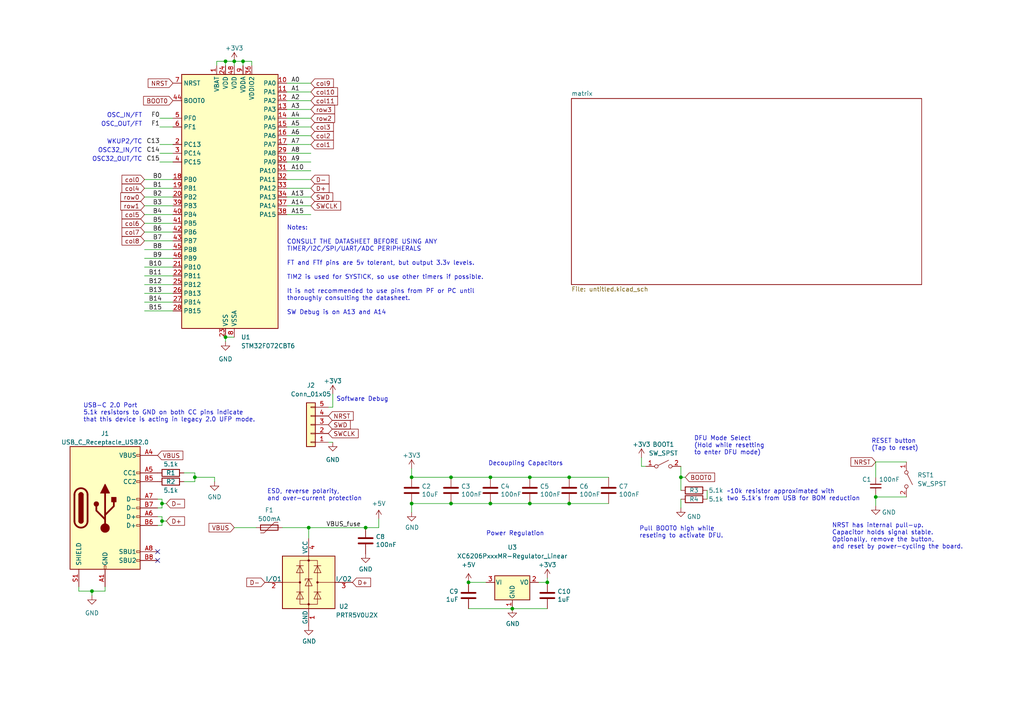
<source format=kicad_sch>
(kicad_sch
	(version 20250114)
	(generator "eeschema")
	(generator_version "9.0")
	(uuid "cb32b2da-a60d-4ed4-a57b-2c397f553171")
	(paper "A4")
	(lib_symbols
		(symbol "+5V_1"
			(power)
			(pin_names
				(offset 0)
			)
			(exclude_from_sim no)
			(in_bom yes)
			(on_board yes)
			(property "Reference" "#PWR"
				(at 0 -3.81 0)
				(effects
					(font
						(size 1.27 1.27)
					)
					(hide yes)
				)
			)
			(property "Value" "+5V_1"
				(at 0 3.556 0)
				(effects
					(font
						(size 1.27 1.27)
					)
				)
			)
			(property "Footprint" ""
				(at 0 0 0)
				(effects
					(font
						(size 1.27 1.27)
					)
					(hide yes)
				)
			)
			(property "Datasheet" ""
				(at 0 0 0)
				(effects
					(font
						(size 1.27 1.27)
					)
					(hide yes)
				)
			)
			(property "Description" "Power symbol creates a global label with name \"+5V\""
				(at 0 0 0)
				(effects
					(font
						(size 1.27 1.27)
					)
					(hide yes)
				)
			)
			(property "ki_keywords" "global power"
				(at 0 0 0)
				(effects
					(font
						(size 1.27 1.27)
					)
					(hide yes)
				)
			)
			(symbol "+5V_1_0_1"
				(polyline
					(pts
						(xy -0.762 1.27) (xy 0 2.54)
					)
					(stroke
						(width 0)
						(type default)
					)
					(fill
						(type none)
					)
				)
				(polyline
					(pts
						(xy 0 2.54) (xy 0.762 1.27)
					)
					(stroke
						(width 0)
						(type default)
					)
					(fill
						(type none)
					)
				)
				(polyline
					(pts
						(xy 0 0) (xy 0 2.54)
					)
					(stroke
						(width 0)
						(type default)
					)
					(fill
						(type none)
					)
				)
			)
			(symbol "+5V_1_1_1"
				(pin power_in line
					(at 0 0 90)
					(length 0)
					(hide yes)
					(name "+5V"
						(effects
							(font
								(size 1.27 1.27)
							)
						)
					)
					(number "1"
						(effects
							(font
								(size 1.27 1.27)
							)
						)
					)
				)
			)
			(embedded_fonts no)
		)
		(symbol "Connector:USB_C_Receptacle_USB2.0"
			(pin_names
				(offset 1.016)
			)
			(exclude_from_sim no)
			(in_bom yes)
			(on_board yes)
			(property "Reference" "J"
				(at -10.16 19.05 0)
				(effects
					(font
						(size 1.27 1.27)
					)
					(justify left)
				)
			)
			(property "Value" "USB_C_Receptacle_USB2.0"
				(at 19.05 19.05 0)
				(effects
					(font
						(size 1.27 1.27)
					)
					(justify right)
				)
			)
			(property "Footprint" ""
				(at 3.81 0 0)
				(effects
					(font
						(size 1.27 1.27)
					)
					(hide yes)
				)
			)
			(property "Datasheet" "https://www.usb.org/sites/default/files/documents/usb_type-c.zip"
				(at 3.81 0 0)
				(effects
					(font
						(size 1.27 1.27)
					)
					(hide yes)
				)
			)
			(property "Description" "USB 2.0-only Type-C Receptacle connector"
				(at 0 0 0)
				(effects
					(font
						(size 1.27 1.27)
					)
					(hide yes)
				)
			)
			(property "ki_keywords" "usb universal serial bus type-C USB2.0"
				(at 0 0 0)
				(effects
					(font
						(size 1.27 1.27)
					)
					(hide yes)
				)
			)
			(property "ki_fp_filters" "USB*C*Receptacle*"
				(at 0 0 0)
				(effects
					(font
						(size 1.27 1.27)
					)
					(hide yes)
				)
			)
			(symbol "USB_C_Receptacle_USB2.0_0_0"
				(rectangle
					(start -0.254 -17.78)
					(end 0.254 -16.764)
					(stroke
						(width 0)
						(type default)
					)
					(fill
						(type none)
					)
				)
				(rectangle
					(start 10.16 15.494)
					(end 9.144 14.986)
					(stroke
						(width 0)
						(type default)
					)
					(fill
						(type none)
					)
				)
				(rectangle
					(start 10.16 10.414)
					(end 9.144 9.906)
					(stroke
						(width 0)
						(type default)
					)
					(fill
						(type none)
					)
				)
				(rectangle
					(start 10.16 7.874)
					(end 9.144 7.366)
					(stroke
						(width 0)
						(type default)
					)
					(fill
						(type none)
					)
				)
				(rectangle
					(start 10.16 2.794)
					(end 9.144 2.286)
					(stroke
						(width 0)
						(type default)
					)
					(fill
						(type none)
					)
				)
				(rectangle
					(start 10.16 0.254)
					(end 9.144 -0.254)
					(stroke
						(width 0)
						(type default)
					)
					(fill
						(type none)
					)
				)
				(rectangle
					(start 10.16 -2.286)
					(end 9.144 -2.794)
					(stroke
						(width 0)
						(type default)
					)
					(fill
						(type none)
					)
				)
				(rectangle
					(start 10.16 -4.826)
					(end 9.144 -5.334)
					(stroke
						(width 0)
						(type default)
					)
					(fill
						(type none)
					)
				)
				(rectangle
					(start 10.16 -12.446)
					(end 9.144 -12.954)
					(stroke
						(width 0)
						(type default)
					)
					(fill
						(type none)
					)
				)
				(rectangle
					(start 10.16 -14.986)
					(end 9.144 -15.494)
					(stroke
						(width 0)
						(type default)
					)
					(fill
						(type none)
					)
				)
			)
			(symbol "USB_C_Receptacle_USB2.0_0_1"
				(rectangle
					(start -10.16 17.78)
					(end 10.16 -17.78)
					(stroke
						(width 0.254)
						(type default)
					)
					(fill
						(type background)
					)
				)
				(polyline
					(pts
						(xy -8.89 -3.81) (xy -8.89 3.81)
					)
					(stroke
						(width 0.508)
						(type default)
					)
					(fill
						(type none)
					)
				)
				(rectangle
					(start -7.62 -3.81)
					(end -6.35 3.81)
					(stroke
						(width 0.254)
						(type default)
					)
					(fill
						(type outline)
					)
				)
				(arc
					(start -7.62 3.81)
					(mid -6.985 4.4423)
					(end -6.35 3.81)
					(stroke
						(width 0.254)
						(type default)
					)
					(fill
						(type none)
					)
				)
				(arc
					(start -7.62 3.81)
					(mid -6.985 4.4423)
					(end -6.35 3.81)
					(stroke
						(width 0.254)
						(type default)
					)
					(fill
						(type outline)
					)
				)
				(arc
					(start -8.89 3.81)
					(mid -6.985 5.7067)
					(end -5.08 3.81)
					(stroke
						(width 0.508)
						(type default)
					)
					(fill
						(type none)
					)
				)
				(arc
					(start -5.08 -3.81)
					(mid -6.985 -5.7067)
					(end -8.89 -3.81)
					(stroke
						(width 0.508)
						(type default)
					)
					(fill
						(type none)
					)
				)
				(arc
					(start -6.35 -3.81)
					(mid -6.985 -4.4423)
					(end -7.62 -3.81)
					(stroke
						(width 0.254)
						(type default)
					)
					(fill
						(type none)
					)
				)
				(arc
					(start -6.35 -3.81)
					(mid -6.985 -4.4423)
					(end -7.62 -3.81)
					(stroke
						(width 0.254)
						(type default)
					)
					(fill
						(type outline)
					)
				)
				(polyline
					(pts
						(xy -5.08 3.81) (xy -5.08 -3.81)
					)
					(stroke
						(width 0.508)
						(type default)
					)
					(fill
						(type none)
					)
				)
				(circle
					(center -2.54 1.143)
					(radius 0.635)
					(stroke
						(width 0.254)
						(type default)
					)
					(fill
						(type outline)
					)
				)
				(polyline
					(pts
						(xy -1.27 4.318) (xy 0 6.858) (xy 1.27 4.318) (xy -1.27 4.318)
					)
					(stroke
						(width 0.254)
						(type default)
					)
					(fill
						(type outline)
					)
				)
				(polyline
					(pts
						(xy 0 -2.032) (xy 2.54 0.508) (xy 2.54 1.778)
					)
					(stroke
						(width 0.508)
						(type default)
					)
					(fill
						(type none)
					)
				)
				(polyline
					(pts
						(xy 0 -3.302) (xy -2.54 -0.762) (xy -2.54 0.508)
					)
					(stroke
						(width 0.508)
						(type default)
					)
					(fill
						(type none)
					)
				)
				(polyline
					(pts
						(xy 0 -5.842) (xy 0 4.318)
					)
					(stroke
						(width 0.508)
						(type default)
					)
					(fill
						(type none)
					)
				)
				(circle
					(center 0 -5.842)
					(radius 1.27)
					(stroke
						(width 0)
						(type default)
					)
					(fill
						(type outline)
					)
				)
				(rectangle
					(start 1.905 1.778)
					(end 3.175 3.048)
					(stroke
						(width 0.254)
						(type default)
					)
					(fill
						(type outline)
					)
				)
			)
			(symbol "USB_C_Receptacle_USB2.0_1_1"
				(pin passive line
					(at -7.62 -22.86 90)
					(length 5.08)
					(name "SHIELD"
						(effects
							(font
								(size 1.27 1.27)
							)
						)
					)
					(number "S1"
						(effects
							(font
								(size 1.27 1.27)
							)
						)
					)
				)
				(pin passive line
					(at 0 -22.86 90)
					(length 5.08)
					(name "GND"
						(effects
							(font
								(size 1.27 1.27)
							)
						)
					)
					(number "A1"
						(effects
							(font
								(size 1.27 1.27)
							)
						)
					)
				)
				(pin passive line
					(at 0 -22.86 90)
					(length 5.08)
					(hide yes)
					(name "GND"
						(effects
							(font
								(size 1.27 1.27)
							)
						)
					)
					(number "A12"
						(effects
							(font
								(size 1.27 1.27)
							)
						)
					)
				)
				(pin passive line
					(at 0 -22.86 90)
					(length 5.08)
					(hide yes)
					(name "GND"
						(effects
							(font
								(size 1.27 1.27)
							)
						)
					)
					(number "B1"
						(effects
							(font
								(size 1.27 1.27)
							)
						)
					)
				)
				(pin passive line
					(at 0 -22.86 90)
					(length 5.08)
					(hide yes)
					(name "GND"
						(effects
							(font
								(size 1.27 1.27)
							)
						)
					)
					(number "B12"
						(effects
							(font
								(size 1.27 1.27)
							)
						)
					)
				)
				(pin passive line
					(at 15.24 15.24 180)
					(length 5.08)
					(name "VBUS"
						(effects
							(font
								(size 1.27 1.27)
							)
						)
					)
					(number "A4"
						(effects
							(font
								(size 1.27 1.27)
							)
						)
					)
				)
				(pin passive line
					(at 15.24 15.24 180)
					(length 5.08)
					(hide yes)
					(name "VBUS"
						(effects
							(font
								(size 1.27 1.27)
							)
						)
					)
					(number "A9"
						(effects
							(font
								(size 1.27 1.27)
							)
						)
					)
				)
				(pin passive line
					(at 15.24 15.24 180)
					(length 5.08)
					(hide yes)
					(name "VBUS"
						(effects
							(font
								(size 1.27 1.27)
							)
						)
					)
					(number "B4"
						(effects
							(font
								(size 1.27 1.27)
							)
						)
					)
				)
				(pin passive line
					(at 15.24 15.24 180)
					(length 5.08)
					(hide yes)
					(name "VBUS"
						(effects
							(font
								(size 1.27 1.27)
							)
						)
					)
					(number "B9"
						(effects
							(font
								(size 1.27 1.27)
							)
						)
					)
				)
				(pin bidirectional line
					(at 15.24 10.16 180)
					(length 5.08)
					(name "CC1"
						(effects
							(font
								(size 1.27 1.27)
							)
						)
					)
					(number "A5"
						(effects
							(font
								(size 1.27 1.27)
							)
						)
					)
				)
				(pin bidirectional line
					(at 15.24 7.62 180)
					(length 5.08)
					(name "CC2"
						(effects
							(font
								(size 1.27 1.27)
							)
						)
					)
					(number "B5"
						(effects
							(font
								(size 1.27 1.27)
							)
						)
					)
				)
				(pin bidirectional line
					(at 15.24 2.54 180)
					(length 5.08)
					(name "D-"
						(effects
							(font
								(size 1.27 1.27)
							)
						)
					)
					(number "A7"
						(effects
							(font
								(size 1.27 1.27)
							)
						)
					)
				)
				(pin bidirectional line
					(at 15.24 0 180)
					(length 5.08)
					(name "D-"
						(effects
							(font
								(size 1.27 1.27)
							)
						)
					)
					(number "B7"
						(effects
							(font
								(size 1.27 1.27)
							)
						)
					)
				)
				(pin bidirectional line
					(at 15.24 -2.54 180)
					(length 5.08)
					(name "D+"
						(effects
							(font
								(size 1.27 1.27)
							)
						)
					)
					(number "A6"
						(effects
							(font
								(size 1.27 1.27)
							)
						)
					)
				)
				(pin bidirectional line
					(at 15.24 -5.08 180)
					(length 5.08)
					(name "D+"
						(effects
							(font
								(size 1.27 1.27)
							)
						)
					)
					(number "B6"
						(effects
							(font
								(size 1.27 1.27)
							)
						)
					)
				)
				(pin bidirectional line
					(at 15.24 -12.7 180)
					(length 5.08)
					(name "SBU1"
						(effects
							(font
								(size 1.27 1.27)
							)
						)
					)
					(number "A8"
						(effects
							(font
								(size 1.27 1.27)
							)
						)
					)
				)
				(pin bidirectional line
					(at 15.24 -15.24 180)
					(length 5.08)
					(name "SBU2"
						(effects
							(font
								(size 1.27 1.27)
							)
						)
					)
					(number "B8"
						(effects
							(font
								(size 1.27 1.27)
							)
						)
					)
				)
			)
			(embedded_fonts no)
		)
		(symbol "Connector_Generic:Conn_01x05"
			(pin_names
				(offset 1.016)
				(hide yes)
			)
			(exclude_from_sim no)
			(in_bom yes)
			(on_board yes)
			(property "Reference" "J"
				(at 0 7.62 0)
				(effects
					(font
						(size 1.27 1.27)
					)
				)
			)
			(property "Value" "Conn_01x05"
				(at 0 -7.62 0)
				(effects
					(font
						(size 1.27 1.27)
					)
				)
			)
			(property "Footprint" ""
				(at 0 0 0)
				(effects
					(font
						(size 1.27 1.27)
					)
					(hide yes)
				)
			)
			(property "Datasheet" "~"
				(at 0 0 0)
				(effects
					(font
						(size 1.27 1.27)
					)
					(hide yes)
				)
			)
			(property "Description" "Generic connector, single row, 01x05, script generated (kicad-library-utils/schlib/autogen/connector/)"
				(at 0 0 0)
				(effects
					(font
						(size 1.27 1.27)
					)
					(hide yes)
				)
			)
			(property "ki_keywords" "connector"
				(at 0 0 0)
				(effects
					(font
						(size 1.27 1.27)
					)
					(hide yes)
				)
			)
			(property "ki_fp_filters" "Connector*:*_1x??_*"
				(at 0 0 0)
				(effects
					(font
						(size 1.27 1.27)
					)
					(hide yes)
				)
			)
			(symbol "Conn_01x05_1_1"
				(rectangle
					(start -1.27 6.35)
					(end 1.27 -6.35)
					(stroke
						(width 0.254)
						(type default)
					)
					(fill
						(type background)
					)
				)
				(rectangle
					(start -1.27 5.207)
					(end 0 4.953)
					(stroke
						(width 0.1524)
						(type default)
					)
					(fill
						(type none)
					)
				)
				(rectangle
					(start -1.27 2.667)
					(end 0 2.413)
					(stroke
						(width 0.1524)
						(type default)
					)
					(fill
						(type none)
					)
				)
				(rectangle
					(start -1.27 0.127)
					(end 0 -0.127)
					(stroke
						(width 0.1524)
						(type default)
					)
					(fill
						(type none)
					)
				)
				(rectangle
					(start -1.27 -2.413)
					(end 0 -2.667)
					(stroke
						(width 0.1524)
						(type default)
					)
					(fill
						(type none)
					)
				)
				(rectangle
					(start -1.27 -4.953)
					(end 0 -5.207)
					(stroke
						(width 0.1524)
						(type default)
					)
					(fill
						(type none)
					)
				)
				(pin passive line
					(at -5.08 5.08 0)
					(length 3.81)
					(name "Pin_1"
						(effects
							(font
								(size 1.27 1.27)
							)
						)
					)
					(number "1"
						(effects
							(font
								(size 1.27 1.27)
							)
						)
					)
				)
				(pin passive line
					(at -5.08 2.54 0)
					(length 3.81)
					(name "Pin_2"
						(effects
							(font
								(size 1.27 1.27)
							)
						)
					)
					(number "2"
						(effects
							(font
								(size 1.27 1.27)
							)
						)
					)
				)
				(pin passive line
					(at -5.08 0 0)
					(length 3.81)
					(name "Pin_3"
						(effects
							(font
								(size 1.27 1.27)
							)
						)
					)
					(number "3"
						(effects
							(font
								(size 1.27 1.27)
							)
						)
					)
				)
				(pin passive line
					(at -5.08 -2.54 0)
					(length 3.81)
					(name "Pin_4"
						(effects
							(font
								(size 1.27 1.27)
							)
						)
					)
					(number "4"
						(effects
							(font
								(size 1.27 1.27)
							)
						)
					)
				)
				(pin passive line
					(at -5.08 -5.08 0)
					(length 3.81)
					(name "Pin_5"
						(effects
							(font
								(size 1.27 1.27)
							)
						)
					)
					(number "5"
						(effects
							(font
								(size 1.27 1.27)
							)
						)
					)
				)
			)
			(embedded_fonts no)
		)
		(symbol "Device:C"
			(pin_numbers
				(hide yes)
			)
			(pin_names
				(offset 0.254)
			)
			(exclude_from_sim no)
			(in_bom yes)
			(on_board yes)
			(property "Reference" "C"
				(at 0.635 2.54 0)
				(effects
					(font
						(size 1.27 1.27)
					)
					(justify left)
				)
			)
			(property "Value" "C"
				(at 0.635 -2.54 0)
				(effects
					(font
						(size 1.27 1.27)
					)
					(justify left)
				)
			)
			(property "Footprint" ""
				(at 0.9652 -3.81 0)
				(effects
					(font
						(size 1.27 1.27)
					)
					(hide yes)
				)
			)
			(property "Datasheet" "~"
				(at 0 0 0)
				(effects
					(font
						(size 1.27 1.27)
					)
					(hide yes)
				)
			)
			(property "Description" "Unpolarized capacitor"
				(at 0 0 0)
				(effects
					(font
						(size 1.27 1.27)
					)
					(hide yes)
				)
			)
			(property "ki_keywords" "cap capacitor"
				(at 0 0 0)
				(effects
					(font
						(size 1.27 1.27)
					)
					(hide yes)
				)
			)
			(property "ki_fp_filters" "C_*"
				(at 0 0 0)
				(effects
					(font
						(size 1.27 1.27)
					)
					(hide yes)
				)
			)
			(symbol "C_0_1"
				(polyline
					(pts
						(xy -2.032 0.762) (xy 2.032 0.762)
					)
					(stroke
						(width 0.508)
						(type default)
					)
					(fill
						(type none)
					)
				)
				(polyline
					(pts
						(xy -2.032 -0.762) (xy 2.032 -0.762)
					)
					(stroke
						(width 0.508)
						(type default)
					)
					(fill
						(type none)
					)
				)
			)
			(symbol "C_1_1"
				(pin passive line
					(at 0 3.81 270)
					(length 2.794)
					(name "~"
						(effects
							(font
								(size 1.27 1.27)
							)
						)
					)
					(number "1"
						(effects
							(font
								(size 1.27 1.27)
							)
						)
					)
				)
				(pin passive line
					(at 0 -3.81 90)
					(length 2.794)
					(name "~"
						(effects
							(font
								(size 1.27 1.27)
							)
						)
					)
					(number "2"
						(effects
							(font
								(size 1.27 1.27)
							)
						)
					)
				)
			)
			(embedded_fonts no)
		)
		(symbol "Device:C_Small"
			(pin_numbers
				(hide yes)
			)
			(pin_names
				(offset 0.254)
				(hide yes)
			)
			(exclude_from_sim no)
			(in_bom yes)
			(on_board yes)
			(property "Reference" "C"
				(at 0.254 1.778 0)
				(effects
					(font
						(size 1.27 1.27)
					)
					(justify left)
				)
			)
			(property "Value" "C_Small"
				(at 0.254 -2.032 0)
				(effects
					(font
						(size 1.27 1.27)
					)
					(justify left)
				)
			)
			(property "Footprint" ""
				(at 0 0 0)
				(effects
					(font
						(size 1.27 1.27)
					)
					(hide yes)
				)
			)
			(property "Datasheet" "~"
				(at 0 0 0)
				(effects
					(font
						(size 1.27 1.27)
					)
					(hide yes)
				)
			)
			(property "Description" "Unpolarized capacitor, small symbol"
				(at 0 0 0)
				(effects
					(font
						(size 1.27 1.27)
					)
					(hide yes)
				)
			)
			(property "ki_keywords" "capacitor cap"
				(at 0 0 0)
				(effects
					(font
						(size 1.27 1.27)
					)
					(hide yes)
				)
			)
			(property "ki_fp_filters" "C_*"
				(at 0 0 0)
				(effects
					(font
						(size 1.27 1.27)
					)
					(hide yes)
				)
			)
			(symbol "C_Small_0_1"
				(polyline
					(pts
						(xy -1.524 0.508) (xy 1.524 0.508)
					)
					(stroke
						(width 0.3048)
						(type default)
					)
					(fill
						(type none)
					)
				)
				(polyline
					(pts
						(xy -1.524 -0.508) (xy 1.524 -0.508)
					)
					(stroke
						(width 0.3302)
						(type default)
					)
					(fill
						(type none)
					)
				)
			)
			(symbol "C_Small_1_1"
				(pin passive line
					(at 0 2.54 270)
					(length 2.032)
					(name "~"
						(effects
							(font
								(size 1.27 1.27)
							)
						)
					)
					(number "1"
						(effects
							(font
								(size 1.27 1.27)
							)
						)
					)
				)
				(pin passive line
					(at 0 -2.54 90)
					(length 2.032)
					(name "~"
						(effects
							(font
								(size 1.27 1.27)
							)
						)
					)
					(number "2"
						(effects
							(font
								(size 1.27 1.27)
							)
						)
					)
				)
			)
			(embedded_fonts no)
		)
		(symbol "Device:Polyfuse"
			(pin_numbers
				(hide yes)
			)
			(pin_names
				(offset 0)
			)
			(exclude_from_sim no)
			(in_bom yes)
			(on_board yes)
			(property "Reference" "F"
				(at -2.54 0 90)
				(effects
					(font
						(size 1.27 1.27)
					)
				)
			)
			(property "Value" "Polyfuse"
				(at 2.54 0 90)
				(effects
					(font
						(size 1.27 1.27)
					)
				)
			)
			(property "Footprint" ""
				(at 1.27 -5.08 0)
				(effects
					(font
						(size 1.27 1.27)
					)
					(justify left)
					(hide yes)
				)
			)
			(property "Datasheet" "~"
				(at 0 0 0)
				(effects
					(font
						(size 1.27 1.27)
					)
					(hide yes)
				)
			)
			(property "Description" "Resettable fuse, polymeric positive temperature coefficient"
				(at 0 0 0)
				(effects
					(font
						(size 1.27 1.27)
					)
					(hide yes)
				)
			)
			(property "ki_keywords" "resettable fuse PTC PPTC polyfuse polyswitch"
				(at 0 0 0)
				(effects
					(font
						(size 1.27 1.27)
					)
					(hide yes)
				)
			)
			(property "ki_fp_filters" "*polyfuse* *PTC*"
				(at 0 0 0)
				(effects
					(font
						(size 1.27 1.27)
					)
					(hide yes)
				)
			)
			(symbol "Polyfuse_0_1"
				(polyline
					(pts
						(xy -1.524 2.54) (xy -1.524 1.524) (xy 1.524 -1.524) (xy 1.524 -2.54)
					)
					(stroke
						(width 0)
						(type default)
					)
					(fill
						(type none)
					)
				)
				(rectangle
					(start -0.762 2.54)
					(end 0.762 -2.54)
					(stroke
						(width 0.254)
						(type default)
					)
					(fill
						(type none)
					)
				)
				(polyline
					(pts
						(xy 0 2.54) (xy 0 -2.54)
					)
					(stroke
						(width 0)
						(type default)
					)
					(fill
						(type none)
					)
				)
			)
			(symbol "Polyfuse_1_1"
				(pin passive line
					(at 0 3.81 270)
					(length 1.27)
					(name "~"
						(effects
							(font
								(size 1.27 1.27)
							)
						)
					)
					(number "1"
						(effects
							(font
								(size 1.27 1.27)
							)
						)
					)
				)
				(pin passive line
					(at 0 -3.81 90)
					(length 1.27)
					(name "~"
						(effects
							(font
								(size 1.27 1.27)
							)
						)
					)
					(number "2"
						(effects
							(font
								(size 1.27 1.27)
							)
						)
					)
				)
			)
			(embedded_fonts no)
		)
		(symbol "Device:R"
			(pin_numbers
				(hide yes)
			)
			(pin_names
				(offset 0)
			)
			(exclude_from_sim no)
			(in_bom yes)
			(on_board yes)
			(property "Reference" "R"
				(at 2.032 0 90)
				(effects
					(font
						(size 1.27 1.27)
					)
				)
			)
			(property "Value" "R"
				(at 0 0 90)
				(effects
					(font
						(size 1.27 1.27)
					)
				)
			)
			(property "Footprint" ""
				(at -1.778 0 90)
				(effects
					(font
						(size 1.27 1.27)
					)
					(hide yes)
				)
			)
			(property "Datasheet" "~"
				(at 0 0 0)
				(effects
					(font
						(size 1.27 1.27)
					)
					(hide yes)
				)
			)
			(property "Description" "Resistor"
				(at 0 0 0)
				(effects
					(font
						(size 1.27 1.27)
					)
					(hide yes)
				)
			)
			(property "ki_keywords" "R res resistor"
				(at 0 0 0)
				(effects
					(font
						(size 1.27 1.27)
					)
					(hide yes)
				)
			)
			(property "ki_fp_filters" "R_*"
				(at 0 0 0)
				(effects
					(font
						(size 1.27 1.27)
					)
					(hide yes)
				)
			)
			(symbol "R_0_1"
				(rectangle
					(start -1.016 -2.54)
					(end 1.016 2.54)
					(stroke
						(width 0.254)
						(type default)
					)
					(fill
						(type none)
					)
				)
			)
			(symbol "R_1_1"
				(pin passive line
					(at 0 3.81 270)
					(length 1.27)
					(name "~"
						(effects
							(font
								(size 1.27 1.27)
							)
						)
					)
					(number "1"
						(effects
							(font
								(size 1.27 1.27)
							)
						)
					)
				)
				(pin passive line
					(at 0 -3.81 90)
					(length 1.27)
					(name "~"
						(effects
							(font
								(size 1.27 1.27)
							)
						)
					)
					(number "2"
						(effects
							(font
								(size 1.27 1.27)
							)
						)
					)
				)
			)
			(embedded_fonts no)
		)
		(symbol "MCU_ST_STM32F0:STM32F072CBTx"
			(exclude_from_sim no)
			(in_bom yes)
			(on_board yes)
			(property "Reference" "U"
				(at -12.7 39.37 0)
				(effects
					(font
						(size 1.27 1.27)
					)
					(justify left)
				)
			)
			(property "Value" "STM32F072CBTx"
				(at 10.16 39.37 0)
				(effects
					(font
						(size 1.27 1.27)
					)
					(justify left)
				)
			)
			(property "Footprint" "Package_QFP:LQFP-48_7x7mm_P0.5mm"
				(at -12.7 -35.56 0)
				(effects
					(font
						(size 1.27 1.27)
					)
					(justify right)
					(hide yes)
				)
			)
			(property "Datasheet" "https://www.st.com/resource/en/datasheet/stm32f072cb.pdf"
				(at 0 0 0)
				(effects
					(font
						(size 1.27 1.27)
					)
					(hide yes)
				)
			)
			(property "Description" "STMicroelectronics Arm Cortex-M0 MCU, 128KB flash, 16KB RAM, 48 MHz, 2.0-3.6V, 37 GPIO, LQFP48"
				(at 0 0 0)
				(effects
					(font
						(size 1.27 1.27)
					)
					(hide yes)
				)
			)
			(property "ki_locked" ""
				(at 0 0 0)
				(effects
					(font
						(size 1.27 1.27)
					)
				)
			)
			(property "ki_keywords" "Arm Cortex-M0 STM32F0 STM32F0x2"
				(at 0 0 0)
				(effects
					(font
						(size 1.27 1.27)
					)
					(hide yes)
				)
			)
			(property "ki_fp_filters" "LQFP*7x7mm*P0.5mm*"
				(at 0 0 0)
				(effects
					(font
						(size 1.27 1.27)
					)
					(hide yes)
				)
			)
			(symbol "STM32F072CBTx_0_1"
				(rectangle
					(start -12.7 -35.56)
					(end 15.24 38.1)
					(stroke
						(width 0.254)
						(type default)
					)
					(fill
						(type background)
					)
				)
			)
			(symbol "STM32F072CBTx_1_1"
				(pin input line
					(at -15.24 35.56 0)
					(length 2.54)
					(name "NRST"
						(effects
							(font
								(size 1.27 1.27)
							)
						)
					)
					(number "7"
						(effects
							(font
								(size 1.27 1.27)
							)
						)
					)
				)
				(pin input line
					(at -15.24 30.48 0)
					(length 2.54)
					(name "BOOT0"
						(effects
							(font
								(size 1.27 1.27)
							)
						)
					)
					(number "44"
						(effects
							(font
								(size 1.27 1.27)
							)
						)
					)
				)
				(pin bidirectional line
					(at -15.24 25.4 0)
					(length 2.54)
					(name "PF0"
						(effects
							(font
								(size 1.27 1.27)
							)
						)
					)
					(number "5"
						(effects
							(font
								(size 1.27 1.27)
							)
						)
					)
					(alternate "CRS_SYNC" bidirectional line)
					(alternate "RCC_OSC_IN" bidirectional line)
				)
				(pin bidirectional line
					(at -15.24 22.86 0)
					(length 2.54)
					(name "PF1"
						(effects
							(font
								(size 1.27 1.27)
							)
						)
					)
					(number "6"
						(effects
							(font
								(size 1.27 1.27)
							)
						)
					)
					(alternate "RCC_OSC_OUT" bidirectional line)
				)
				(pin bidirectional line
					(at -15.24 17.78 0)
					(length 2.54)
					(name "PC13"
						(effects
							(font
								(size 1.27 1.27)
							)
						)
					)
					(number "2"
						(effects
							(font
								(size 1.27 1.27)
							)
						)
					)
					(alternate "RTC_OUT_ALARM" bidirectional line)
					(alternate "RTC_OUT_CALIB" bidirectional line)
					(alternate "RTC_TAMP1" bidirectional line)
					(alternate "RTC_TS" bidirectional line)
					(alternate "SYS_WKUP2" bidirectional line)
				)
				(pin bidirectional line
					(at -15.24 15.24 0)
					(length 2.54)
					(name "PC14"
						(effects
							(font
								(size 1.27 1.27)
							)
						)
					)
					(number "3"
						(effects
							(font
								(size 1.27 1.27)
							)
						)
					)
					(alternate "RCC_OSC32_IN" bidirectional line)
				)
				(pin bidirectional line
					(at -15.24 12.7 0)
					(length 2.54)
					(name "PC15"
						(effects
							(font
								(size 1.27 1.27)
							)
						)
					)
					(number "4"
						(effects
							(font
								(size 1.27 1.27)
							)
						)
					)
					(alternate "RCC_OSC32_OUT" bidirectional line)
				)
				(pin bidirectional line
					(at -15.24 7.62 0)
					(length 2.54)
					(name "PB0"
						(effects
							(font
								(size 1.27 1.27)
							)
						)
					)
					(number "18"
						(effects
							(font
								(size 1.27 1.27)
							)
						)
					)
					(alternate "ADC_IN8" bidirectional line)
					(alternate "TIM1_CH2N" bidirectional line)
					(alternate "TIM3_CH3" bidirectional line)
					(alternate "TSC_G3_IO2" bidirectional line)
					(alternate "USART3_CK" bidirectional line)
				)
				(pin bidirectional line
					(at -15.24 5.08 0)
					(length 2.54)
					(name "PB1"
						(effects
							(font
								(size 1.27 1.27)
							)
						)
					)
					(number "19"
						(effects
							(font
								(size 1.27 1.27)
							)
						)
					)
					(alternate "ADC_IN9" bidirectional line)
					(alternate "TIM14_CH1" bidirectional line)
					(alternate "TIM1_CH3N" bidirectional line)
					(alternate "TIM3_CH4" bidirectional line)
					(alternate "TSC_G3_IO3" bidirectional line)
					(alternate "USART3_DE" bidirectional line)
					(alternate "USART3_RTS" bidirectional line)
				)
				(pin bidirectional line
					(at -15.24 2.54 0)
					(length 2.54)
					(name "PB2"
						(effects
							(font
								(size 1.27 1.27)
							)
						)
					)
					(number "20"
						(effects
							(font
								(size 1.27 1.27)
							)
						)
					)
					(alternate "TSC_G3_IO4" bidirectional line)
				)
				(pin bidirectional line
					(at -15.24 0 0)
					(length 2.54)
					(name "PB3"
						(effects
							(font
								(size 1.27 1.27)
							)
						)
					)
					(number "39"
						(effects
							(font
								(size 1.27 1.27)
							)
						)
					)
					(alternate "I2S1_CK" bidirectional line)
					(alternate "SPI1_SCK" bidirectional line)
					(alternate "TIM2_CH2" bidirectional line)
					(alternate "TSC_G5_IO1" bidirectional line)
				)
				(pin bidirectional line
					(at -15.24 -2.54 0)
					(length 2.54)
					(name "PB4"
						(effects
							(font
								(size 1.27 1.27)
							)
						)
					)
					(number "40"
						(effects
							(font
								(size 1.27 1.27)
							)
						)
					)
					(alternate "I2S1_MCK" bidirectional line)
					(alternate "SPI1_MISO" bidirectional line)
					(alternate "TIM17_BKIN" bidirectional line)
					(alternate "TIM3_CH1" bidirectional line)
					(alternate "TSC_G5_IO2" bidirectional line)
				)
				(pin bidirectional line
					(at -15.24 -5.08 0)
					(length 2.54)
					(name "PB5"
						(effects
							(font
								(size 1.27 1.27)
							)
						)
					)
					(number "41"
						(effects
							(font
								(size 1.27 1.27)
							)
						)
					)
					(alternate "I2C1_SMBA" bidirectional line)
					(alternate "I2S1_SD" bidirectional line)
					(alternate "SPI1_MOSI" bidirectional line)
					(alternate "SYS_WKUP6" bidirectional line)
					(alternate "TIM16_BKIN" bidirectional line)
					(alternate "TIM3_CH2" bidirectional line)
				)
				(pin bidirectional line
					(at -15.24 -7.62 0)
					(length 2.54)
					(name "PB6"
						(effects
							(font
								(size 1.27 1.27)
							)
						)
					)
					(number "42"
						(effects
							(font
								(size 1.27 1.27)
							)
						)
					)
					(alternate "I2C1_SCL" bidirectional line)
					(alternate "TIM16_CH1N" bidirectional line)
					(alternate "TSC_G5_IO3" bidirectional line)
					(alternate "USART1_TX" bidirectional line)
				)
				(pin bidirectional line
					(at -15.24 -10.16 0)
					(length 2.54)
					(name "PB7"
						(effects
							(font
								(size 1.27 1.27)
							)
						)
					)
					(number "43"
						(effects
							(font
								(size 1.27 1.27)
							)
						)
					)
					(alternate "I2C1_SDA" bidirectional line)
					(alternate "TIM17_CH1N" bidirectional line)
					(alternate "TSC_G5_IO4" bidirectional line)
					(alternate "USART1_RX" bidirectional line)
					(alternate "USART4_CTS" bidirectional line)
				)
				(pin bidirectional line
					(at -15.24 -12.7 0)
					(length 2.54)
					(name "PB8"
						(effects
							(font
								(size 1.27 1.27)
							)
						)
					)
					(number "45"
						(effects
							(font
								(size 1.27 1.27)
							)
						)
					)
					(alternate "CAN_RX" bidirectional line)
					(alternate "CEC" bidirectional line)
					(alternate "I2C1_SCL" bidirectional line)
					(alternate "TIM16_CH1" bidirectional line)
					(alternate "TSC_SYNC" bidirectional line)
				)
				(pin bidirectional line
					(at -15.24 -15.24 0)
					(length 2.54)
					(name "PB9"
						(effects
							(font
								(size 1.27 1.27)
							)
						)
					)
					(number "46"
						(effects
							(font
								(size 1.27 1.27)
							)
						)
					)
					(alternate "CAN_TX" bidirectional line)
					(alternate "DAC_EXTI9" bidirectional line)
					(alternate "I2C1_SDA" bidirectional line)
					(alternate "I2S2_WS" bidirectional line)
					(alternate "IR_OUT" bidirectional line)
					(alternate "SPI2_NSS" bidirectional line)
					(alternate "TIM17_CH1" bidirectional line)
				)
				(pin bidirectional line
					(at -15.24 -17.78 0)
					(length 2.54)
					(name "PB10"
						(effects
							(font
								(size 1.27 1.27)
							)
						)
					)
					(number "21"
						(effects
							(font
								(size 1.27 1.27)
							)
						)
					)
					(alternate "CEC" bidirectional line)
					(alternate "I2C2_SCL" bidirectional line)
					(alternate "I2S2_CK" bidirectional line)
					(alternate "SPI2_SCK" bidirectional line)
					(alternate "TIM2_CH3" bidirectional line)
					(alternate "TSC_SYNC" bidirectional line)
					(alternate "USART3_TX" bidirectional line)
				)
				(pin bidirectional line
					(at -15.24 -20.32 0)
					(length 2.54)
					(name "PB11"
						(effects
							(font
								(size 1.27 1.27)
							)
						)
					)
					(number "22"
						(effects
							(font
								(size 1.27 1.27)
							)
						)
					)
					(alternate "I2C2_SDA" bidirectional line)
					(alternate "TIM2_CH4" bidirectional line)
					(alternate "TSC_G6_IO1" bidirectional line)
					(alternate "USART3_RX" bidirectional line)
				)
				(pin bidirectional line
					(at -15.24 -22.86 0)
					(length 2.54)
					(name "PB12"
						(effects
							(font
								(size 1.27 1.27)
							)
						)
					)
					(number "25"
						(effects
							(font
								(size 1.27 1.27)
							)
						)
					)
					(alternate "I2S2_WS" bidirectional line)
					(alternate "SPI2_NSS" bidirectional line)
					(alternate "TIM15_BKIN" bidirectional line)
					(alternate "TIM1_BKIN" bidirectional line)
					(alternate "TSC_G6_IO2" bidirectional line)
					(alternate "USART3_CK" bidirectional line)
				)
				(pin bidirectional line
					(at -15.24 -25.4 0)
					(length 2.54)
					(name "PB13"
						(effects
							(font
								(size 1.27 1.27)
							)
						)
					)
					(number "26"
						(effects
							(font
								(size 1.27 1.27)
							)
						)
					)
					(alternate "I2C2_SCL" bidirectional line)
					(alternate "I2S2_CK" bidirectional line)
					(alternate "SPI2_SCK" bidirectional line)
					(alternate "TIM1_CH1N" bidirectional line)
					(alternate "TSC_G6_IO3" bidirectional line)
					(alternate "USART3_CTS" bidirectional line)
				)
				(pin bidirectional line
					(at -15.24 -27.94 0)
					(length 2.54)
					(name "PB14"
						(effects
							(font
								(size 1.27 1.27)
							)
						)
					)
					(number "27"
						(effects
							(font
								(size 1.27 1.27)
							)
						)
					)
					(alternate "I2C2_SDA" bidirectional line)
					(alternate "I2S2_MCK" bidirectional line)
					(alternate "SPI2_MISO" bidirectional line)
					(alternate "TIM15_CH1" bidirectional line)
					(alternate "TIM1_CH2N" bidirectional line)
					(alternate "TSC_G6_IO4" bidirectional line)
					(alternate "USART3_DE" bidirectional line)
					(alternate "USART3_RTS" bidirectional line)
				)
				(pin bidirectional line
					(at -15.24 -30.48 0)
					(length 2.54)
					(name "PB15"
						(effects
							(font
								(size 1.27 1.27)
							)
						)
					)
					(number "28"
						(effects
							(font
								(size 1.27 1.27)
							)
						)
					)
					(alternate "I2S2_SD" bidirectional line)
					(alternate "RTC_REFIN" bidirectional line)
					(alternate "SPI2_MOSI" bidirectional line)
					(alternate "SYS_WKUP7" bidirectional line)
					(alternate "TIM15_CH1N" bidirectional line)
					(alternate "TIM15_CH2" bidirectional line)
					(alternate "TIM1_CH3N" bidirectional line)
				)
				(pin power_in line
					(at -2.54 40.64 270)
					(length 2.54)
					(name "VBAT"
						(effects
							(font
								(size 1.27 1.27)
							)
						)
					)
					(number "1"
						(effects
							(font
								(size 1.27 1.27)
							)
						)
					)
				)
				(pin power_in line
					(at 0 40.64 270)
					(length 2.54)
					(name "VDD"
						(effects
							(font
								(size 1.27 1.27)
							)
						)
					)
					(number "24"
						(effects
							(font
								(size 1.27 1.27)
							)
						)
					)
				)
				(pin power_in line
					(at 0 -38.1 90)
					(length 2.54)
					(name "VSS"
						(effects
							(font
								(size 1.27 1.27)
							)
						)
					)
					(number "23"
						(effects
							(font
								(size 1.27 1.27)
							)
						)
					)
				)
				(pin passive line
					(at 0 -38.1 90)
					(length 2.54)
					(hide yes)
					(name "VSS"
						(effects
							(font
								(size 1.27 1.27)
							)
						)
					)
					(number "35"
						(effects
							(font
								(size 1.27 1.27)
							)
						)
					)
				)
				(pin passive line
					(at 0 -38.1 90)
					(length 2.54)
					(hide yes)
					(name "VSS"
						(effects
							(font
								(size 1.27 1.27)
							)
						)
					)
					(number "47"
						(effects
							(font
								(size 1.27 1.27)
							)
						)
					)
				)
				(pin power_in line
					(at 2.54 40.64 270)
					(length 2.54)
					(name "VDD"
						(effects
							(font
								(size 1.27 1.27)
							)
						)
					)
					(number "48"
						(effects
							(font
								(size 1.27 1.27)
							)
						)
					)
				)
				(pin power_in line
					(at 2.54 -38.1 90)
					(length 2.54)
					(name "VSSA"
						(effects
							(font
								(size 1.27 1.27)
							)
						)
					)
					(number "8"
						(effects
							(font
								(size 1.27 1.27)
							)
						)
					)
				)
				(pin power_in line
					(at 5.08 40.64 270)
					(length 2.54)
					(name "VDDA"
						(effects
							(font
								(size 1.27 1.27)
							)
						)
					)
					(number "9"
						(effects
							(font
								(size 1.27 1.27)
							)
						)
					)
				)
				(pin power_in line
					(at 7.62 40.64 270)
					(length 2.54)
					(name "VDDIO2"
						(effects
							(font
								(size 1.27 1.27)
							)
						)
					)
					(number "36"
						(effects
							(font
								(size 1.27 1.27)
							)
						)
					)
				)
				(pin bidirectional line
					(at 17.78 35.56 180)
					(length 2.54)
					(name "PA0"
						(effects
							(font
								(size 1.27 1.27)
							)
						)
					)
					(number "10"
						(effects
							(font
								(size 1.27 1.27)
							)
						)
					)
					(alternate "ADC_IN0" bidirectional line)
					(alternate "COMP1_INM" bidirectional line)
					(alternate "COMP1_OUT" bidirectional line)
					(alternate "RTC_TAMP2" bidirectional line)
					(alternate "SYS_WKUP1" bidirectional line)
					(alternate "TIM2_CH1" bidirectional line)
					(alternate "TIM2_ETR" bidirectional line)
					(alternate "TSC_G1_IO1" bidirectional line)
					(alternate "USART2_CTS" bidirectional line)
					(alternate "USART4_TX" bidirectional line)
				)
				(pin bidirectional line
					(at 17.78 33.02 180)
					(length 2.54)
					(name "PA1"
						(effects
							(font
								(size 1.27 1.27)
							)
						)
					)
					(number "11"
						(effects
							(font
								(size 1.27 1.27)
							)
						)
					)
					(alternate "ADC_IN1" bidirectional line)
					(alternate "COMP1_INP" bidirectional line)
					(alternate "TIM15_CH1N" bidirectional line)
					(alternate "TIM2_CH2" bidirectional line)
					(alternate "TSC_G1_IO2" bidirectional line)
					(alternate "USART2_DE" bidirectional line)
					(alternate "USART2_RTS" bidirectional line)
					(alternate "USART4_RX" bidirectional line)
				)
				(pin bidirectional line
					(at 17.78 30.48 180)
					(length 2.54)
					(name "PA2"
						(effects
							(font
								(size 1.27 1.27)
							)
						)
					)
					(number "12"
						(effects
							(font
								(size 1.27 1.27)
							)
						)
					)
					(alternate "ADC_IN2" bidirectional line)
					(alternate "COMP2_INM" bidirectional line)
					(alternate "COMP2_OUT" bidirectional line)
					(alternate "SYS_WKUP4" bidirectional line)
					(alternate "TIM15_CH1" bidirectional line)
					(alternate "TIM2_CH3" bidirectional line)
					(alternate "TSC_G1_IO3" bidirectional line)
					(alternate "USART2_TX" bidirectional line)
				)
				(pin bidirectional line
					(at 17.78 27.94 180)
					(length 2.54)
					(name "PA3"
						(effects
							(font
								(size 1.27 1.27)
							)
						)
					)
					(number "13"
						(effects
							(font
								(size 1.27 1.27)
							)
						)
					)
					(alternate "ADC_IN3" bidirectional line)
					(alternate "COMP2_INP" bidirectional line)
					(alternate "TIM15_CH2" bidirectional line)
					(alternate "TIM2_CH4" bidirectional line)
					(alternate "TSC_G1_IO4" bidirectional line)
					(alternate "USART2_RX" bidirectional line)
				)
				(pin bidirectional line
					(at 17.78 25.4 180)
					(length 2.54)
					(name "PA4"
						(effects
							(font
								(size 1.27 1.27)
							)
						)
					)
					(number "14"
						(effects
							(font
								(size 1.27 1.27)
							)
						)
					)
					(alternate "ADC_IN4" bidirectional line)
					(alternate "COMP1_INM" bidirectional line)
					(alternate "COMP2_INM" bidirectional line)
					(alternate "DAC_OUT1" bidirectional line)
					(alternate "I2S1_WS" bidirectional line)
					(alternate "SPI1_NSS" bidirectional line)
					(alternate "TIM14_CH1" bidirectional line)
					(alternate "TSC_G2_IO1" bidirectional line)
					(alternate "USART2_CK" bidirectional line)
				)
				(pin bidirectional line
					(at 17.78 22.86 180)
					(length 2.54)
					(name "PA5"
						(effects
							(font
								(size 1.27 1.27)
							)
						)
					)
					(number "15"
						(effects
							(font
								(size 1.27 1.27)
							)
						)
					)
					(alternate "ADC_IN5" bidirectional line)
					(alternate "CEC" bidirectional line)
					(alternate "COMP1_INM" bidirectional line)
					(alternate "COMP2_INM" bidirectional line)
					(alternate "DAC_OUT2" bidirectional line)
					(alternate "I2S1_CK" bidirectional line)
					(alternate "SPI1_SCK" bidirectional line)
					(alternate "TIM2_CH1" bidirectional line)
					(alternate "TIM2_ETR" bidirectional line)
					(alternate "TSC_G2_IO2" bidirectional line)
				)
				(pin bidirectional line
					(at 17.78 20.32 180)
					(length 2.54)
					(name "PA6"
						(effects
							(font
								(size 1.27 1.27)
							)
						)
					)
					(number "16"
						(effects
							(font
								(size 1.27 1.27)
							)
						)
					)
					(alternate "ADC_IN6" bidirectional line)
					(alternate "COMP1_OUT" bidirectional line)
					(alternate "I2S1_MCK" bidirectional line)
					(alternate "SPI1_MISO" bidirectional line)
					(alternate "TIM16_CH1" bidirectional line)
					(alternate "TIM1_BKIN" bidirectional line)
					(alternate "TIM3_CH1" bidirectional line)
					(alternate "TSC_G2_IO3" bidirectional line)
					(alternate "USART3_CTS" bidirectional line)
				)
				(pin bidirectional line
					(at 17.78 17.78 180)
					(length 2.54)
					(name "PA7"
						(effects
							(font
								(size 1.27 1.27)
							)
						)
					)
					(number "17"
						(effects
							(font
								(size 1.27 1.27)
							)
						)
					)
					(alternate "ADC_IN7" bidirectional line)
					(alternate "COMP2_OUT" bidirectional line)
					(alternate "I2S1_SD" bidirectional line)
					(alternate "SPI1_MOSI" bidirectional line)
					(alternate "TIM14_CH1" bidirectional line)
					(alternate "TIM17_CH1" bidirectional line)
					(alternate "TIM1_CH1N" bidirectional line)
					(alternate "TIM3_CH2" bidirectional line)
					(alternate "TSC_G2_IO4" bidirectional line)
				)
				(pin bidirectional line
					(at 17.78 15.24 180)
					(length 2.54)
					(name "PA8"
						(effects
							(font
								(size 1.27 1.27)
							)
						)
					)
					(number "29"
						(effects
							(font
								(size 1.27 1.27)
							)
						)
					)
					(alternate "CRS_SYNC" bidirectional line)
					(alternate "RCC_MCO" bidirectional line)
					(alternate "TIM1_CH1" bidirectional line)
					(alternate "USART1_CK" bidirectional line)
				)
				(pin bidirectional line
					(at 17.78 12.7 180)
					(length 2.54)
					(name "PA9"
						(effects
							(font
								(size 1.27 1.27)
							)
						)
					)
					(number "30"
						(effects
							(font
								(size 1.27 1.27)
							)
						)
					)
					(alternate "DAC_EXTI9" bidirectional line)
					(alternate "TIM15_BKIN" bidirectional line)
					(alternate "TIM1_CH2" bidirectional line)
					(alternate "TSC_G4_IO1" bidirectional line)
					(alternate "USART1_TX" bidirectional line)
				)
				(pin bidirectional line
					(at 17.78 10.16 180)
					(length 2.54)
					(name "PA10"
						(effects
							(font
								(size 1.27 1.27)
							)
						)
					)
					(number "31"
						(effects
							(font
								(size 1.27 1.27)
							)
						)
					)
					(alternate "TIM17_BKIN" bidirectional line)
					(alternate "TIM1_CH3" bidirectional line)
					(alternate "TSC_G4_IO2" bidirectional line)
					(alternate "USART1_RX" bidirectional line)
				)
				(pin bidirectional line
					(at 17.78 7.62 180)
					(length 2.54)
					(name "PA11"
						(effects
							(font
								(size 1.27 1.27)
							)
						)
					)
					(number "32"
						(effects
							(font
								(size 1.27 1.27)
							)
						)
					)
					(alternate "CAN_RX" bidirectional line)
					(alternate "COMP1_OUT" bidirectional line)
					(alternate "TIM1_CH4" bidirectional line)
					(alternate "TSC_G4_IO3" bidirectional line)
					(alternate "USART1_CTS" bidirectional line)
					(alternate "USB_DM" bidirectional line)
				)
				(pin bidirectional line
					(at 17.78 5.08 180)
					(length 2.54)
					(name "PA12"
						(effects
							(font
								(size 1.27 1.27)
							)
						)
					)
					(number "33"
						(effects
							(font
								(size 1.27 1.27)
							)
						)
					)
					(alternate "CAN_TX" bidirectional line)
					(alternate "COMP2_OUT" bidirectional line)
					(alternate "TIM1_ETR" bidirectional line)
					(alternate "TSC_G4_IO4" bidirectional line)
					(alternate "USART1_DE" bidirectional line)
					(alternate "USART1_RTS" bidirectional line)
					(alternate "USB_DP" bidirectional line)
				)
				(pin bidirectional line
					(at 17.78 2.54 180)
					(length 2.54)
					(name "PA13"
						(effects
							(font
								(size 1.27 1.27)
							)
						)
					)
					(number "34"
						(effects
							(font
								(size 1.27 1.27)
							)
						)
					)
					(alternate "IR_OUT" bidirectional line)
					(alternate "SYS_SWDIO" bidirectional line)
					(alternate "USB_NOE" bidirectional line)
				)
				(pin bidirectional line
					(at 17.78 0 180)
					(length 2.54)
					(name "PA14"
						(effects
							(font
								(size 1.27 1.27)
							)
						)
					)
					(number "37"
						(effects
							(font
								(size 1.27 1.27)
							)
						)
					)
					(alternate "SYS_SWCLK" bidirectional line)
					(alternate "USART2_TX" bidirectional line)
				)
				(pin bidirectional line
					(at 17.78 -2.54 180)
					(length 2.54)
					(name "PA15"
						(effects
							(font
								(size 1.27 1.27)
							)
						)
					)
					(number "38"
						(effects
							(font
								(size 1.27 1.27)
							)
						)
					)
					(alternate "I2S1_WS" bidirectional line)
					(alternate "SPI1_NSS" bidirectional line)
					(alternate "TIM2_CH1" bidirectional line)
					(alternate "TIM2_ETR" bidirectional line)
					(alternate "USART2_RX" bidirectional line)
					(alternate "USART4_DE" bidirectional line)
					(alternate "USART4_RTS" bidirectional line)
				)
			)
			(embedded_fonts no)
		)
		(symbol "Power_Protection:PRTR5V0U2X"
			(pin_names
				(offset 0)
			)
			(exclude_from_sim no)
			(in_bom yes)
			(on_board yes)
			(property "Reference" "D"
				(at 2.794 8.636 0)
				(effects
					(font
						(size 1.27 1.27)
					)
				)
			)
			(property "Value" "PRTR5V0U2X"
				(at 8.128 -9.398 0)
				(effects
					(font
						(size 1.27 1.27)
					)
				)
			)
			(property "Footprint" "Package_TO_SOT_SMD:SOT-143"
				(at 1.524 0 0)
				(effects
					(font
						(size 1.27 1.27)
					)
					(hide yes)
				)
			)
			(property "Datasheet" "https://assets.nexperia.com/documents/data-sheet/PRTR5V0U2X.pdf"
				(at 1.524 0 0)
				(effects
					(font
						(size 1.27 1.27)
					)
					(hide yes)
				)
			)
			(property "Description" "Ultra low capacitance double rail-to-rail ESD protection diode, SOT-143"
				(at 0 0 0)
				(effects
					(font
						(size 1.27 1.27)
					)
					(hide yes)
				)
			)
			(property "ki_keywords" "ESD protection diode"
				(at 0 0 0)
				(effects
					(font
						(size 1.27 1.27)
					)
					(hide yes)
				)
			)
			(property "ki_fp_filters" "SOT?143*"
				(at 0 0 0)
				(effects
					(font
						(size 1.27 1.27)
					)
					(hide yes)
				)
			)
			(symbol "PRTR5V0U2X_0_1"
				(rectangle
					(start -7.62 -7.62)
					(end 7.62 7.62)
					(stroke
						(width 0.254)
						(type default)
					)
					(fill
						(type background)
					)
				)
				(polyline
					(pts
						(xy -3.556 2.794) (xy -1.524 2.794) (xy -2.54 4.826) (xy -3.556 2.794)
					)
					(stroke
						(width 0)
						(type default)
					)
					(fill
						(type none)
					)
				)
				(polyline
					(pts
						(xy -3.556 -4.826) (xy -1.524 -4.826) (xy -2.54 -2.794) (xy -3.556 -4.826)
					)
					(stroke
						(width 0)
						(type default)
					)
					(fill
						(type none)
					)
				)
				(rectangle
					(start -2.54 6.35)
					(end 2.54 -6.35)
					(stroke
						(width 0)
						(type default)
					)
					(fill
						(type none)
					)
				)
				(circle
					(center -2.54 0)
					(radius 0.254)
					(stroke
						(width 0)
						(type default)
					)
					(fill
						(type outline)
					)
				)
				(polyline
					(pts
						(xy -2.54 0) (xy -7.62 0)
					)
					(stroke
						(width 0)
						(type default)
					)
					(fill
						(type none)
					)
				)
				(polyline
					(pts
						(xy -1.524 4.826) (xy -3.556 4.826)
					)
					(stroke
						(width 0)
						(type default)
					)
					(fill
						(type none)
					)
				)
				(polyline
					(pts
						(xy -1.524 -2.794) (xy -3.556 -2.794)
					)
					(stroke
						(width 0)
						(type default)
					)
					(fill
						(type none)
					)
				)
				(polyline
					(pts
						(xy -1.016 -1.016) (xy 1.016 -1.016) (xy 0 1.016) (xy -1.016 -1.016)
					)
					(stroke
						(width 0)
						(type default)
					)
					(fill
						(type none)
					)
				)
				(circle
					(center 0 6.35)
					(radius 0.254)
					(stroke
						(width 0)
						(type default)
					)
					(fill
						(type outline)
					)
				)
				(circle
					(center 0 -6.35)
					(radius 0.254)
					(stroke
						(width 0)
						(type default)
					)
					(fill
						(type outline)
					)
				)
				(polyline
					(pts
						(xy 0 -7.62) (xy 0 7.62)
					)
					(stroke
						(width 0)
						(type default)
					)
					(fill
						(type none)
					)
				)
				(polyline
					(pts
						(xy 1.016 1.016) (xy -1.016 1.016) (xy -1.016 0.508)
					)
					(stroke
						(width 0)
						(type default)
					)
					(fill
						(type none)
					)
				)
				(polyline
					(pts
						(xy 1.524 4.826) (xy 3.556 4.826)
					)
					(stroke
						(width 0)
						(type default)
					)
					(fill
						(type none)
					)
				)
				(polyline
					(pts
						(xy 1.524 -2.794) (xy 3.556 -2.794)
					)
					(stroke
						(width 0)
						(type default)
					)
					(fill
						(type none)
					)
				)
				(polyline
					(pts
						(xy 2.54 0) (xy 7.62 0)
					)
					(stroke
						(width 0)
						(type default)
					)
					(fill
						(type none)
					)
				)
				(circle
					(center 2.54 0)
					(radius 0.254)
					(stroke
						(width 0)
						(type default)
					)
					(fill
						(type outline)
					)
				)
				(polyline
					(pts
						(xy 3.556 2.794) (xy 1.524 2.794) (xy 2.54 4.826) (xy 3.556 2.794)
					)
					(stroke
						(width 0)
						(type default)
					)
					(fill
						(type none)
					)
				)
				(polyline
					(pts
						(xy 3.556 -4.826) (xy 1.524 -4.826) (xy 2.54 -2.794) (xy 3.556 -4.826)
					)
					(stroke
						(width 0)
						(type default)
					)
					(fill
						(type none)
					)
				)
			)
			(symbol "PRTR5V0U2X_1_1"
				(pin passive line
					(at -12.7 0 0)
					(length 5.08)
					(name "I/O1"
						(effects
							(font
								(size 1.27 1.27)
							)
						)
					)
					(number "2"
						(effects
							(font
								(size 1.27 1.27)
							)
						)
					)
				)
				(pin passive line
					(at 0 12.7 270)
					(length 5.08)
					(name "VCC"
						(effects
							(font
								(size 1.27 1.27)
							)
						)
					)
					(number "4"
						(effects
							(font
								(size 1.27 1.27)
							)
						)
					)
				)
				(pin passive line
					(at 0 -12.7 90)
					(length 5.08)
					(name "GND"
						(effects
							(font
								(size 1.27 1.27)
							)
						)
					)
					(number "1"
						(effects
							(font
								(size 1.27 1.27)
							)
						)
					)
				)
				(pin passive line
					(at 12.7 0 180)
					(length 5.08)
					(name "I/O2"
						(effects
							(font
								(size 1.27 1.27)
							)
						)
					)
					(number "3"
						(effects
							(font
								(size 1.27 1.27)
							)
						)
					)
				)
			)
			(embedded_fonts no)
		)
		(symbol "Switch:SW_SPST"
			(pin_names
				(offset 0)
				(hide yes)
			)
			(exclude_from_sim no)
			(in_bom yes)
			(on_board yes)
			(property "Reference" "SW"
				(at 0 3.175 0)
				(effects
					(font
						(size 1.27 1.27)
					)
				)
			)
			(property "Value" "SW_SPST"
				(at 0 -2.54 0)
				(effects
					(font
						(size 1.27 1.27)
					)
				)
			)
			(property "Footprint" ""
				(at 0 0 0)
				(effects
					(font
						(size 1.27 1.27)
					)
					(hide yes)
				)
			)
			(property "Datasheet" "~"
				(at 0 0 0)
				(effects
					(font
						(size 1.27 1.27)
					)
					(hide yes)
				)
			)
			(property "Description" "Single Pole Single Throw (SPST) switch"
				(at 0 0 0)
				(effects
					(font
						(size 1.27 1.27)
					)
					(hide yes)
				)
			)
			(property "ki_keywords" "switch lever"
				(at 0 0 0)
				(effects
					(font
						(size 1.27 1.27)
					)
					(hide yes)
				)
			)
			(symbol "SW_SPST_0_0"
				(circle
					(center -2.032 0)
					(radius 0.508)
					(stroke
						(width 0)
						(type default)
					)
					(fill
						(type none)
					)
				)
				(polyline
					(pts
						(xy -1.524 0.254) (xy 1.524 1.778)
					)
					(stroke
						(width 0)
						(type default)
					)
					(fill
						(type none)
					)
				)
				(circle
					(center 2.032 0)
					(radius 0.508)
					(stroke
						(width 0)
						(type default)
					)
					(fill
						(type none)
					)
				)
			)
			(symbol "SW_SPST_1_1"
				(pin passive line
					(at -5.08 0 0)
					(length 2.54)
					(name "A"
						(effects
							(font
								(size 1.27 1.27)
							)
						)
					)
					(number "1"
						(effects
							(font
								(size 1.27 1.27)
							)
						)
					)
				)
				(pin passive line
					(at 5.08 0 180)
					(length 2.54)
					(name "B"
						(effects
							(font
								(size 1.27 1.27)
							)
						)
					)
					(number "2"
						(effects
							(font
								(size 1.27 1.27)
							)
						)
					)
				)
			)
			(embedded_fonts no)
		)
		(symbol "kicad-keyboard-parts:XC6206PxxxMR-Regulator_Linear"
			(pin_names
				(offset 0.254)
			)
			(exclude_from_sim no)
			(in_bom yes)
			(on_board yes)
			(property "Reference" "U"
				(at -3.81 3.175 0)
				(effects
					(font
						(size 1.27 1.27)
					)
				)
			)
			(property "Value" "XC6206PxxxMR-Regulator_Linear"
				(at 0 3.175 0)
				(effects
					(font
						(size 1.27 1.27)
					)
					(justify left)
				)
			)
			(property "Footprint" "Package_TO_SOT_SMD:SOT-23"
				(at 0 5.715 0)
				(effects
					(font
						(size 1.27 1.27)
						(italic yes)
					)
					(hide yes)
				)
			)
			(property "Datasheet" "https://www.torexsemi.com/file/xc6206/XC6206.pdf"
				(at 0 0 0)
				(effects
					(font
						(size 1.27 1.27)
					)
					(hide yes)
				)
			)
			(property "Description" "SMD LDO regulator family"
				(at 0 0 0)
				(effects
					(font
						(size 1.27 1.27)
					)
					(hide yes)
				)
			)
			(property "LCSC" "C5446"
				(at 0 0 0)
				(effects
					(font
						(size 1.27 1.27)
					)
				)
			)
			(property "ki_keywords" "LDO voltage regulator"
				(at 0 0 0)
				(effects
					(font
						(size 1.27 1.27)
					)
					(hide yes)
				)
			)
			(property "ki_fp_filters" "SOT?23*"
				(at 0 0 0)
				(effects
					(font
						(size 1.27 1.27)
					)
					(hide yes)
				)
			)
			(symbol "XC6206PxxxMR-Regulator_Linear_0_1"
				(rectangle
					(start -5.08 1.905)
					(end 5.08 -5.08)
					(stroke
						(width 0.254)
						(type default)
					)
					(fill
						(type background)
					)
				)
			)
			(symbol "XC6206PxxxMR-Regulator_Linear_1_1"
				(pin power_in line
					(at -7.62 0 0)
					(length 2.54)
					(name "VI"
						(effects
							(font
								(size 1.27 1.27)
							)
						)
					)
					(number "3"
						(effects
							(font
								(size 1.27 1.27)
							)
						)
					)
				)
				(pin power_in line
					(at 0 -7.62 90)
					(length 2.54)
					(name "GND"
						(effects
							(font
								(size 1.27 1.27)
							)
						)
					)
					(number "1"
						(effects
							(font
								(size 1.27 1.27)
							)
						)
					)
				)
				(pin power_out line
					(at 7.62 0 180)
					(length 2.54)
					(name "VO"
						(effects
							(font
								(size 1.27 1.27)
							)
						)
					)
					(number "2"
						(effects
							(font
								(size 1.27 1.27)
							)
						)
					)
				)
			)
			(embedded_fonts no)
		)
		(symbol "power:+3V3"
			(power)
			(pin_names
				(offset 0)
			)
			(exclude_from_sim no)
			(in_bom yes)
			(on_board yes)
			(property "Reference" "#PWR"
				(at 0 -3.81 0)
				(effects
					(font
						(size 1.27 1.27)
					)
					(hide yes)
				)
			)
			(property "Value" "+3V3"
				(at 0 3.556 0)
				(effects
					(font
						(size 1.27 1.27)
					)
				)
			)
			(property "Footprint" ""
				(at 0 0 0)
				(effects
					(font
						(size 1.27 1.27)
					)
					(hide yes)
				)
			)
			(property "Datasheet" ""
				(at 0 0 0)
				(effects
					(font
						(size 1.27 1.27)
					)
					(hide yes)
				)
			)
			(property "Description" "Power symbol creates a global label with name \"+3V3\""
				(at 0 0 0)
				(effects
					(font
						(size 1.27 1.27)
					)
					(hide yes)
				)
			)
			(property "ki_keywords" "global power"
				(at 0 0 0)
				(effects
					(font
						(size 1.27 1.27)
					)
					(hide yes)
				)
			)
			(symbol "+3V3_0_1"
				(polyline
					(pts
						(xy -0.762 1.27) (xy 0 2.54)
					)
					(stroke
						(width 0)
						(type default)
					)
					(fill
						(type none)
					)
				)
				(polyline
					(pts
						(xy 0 2.54) (xy 0.762 1.27)
					)
					(stroke
						(width 0)
						(type default)
					)
					(fill
						(type none)
					)
				)
				(polyline
					(pts
						(xy 0 0) (xy 0 2.54)
					)
					(stroke
						(width 0)
						(type default)
					)
					(fill
						(type none)
					)
				)
			)
			(symbol "+3V3_1_1"
				(pin power_in line
					(at 0 0 90)
					(length 0)
					(hide yes)
					(name "+3V3"
						(effects
							(font
								(size 1.27 1.27)
							)
						)
					)
					(number "1"
						(effects
							(font
								(size 1.27 1.27)
							)
						)
					)
				)
			)
			(embedded_fonts no)
		)
		(symbol "power:+5V"
			(power)
			(pin_names
				(offset 0)
			)
			(exclude_from_sim no)
			(in_bom yes)
			(on_board yes)
			(property "Reference" "#PWR"
				(at 0 -3.81 0)
				(effects
					(font
						(size 1.27 1.27)
					)
					(hide yes)
				)
			)
			(property "Value" "+5V"
				(at 0 3.556 0)
				(effects
					(font
						(size 1.27 1.27)
					)
				)
			)
			(property "Footprint" ""
				(at 0 0 0)
				(effects
					(font
						(size 1.27 1.27)
					)
					(hide yes)
				)
			)
			(property "Datasheet" ""
				(at 0 0 0)
				(effects
					(font
						(size 1.27 1.27)
					)
					(hide yes)
				)
			)
			(property "Description" "Power symbol creates a global label with name \"+5V\""
				(at 0 0 0)
				(effects
					(font
						(size 1.27 1.27)
					)
					(hide yes)
				)
			)
			(property "ki_keywords" "power-flag"
				(at 0 0 0)
				(effects
					(font
						(size 1.27 1.27)
					)
					(hide yes)
				)
			)
			(symbol "+5V_0_1"
				(polyline
					(pts
						(xy -0.762 1.27) (xy 0 2.54)
					)
					(stroke
						(width 0)
						(type default)
					)
					(fill
						(type none)
					)
				)
				(polyline
					(pts
						(xy 0 2.54) (xy 0.762 1.27)
					)
					(stroke
						(width 0)
						(type default)
					)
					(fill
						(type none)
					)
				)
				(polyline
					(pts
						(xy 0 0) (xy 0 2.54)
					)
					(stroke
						(width 0)
						(type default)
					)
					(fill
						(type none)
					)
				)
			)
			(symbol "+5V_1_1"
				(pin power_in line
					(at 0 0 90)
					(length 0)
					(hide yes)
					(name "+5V"
						(effects
							(font
								(size 1.27 1.27)
							)
						)
					)
					(number "1"
						(effects
							(font
								(size 1.27 1.27)
							)
						)
					)
				)
			)
			(embedded_fonts no)
		)
		(symbol "power:GND"
			(power)
			(pin_names
				(offset 0)
			)
			(exclude_from_sim no)
			(in_bom yes)
			(on_board yes)
			(property "Reference" "#PWR"
				(at 0 -6.35 0)
				(effects
					(font
						(size 1.27 1.27)
					)
					(hide yes)
				)
			)
			(property "Value" "GND"
				(at 0 -3.81 0)
				(effects
					(font
						(size 1.27 1.27)
					)
				)
			)
			(property "Footprint" ""
				(at 0 0 0)
				(effects
					(font
						(size 1.27 1.27)
					)
					(hide yes)
				)
			)
			(property "Datasheet" ""
				(at 0 0 0)
				(effects
					(font
						(size 1.27 1.27)
					)
					(hide yes)
				)
			)
			(property "Description" "Power symbol creates a global label with name \"GND\" , ground"
				(at 0 0 0)
				(effects
					(font
						(size 1.27 1.27)
					)
					(hide yes)
				)
			)
			(property "ki_keywords" "global power"
				(at 0 0 0)
				(effects
					(font
						(size 1.27 1.27)
					)
					(hide yes)
				)
			)
			(symbol "GND_0_1"
				(polyline
					(pts
						(xy 0 0) (xy 0 -1.27) (xy 1.27 -1.27) (xy 0 -2.54) (xy -1.27 -1.27) (xy 0 -1.27)
					)
					(stroke
						(width 0)
						(type default)
					)
					(fill
						(type none)
					)
				)
			)
			(symbol "GND_1_1"
				(pin power_in line
					(at 0 0 270)
					(length 0)
					(hide yes)
					(name "GND"
						(effects
							(font
								(size 1.27 1.27)
							)
						)
					)
					(number "1"
						(effects
							(font
								(size 1.27 1.27)
							)
						)
					)
				)
			)
			(embedded_fonts no)
		)
	)
	(text "Decoupling Capacitors"
		(exclude_from_sim no)
		(at 141.605 135.255 0)
		(effects
			(font
				(size 1.27 1.27)
			)
			(justify left bottom)
		)
		(uuid "097b3ac5-9ed3-45fe-967b-c44f73739201")
	)
	(text "~10k resistor approximated with\ntwo 5.1k's from USB for BOM reduction"
		(exclude_from_sim no)
		(at 210.82 145.415 0)
		(effects
			(font
				(size 1.27 1.27)
			)
			(justify left bottom)
		)
		(uuid "0bb34db9-7650-45f4-9a0d-eaa04cba6aae")
	)
	(text "Notes:\n\nCONSULT THE DATASHEET BEFORE USING ANY \nTIMER/I2C/SPI/UART/ADC PERIPHERALS\n\nFT and FTf pins are 5v tolerant, but output 3.3v levels.\n\nTIM2 is used for SYSTICK, so use other timers if possible.\n\nIt is not recommended to use pins from PF or PC until\nthoroughly consulting the datasheet.\n\nSW Debug is on A13 and A14"
		(exclude_from_sim no)
		(at 83.185 91.44 0)
		(effects
			(font
				(size 1.27 1.27)
			)
			(justify left bottom)
		)
		(uuid "11a109e1-c9de-44cb-a6d2-d53c1599e93d")
	)
	(text "RESET button\n(Tap to reset)"
		(exclude_from_sim no)
		(at 252.73 130.81 0)
		(effects
			(font
				(size 1.27 1.27)
			)
			(justify left bottom)
		)
		(uuid "23803912-8afa-4eac-8142-c80b22d71850")
	)
	(text "Power Regulation"
		(exclude_from_sim no)
		(at 140.97 155.575 0)
		(effects
			(font
				(size 1.27 1.27)
			)
			(justify left bottom)
		)
		(uuid "24d46e67-a999-41d6-a8ef-030a274c5b2b")
	)
	(text "OSC_IN/FT"
		(exclude_from_sim no)
		(at 41.275 34.29 0)
		(effects
			(font
				(size 1.27 1.27)
			)
			(justify right bottom)
		)
		(uuid "2c4db540-a923-48fd-a99e-e5b475ade29e")
	)
	(text "OSC32_OUT/TC"
		(exclude_from_sim no)
		(at 41.275 46.99 0)
		(effects
			(font
				(size 1.27 1.27)
			)
			(justify right bottom)
		)
		(uuid "4a11cb26-d59e-4659-9972-a9288c2e8b13")
	)
	(text "USB-C 2.0 Port\n5.1k resistors to GND on both CC pins indicate\nthat this device is acting in legacy 2.0 UFP mode."
		(exclude_from_sim no)
		(at 24.13 122.555 0)
		(effects
			(font
				(size 1.27 1.27)
			)
			(justify left bottom)
		)
		(uuid "68693971-3214-4ab1-a7c0-d465d03408e4")
	)
	(text "WKUP2/TC"
		(exclude_from_sim no)
		(at 41.275 41.91 0)
		(effects
			(font
				(size 1.27 1.27)
			)
			(justify right bottom)
		)
		(uuid "68700427-777b-44d6-bcfa-aafb9b14a5f7")
	)
	(text "OSC_OUT/FT"
		(exclude_from_sim no)
		(at 41.275 36.83 0)
		(effects
			(font
				(size 1.27 1.27)
			)
			(justify right bottom)
		)
		(uuid "6f16452c-2431-41c7-8f41-77d8164c15cd")
	)
	(text "ESD, reverse polarity,\nand over-current protection"
		(exclude_from_sim no)
		(at 77.47 145.415 0)
		(effects
			(font
				(size 1.27 1.27)
			)
			(justify left bottom)
		)
		(uuid "6fa5f47c-7e64-400b-9cd7-51e5a10ce7a5")
	)
	(text "Software Debug"
		(exclude_from_sim no)
		(at 97.536 116.586 0)
		(effects
			(font
				(size 1.27 1.27)
			)
			(justify left bottom)
		)
		(uuid "7586ea89-49dc-4f6b-8517-f35e56809c42")
	)
	(text "NRST has internal pull-up.\nCapacitor holds signal stable.\nOptionally, remove the button,\nand reset by power-cycling the board."
		(exclude_from_sim no)
		(at 241.3 159.385 0)
		(effects
			(font
				(size 1.27 1.27)
			)
			(justify left bottom)
		)
		(uuid "7c711830-fd8e-4f6d-875d-fcf19a5582da")
	)
	(text "OSC32_IN/TC"
		(exclude_from_sim no)
		(at 41.275 44.45 0)
		(effects
			(font
				(size 1.27 1.27)
			)
			(justify right bottom)
		)
		(uuid "8ec98db5-9011-483a-bae2-2ccc1eadf276")
	)
	(text "Pull BOOT0 high while \nreseting to activate DFU."
		(exclude_from_sim no)
		(at 185.42 156.21 0)
		(effects
			(font
				(size 1.27 1.27)
			)
			(justify left bottom)
		)
		(uuid "937d3320-b1e5-45f0-8399-a3dcc31bacfe")
	)
	(text "DFU Mode Select\n(Hold while resetting\nto enter DFU mode)"
		(exclude_from_sim no)
		(at 201.295 132.08 0)
		(effects
			(font
				(size 1.27 1.27)
			)
			(justify left bottom)
		)
		(uuid "efac0052-26ba-4110-93a2-0f4dd82efa87")
	)
	(junction
		(at 119.38 138.43)
		(diameter 0)
		(color 0 0 0 0)
		(uuid "050181be-a510-4518-b59b-47cb70389e35")
	)
	(junction
		(at 56.515 138.43)
		(diameter 0)
		(color 0 0 0 0)
		(uuid "21869ca6-7b4e-4c06-88fd-1419360f6d54")
	)
	(junction
		(at 65.405 17.78)
		(diameter 0)
		(color 0 0 0 0)
		(uuid "26e1bad5-196a-4d79-a406-d681c10f16cd")
	)
	(junction
		(at 67.945 17.78)
		(diameter 0)
		(color 0 0 0 0)
		(uuid "37827796-6c66-4d4d-ae99-33a978d95615")
	)
	(junction
		(at 46.99 151.13)
		(diameter 0)
		(color 0 0 0 0)
		(uuid "3f0e4d25-1279-4052-b573-60b9de6f9d47")
	)
	(junction
		(at 46.99 146.05)
		(diameter 0)
		(color 0 0 0 0)
		(uuid "4246bc8e-7287-46db-8b19-619342ee8d9f")
	)
	(junction
		(at 153.67 138.43)
		(diameter 0)
		(color 0 0 0 0)
		(uuid "47204902-41f4-4306-9611-9f214b4ae252")
	)
	(junction
		(at 89.535 153.035)
		(diameter 0)
		(color 0 0 0 0)
		(uuid "4a71bcf0-ef79-4248-9b1f-58d7d3cff20d")
	)
	(junction
		(at 119.38 146.05)
		(diameter 0)
		(color 0 0 0 0)
		(uuid "4d5408ba-6b6b-447e-8340-a208b2009b65")
	)
	(junction
		(at 65.405 97.79)
		(diameter 0)
		(color 0 0 0 0)
		(uuid "4df0eaa9-b35d-4e84-a943-b8549909a65f")
	)
	(junction
		(at 130.81 138.43)
		(diameter 0)
		(color 0 0 0 0)
		(uuid "63a1171b-c491-4869-854a-12a9c15948ff")
	)
	(junction
		(at 165.1 138.43)
		(diameter 0)
		(color 0 0 0 0)
		(uuid "6f8e00ae-eaf6-4160-a1ad-5df64695beda")
	)
	(junction
		(at 130.81 146.05)
		(diameter 0)
		(color 0 0 0 0)
		(uuid "841e8513-516a-461a-a66c-2dfc9e4734b2")
	)
	(junction
		(at 197.485 138.43)
		(diameter 0)
		(color 0 0 0 0)
		(uuid "9cca7941-ee0c-4684-9e63-c90fec6bda29")
	)
	(junction
		(at 142.24 138.43)
		(diameter 0)
		(color 0 0 0 0)
		(uuid "ad68b507-c370-4359-be47-25f65e0d5440")
	)
	(junction
		(at 148.59 176.53)
		(diameter 0.9144)
		(color 0 0 0 0)
		(uuid "aed5e486-a428-4955-88f1-4fe67c7ec35c")
	)
	(junction
		(at 142.24 146.05)
		(diameter 0)
		(color 0 0 0 0)
		(uuid "b6593ac4-f9dd-41a8-88ef-834e8ce0451c")
	)
	(junction
		(at 106.045 153.035)
		(diameter 0)
		(color 0 0 0 0)
		(uuid "bd7a34e1-b393-4310-964d-f460754067c9")
	)
	(junction
		(at 165.1 146.05)
		(diameter 0)
		(color 0 0 0 0)
		(uuid "bfe33fa8-d4ce-4ca4-a119-b7e91bd2be96")
	)
	(junction
		(at 70.485 17.78)
		(diameter 0)
		(color 0 0 0 0)
		(uuid "c77b7e9b-c63d-40f6-b9b7-0c57b1589d61")
	)
	(junction
		(at 153.67 146.05)
		(diameter 0)
		(color 0 0 0 0)
		(uuid "cae1935c-fdc7-47ef-ad9f-ed7c7686b289")
	)
	(junction
		(at 254 144.145)
		(diameter 0)
		(color 0 0 0 0)
		(uuid "de3b3a36-5e6f-4350-84cd-ad6122ef5f15")
	)
	(junction
		(at 158.75 168.91)
		(diameter 0)
		(color 0 0 0 0)
		(uuid "dff2bbad-c027-4662-8c86-e571aee094e7")
	)
	(junction
		(at 26.67 171.45)
		(diameter 0)
		(color 0 0 0 0)
		(uuid "f08bd706-c1f4-4ba4-b56b-87157211ec03")
	)
	(junction
		(at 135.89 168.91)
		(diameter 0)
		(color 0 0 0 0)
		(uuid "fa14448a-37e6-46ad-a49d-c027506a3c9e")
	)
	(no_connect
		(at 45.72 160.02)
		(uuid "2c145344-00ce-49ea-8d83-3868e4b090eb")
	)
	(no_connect
		(at 45.72 162.56)
		(uuid "3edd18c1-8f7a-4907-bf6e-86ba22fdd0a1")
	)
	(wire
		(pts
			(xy 41.91 82.55) (xy 50.165 82.55)
		)
		(stroke
			(width 0)
			(type default)
		)
		(uuid "00ba076d-0619-4a9c-b296-9c68751393c5")
	)
	(wire
		(pts
			(xy 83.185 44.45) (xy 90.17 44.45)
		)
		(stroke
			(width 0)
			(type default)
		)
		(uuid "043adc40-cfb9-4efc-b593-2beeaca17c50")
	)
	(wire
		(pts
			(xy 83.185 39.37) (xy 90.17 39.37)
		)
		(stroke
			(width 0)
			(type default)
		)
		(uuid "07a45b3c-0513-4c56-9782-e522fb442410")
	)
	(wire
		(pts
			(xy 165.1 146.05) (xy 176.53 146.05)
		)
		(stroke
			(width 0)
			(type default)
		)
		(uuid "07d2891f-40fa-48c3-ab5f-711788aa5b57")
	)
	(wire
		(pts
			(xy 106.045 153.035) (xy 109.855 153.035)
		)
		(stroke
			(width 0)
			(type default)
		)
		(uuid "08d8dfcf-13ce-4eee-a576-49b6de13fc18")
	)
	(wire
		(pts
			(xy 119.38 135.89) (xy 119.38 138.43)
		)
		(stroke
			(width 0)
			(type default)
		)
		(uuid "126eb44d-f7c5-4154-969f-bba2a1ae5065")
	)
	(wire
		(pts
			(xy 109.855 150.495) (xy 109.855 153.035)
		)
		(stroke
			(width 0)
			(type default)
		)
		(uuid "182e3199-bf00-4417-ad1a-475481b719fc")
	)
	(wire
		(pts
			(xy 41.91 85.09) (xy 50.165 85.09)
		)
		(stroke
			(width 0)
			(type default)
		)
		(uuid "1b42ed45-0ba8-4193-8bb7-c28ea27d4f8f")
	)
	(wire
		(pts
			(xy 142.24 138.43) (xy 130.81 138.43)
		)
		(stroke
			(width 0)
			(type default)
		)
		(uuid "1b5b1ad3-0fd0-476e-9a8c-f74b7920014c")
	)
	(wire
		(pts
			(xy 46.99 144.78) (xy 46.99 146.05)
		)
		(stroke
			(width 0)
			(type default)
		)
		(uuid "1c72ff51-4633-46cf-81b2-f50b4f81fdfc")
	)
	(wire
		(pts
			(xy 62.23 138.43) (xy 62.23 139.7)
		)
		(stroke
			(width 0)
			(type default)
		)
		(uuid "1cc2aab2-eb23-48fd-b91e-ea910ee1bb39")
	)
	(wire
		(pts
			(xy 83.185 57.15) (xy 90.17 57.15)
		)
		(stroke
			(width 0)
			(type default)
		)
		(uuid "2220b0c5-90b3-463c-84f7-a2cc4d454de0")
	)
	(wire
		(pts
			(xy 46.99 152.4) (xy 46.99 151.13)
		)
		(stroke
			(width 0)
			(type default)
		)
		(uuid "25f174ec-5b38-47ca-87cd-e31ae03d8356")
	)
	(wire
		(pts
			(xy 46.355 44.45) (xy 50.165 44.45)
		)
		(stroke
			(width 0)
			(type default)
		)
		(uuid "27cf1268-9fe2-4f24-9f58-f5a6612943f9")
	)
	(wire
		(pts
			(xy 130.81 138.43) (xy 119.38 138.43)
		)
		(stroke
			(width 0)
			(type default)
		)
		(uuid "2f596806-fd78-4c5c-bbdd-84930478286d")
	)
	(wire
		(pts
			(xy 142.24 146.05) (xy 153.67 146.05)
		)
		(stroke
			(width 0)
			(type default)
		)
		(uuid "3004ba3b-0fe0-45ed-9ccb-8e9c559c0fc1")
	)
	(wire
		(pts
			(xy 96.52 114.3) (xy 96.52 118.11)
		)
		(stroke
			(width 0)
			(type default)
		)
		(uuid "3170359a-5610-4ba4-943d-0b6bf8781239")
	)
	(wire
		(pts
			(xy 65.405 17.78) (xy 65.405 19.05)
		)
		(stroke
			(width 0)
			(type default)
		)
		(uuid "31e17d3d-8c9b-45d4-aba4-3487d80c97e2")
	)
	(wire
		(pts
			(xy 119.38 148.59) (xy 119.38 146.05)
		)
		(stroke
			(width 0)
			(type default)
		)
		(uuid "3540af32-1ef6-442d-9c61-5b7ecf73156a")
	)
	(wire
		(pts
			(xy 83.185 54.61) (xy 90.17 54.61)
		)
		(stroke
			(width 0)
			(type default)
		)
		(uuid "35506d37-5100-4b23-8313-aeb19be5939c")
	)
	(wire
		(pts
			(xy 41.91 59.69) (xy 50.165 59.69)
		)
		(stroke
			(width 0)
			(type default)
		)
		(uuid "36821638-a464-4ed5-8818-de91e352f823")
	)
	(wire
		(pts
			(xy 46.355 36.83) (xy 50.165 36.83)
		)
		(stroke
			(width 0)
			(type default)
		)
		(uuid "39559828-2c2a-4174-a32d-e17385f3f2b9")
	)
	(wire
		(pts
			(xy 56.515 139.7) (xy 56.515 138.43)
		)
		(stroke
			(width 0)
			(type default)
		)
		(uuid "3eaa90a9-49c0-4412-a07b-ee2aff27a335")
	)
	(wire
		(pts
			(xy 41.91 72.39) (xy 50.165 72.39)
		)
		(stroke
			(width 0)
			(type default)
		)
		(uuid "405f9a8f-9f4e-4bfe-a872-0b89086da1b9")
	)
	(wire
		(pts
			(xy 46.355 46.99) (xy 50.165 46.99)
		)
		(stroke
			(width 0)
			(type default)
		)
		(uuid "49e2ed25-951c-48df-acac-53cc54223ad8")
	)
	(wire
		(pts
			(xy 41.91 69.85) (xy 50.165 69.85)
		)
		(stroke
			(width 0)
			(type default)
		)
		(uuid "4b54c1f2-3951-4374-b1d6-ad8f85d87db0")
	)
	(wire
		(pts
			(xy 148.59 176.53) (xy 158.75 176.53)
		)
		(stroke
			(width 0)
			(type solid)
		)
		(uuid "504cc80a-f19f-45ca-88c4-beda91721923")
	)
	(wire
		(pts
			(xy 197.485 135.255) (xy 197.485 138.43)
		)
		(stroke
			(width 0)
			(type default)
		)
		(uuid "509bbdaa-7ea7-486d-be3a-6bc7cd7d832e")
	)
	(wire
		(pts
			(xy 65.405 99.06) (xy 65.405 97.79)
		)
		(stroke
			(width 0)
			(type default)
		)
		(uuid "5140abf6-a4b5-4c0b-9a91-89cf277277c3")
	)
	(wire
		(pts
			(xy 45.72 149.86) (xy 46.99 149.86)
		)
		(stroke
			(width 0)
			(type default)
		)
		(uuid "55d2cb00-1d46-4e89-90f9-5feda7a6fd8b")
	)
	(wire
		(pts
			(xy 56.515 138.43) (xy 62.23 138.43)
		)
		(stroke
			(width 0)
			(type default)
		)
		(uuid "571b0c3a-298d-4e9f-874c-bf2647bdec85")
	)
	(wire
		(pts
			(xy 158.75 167.64) (xy 158.75 168.91)
		)
		(stroke
			(width 0)
			(type default)
		)
		(uuid "585cf218-a129-4a8a-9f29-69eb1d75b67a")
	)
	(wire
		(pts
			(xy 83.185 62.23) (xy 90.17 62.23)
		)
		(stroke
			(width 0)
			(type default)
		)
		(uuid "58fdab15-6201-4aa3-ae1a-3c8dbad376cc")
	)
	(wire
		(pts
			(xy 65.405 97.79) (xy 67.945 97.79)
		)
		(stroke
			(width 0)
			(type default)
		)
		(uuid "5c094a94-c32c-4f61-82e5-e3a13061aec1")
	)
	(wire
		(pts
			(xy 83.185 49.53) (xy 90.17 49.53)
		)
		(stroke
			(width 0)
			(type default)
		)
		(uuid "6184e581-1d80-4187-a014-b168e1275338")
	)
	(wire
		(pts
			(xy 153.67 138.43) (xy 165.1 138.43)
		)
		(stroke
			(width 0)
			(type default)
		)
		(uuid "63214c59-851b-4abc-a994-83449340ff61")
	)
	(wire
		(pts
			(xy 96.52 118.11) (xy 95.25 118.11)
		)
		(stroke
			(width 0)
			(type default)
		)
		(uuid "661b34c8-d244-401b-a903-24925c4f1ca2")
	)
	(wire
		(pts
			(xy 62.865 17.78) (xy 65.405 17.78)
		)
		(stroke
			(width 0)
			(type default)
		)
		(uuid "6c7b1417-7e04-4022-9f4e-46b1f5d57250")
	)
	(wire
		(pts
			(xy 83.185 34.29) (xy 90.17 34.29)
		)
		(stroke
			(width 0)
			(type default)
		)
		(uuid "7716d565-deec-482a-a477-a12a924b9879")
	)
	(wire
		(pts
			(xy 41.91 80.01) (xy 50.165 80.01)
		)
		(stroke
			(width 0)
			(type default)
		)
		(uuid "77170abb-3db0-4c79-b166-f775f2c554ba")
	)
	(wire
		(pts
			(xy 205.105 142.24) (xy 205.105 144.78)
		)
		(stroke
			(width 0)
			(type default)
		)
		(uuid "7a290095-81a2-4a90-82c6-259ad9f96297")
	)
	(wire
		(pts
			(xy 41.91 87.63) (xy 50.165 87.63)
		)
		(stroke
			(width 0)
			(type default)
		)
		(uuid "7b3af546-3ce0-4f07-90fd-9d9c36ed4938")
	)
	(wire
		(pts
			(xy 41.91 57.15) (xy 50.165 57.15)
		)
		(stroke
			(width 0)
			(type default)
		)
		(uuid "7b7c9555-b022-4edb-b2ab-8336b7313245")
	)
	(wire
		(pts
			(xy 46.99 146.05) (xy 46.99 147.32)
		)
		(stroke
			(width 0)
			(type default)
		)
		(uuid "7cd78ae4-c1a4-4f1f-8edb-bdf837f6f487")
	)
	(wire
		(pts
			(xy 83.185 59.69) (xy 90.17 59.69)
		)
		(stroke
			(width 0)
			(type default)
		)
		(uuid "821f28a4-07b1-4a2a-8ec8-075ce617e416")
	)
	(wire
		(pts
			(xy 65.405 17.78) (xy 67.945 17.78)
		)
		(stroke
			(width 0)
			(type default)
		)
		(uuid "861987d0-1d95-4658-9f1b-b343ff030b42")
	)
	(wire
		(pts
			(xy 62.865 17.78) (xy 62.865 19.05)
		)
		(stroke
			(width 0)
			(type default)
		)
		(uuid "87f3d697-e483-4a9a-8293-9cc29acd603d")
	)
	(wire
		(pts
			(xy 46.355 41.91) (xy 50.165 41.91)
		)
		(stroke
			(width 0)
			(type default)
		)
		(uuid "8a09ae68-6ad0-416b-8b2b-e52fe95e05f5")
	)
	(wire
		(pts
			(xy 135.89 168.91) (xy 140.97 168.91)
		)
		(stroke
			(width 0)
			(type solid)
		)
		(uuid "8bdaba88-4052-4988-97df-588aacc27cef")
	)
	(wire
		(pts
			(xy 156.21 168.91) (xy 158.75 168.91)
		)
		(stroke
			(width 0)
			(type solid)
		)
		(uuid "8e41ddbd-2ce6-449c-bc48-f34a4490ad85")
	)
	(wire
		(pts
			(xy 67.945 153.035) (xy 74.295 153.035)
		)
		(stroke
			(width 0)
			(type default)
		)
		(uuid "8ea00ccc-8bdc-4c80-a083-96a473c8a942")
	)
	(wire
		(pts
			(xy 142.24 146.05) (xy 130.81 146.05)
		)
		(stroke
			(width 0)
			(type default)
		)
		(uuid "8f33600e-1594-4950-91e2-9220db862d58")
	)
	(wire
		(pts
			(xy 41.91 54.61) (xy 50.165 54.61)
		)
		(stroke
			(width 0)
			(type default)
		)
		(uuid "90f10b18-db09-4e80-9ffa-2288ed594cb1")
	)
	(wire
		(pts
			(xy 254 133.985) (xy 254 138.43)
		)
		(stroke
			(width 0)
			(type default)
		)
		(uuid "91f952c1-c0d8-4084-b09a-82ffceb71a3a")
	)
	(wire
		(pts
			(xy 197.485 138.43) (xy 197.485 142.24)
		)
		(stroke
			(width 0)
			(type default)
		)
		(uuid "93d4b3cc-ea2e-49c9-8083-9d79c44929b1")
	)
	(wire
		(pts
			(xy 45.72 147.32) (xy 46.99 147.32)
		)
		(stroke
			(width 0)
			(type default)
		)
		(uuid "978b89ca-03be-44fb-a6e4-ce1533cc3b68")
	)
	(wire
		(pts
			(xy 197.485 144.78) (xy 197.485 147.32)
		)
		(stroke
			(width 0)
			(type default)
		)
		(uuid "98b29c1b-e4e1-48c4-9a05-8902dd3c9b80")
	)
	(wire
		(pts
			(xy 254 133.985) (xy 262.89 133.985)
		)
		(stroke
			(width 0)
			(type default)
		)
		(uuid "991276d6-c9d4-4b05-ae33-40e516999fa8")
	)
	(wire
		(pts
			(xy 130.81 146.05) (xy 119.38 146.05)
		)
		(stroke
			(width 0)
			(type default)
		)
		(uuid "9d751017-fa90-425a-a814-f477fde7b8ad")
	)
	(wire
		(pts
			(xy 83.185 24.13) (xy 90.17 24.13)
		)
		(stroke
			(width 0)
			(type default)
		)
		(uuid "9e060a6d-4360-4a20-b9bc-1fe3c6d23a92")
	)
	(wire
		(pts
			(xy 254 144.145) (xy 262.89 144.145)
		)
		(stroke
			(width 0)
			(type default)
		)
		(uuid "a0b9b728-bdc1-4ad0-98e1-ab0eb2e951d4")
	)
	(wire
		(pts
			(xy 30.48 171.45) (xy 30.48 170.18)
		)
		(stroke
			(width 0)
			(type default)
		)
		(uuid "a0f9bc5f-706e-412b-a478-0251af44053a")
	)
	(wire
		(pts
			(xy 46.99 149.86) (xy 46.99 151.13)
		)
		(stroke
			(width 0)
			(type default)
		)
		(uuid "a1e3204d-b47b-4c8f-af31-9516a298cdf3")
	)
	(wire
		(pts
			(xy 95.25 128.27) (xy 96.52 128.27)
		)
		(stroke
			(width 0)
			(type default)
		)
		(uuid "a4deade1-55da-4e96-9d96-da5234d27081")
	)
	(wire
		(pts
			(xy 83.185 29.21) (xy 90.17 29.21)
		)
		(stroke
			(width 0)
			(type default)
		)
		(uuid "a6cbfd46-ecac-4fea-a9bb-28f7c4dc123c")
	)
	(wire
		(pts
			(xy 22.86 171.45) (xy 26.67 171.45)
		)
		(stroke
			(width 0)
			(type default)
		)
		(uuid "a75ff7f2-b203-47be-971e-6fb2615d2165")
	)
	(wire
		(pts
			(xy 89.535 153.035) (xy 106.045 153.035)
		)
		(stroke
			(width 0)
			(type default)
		)
		(uuid "a7833f39-5e86-4f7d-9dc8-60d579a4414f")
	)
	(wire
		(pts
			(xy 83.185 46.99) (xy 90.17 46.99)
		)
		(stroke
			(width 0)
			(type default)
		)
		(uuid "a7fc5f00-bae4-473c-952d-0157faf7f124")
	)
	(wire
		(pts
			(xy 142.24 138.43) (xy 153.67 138.43)
		)
		(stroke
			(width 0)
			(type default)
		)
		(uuid "ac8de2cb-9d12-4686-aaef-640e385850e7")
	)
	(wire
		(pts
			(xy 197.485 138.43) (xy 198.755 138.43)
		)
		(stroke
			(width 0)
			(type default)
		)
		(uuid "ad49e28d-6bfb-439b-9bbf-f2e1274a9215")
	)
	(wire
		(pts
			(xy 46.99 146.05) (xy 48.26 146.05)
		)
		(stroke
			(width 0)
			(type default)
		)
		(uuid "aefd8898-446c-4395-bf00-93393a457f05")
	)
	(wire
		(pts
			(xy 70.485 17.78) (xy 67.945 17.78)
		)
		(stroke
			(width 0)
			(type default)
		)
		(uuid "af24a5a7-1134-454a-b0c9-5ecb53658247")
	)
	(wire
		(pts
			(xy 41.91 67.31) (xy 50.165 67.31)
		)
		(stroke
			(width 0)
			(type default)
		)
		(uuid "b104f1b3-90c4-4cca-a17b-2228d4a204da")
	)
	(wire
		(pts
			(xy 46.99 151.13) (xy 48.26 151.13)
		)
		(stroke
			(width 0)
			(type default)
		)
		(uuid "b1343389-421c-4816-b065-709b4b67136d")
	)
	(wire
		(pts
			(xy 73.025 17.78) (xy 73.025 19.05)
		)
		(stroke
			(width 0)
			(type default)
		)
		(uuid "b348c229-76bd-4358-8b4c-e88ec40d4690")
	)
	(wire
		(pts
			(xy 83.185 36.83) (xy 90.17 36.83)
		)
		(stroke
			(width 0)
			(type default)
		)
		(uuid "b36aa82c-e8cf-4d92-8af7-41768ab0f636")
	)
	(wire
		(pts
			(xy 41.91 52.07) (xy 50.165 52.07)
		)
		(stroke
			(width 0)
			(type default)
		)
		(uuid "b3f605ad-5eab-49bb-9317-a6be12c71036")
	)
	(wire
		(pts
			(xy 148.59 176.53) (xy 135.89 176.53)
		)
		(stroke
			(width 0)
			(type solid)
		)
		(uuid "b952919d-7751-4d5b-85bd-2c986c67a52d")
	)
	(wire
		(pts
			(xy 41.91 90.17) (xy 50.165 90.17)
		)
		(stroke
			(width 0)
			(type default)
		)
		(uuid "bb5b5ecb-5316-4795-b1f4-53a1cf95bdb8")
	)
	(wire
		(pts
			(xy 41.91 74.93) (xy 50.165 74.93)
		)
		(stroke
			(width 0)
			(type default)
		)
		(uuid "bbbac7b5-dfe8-48a7-8c2f-8f9963f48305")
	)
	(wire
		(pts
			(xy 45.72 144.78) (xy 46.99 144.78)
		)
		(stroke
			(width 0)
			(type default)
		)
		(uuid "c13b11a4-6bf0-4ef2-9d75-300a16809825")
	)
	(wire
		(pts
			(xy 83.185 31.75) (xy 90.17 31.75)
		)
		(stroke
			(width 0)
			(type default)
		)
		(uuid "c1f087e4-72ec-4ef3-991e-5e3616d36429")
	)
	(wire
		(pts
			(xy 67.945 17.78) (xy 67.945 19.05)
		)
		(stroke
			(width 0)
			(type default)
		)
		(uuid "c2313b6c-6fa8-4699-8ec0-8144755b9d2b")
	)
	(wire
		(pts
			(xy 187.325 135.255) (xy 186.055 135.255)
		)
		(stroke
			(width 0)
			(type default)
		)
		(uuid "c33a6c1f-6a39-40f8-baa8-6d390d9c82ff")
	)
	(wire
		(pts
			(xy 165.1 138.43) (xy 176.53 138.43)
		)
		(stroke
			(width 0)
			(type default)
		)
		(uuid "c4687800-d93f-44c3-bff1-0fc980b813e6")
	)
	(wire
		(pts
			(xy 26.67 171.45) (xy 30.48 171.45)
		)
		(stroke
			(width 0)
			(type default)
		)
		(uuid "c5a0b4e8-180f-447c-97bb-40dd8bc14146")
	)
	(wire
		(pts
			(xy 45.72 152.4) (xy 46.99 152.4)
		)
		(stroke
			(width 0)
			(type default)
		)
		(uuid "cb908f28-e475-40a0-8cb1-aa32fcf8d3cd")
	)
	(wire
		(pts
			(xy 83.185 52.07) (xy 90.17 52.07)
		)
		(stroke
			(width 0)
			(type default)
		)
		(uuid "d05eb56a-bc33-4be6-a736-3440a95088ab")
	)
	(wire
		(pts
			(xy 46.355 34.29) (xy 50.165 34.29)
		)
		(stroke
			(width 0)
			(type default)
		)
		(uuid "d1958850-7e2e-414d-9f3b-b1afbc7bb15f")
	)
	(wire
		(pts
			(xy 26.67 172.72) (xy 26.67 171.45)
		)
		(stroke
			(width 0)
			(type default)
		)
		(uuid "d712654a-adf0-4c68-b9ea-d792538f710f")
	)
	(wire
		(pts
			(xy 41.91 77.47) (xy 50.165 77.47)
		)
		(stroke
			(width 0)
			(type default)
		)
		(uuid "d73bb8d5-f178-4bc9-97f2-35ef21b419cc")
	)
	(wire
		(pts
			(xy 70.485 17.78) (xy 70.485 19.05)
		)
		(stroke
			(width 0)
			(type default)
		)
		(uuid "db541e3b-ec03-4d93-83e4-93c2fb08eec1")
	)
	(wire
		(pts
			(xy 186.055 135.255) (xy 186.055 132.715)
		)
		(stroke
			(width 0)
			(type default)
		)
		(uuid "dc30496d-db96-449e-bdc4-21770aaf886b")
	)
	(wire
		(pts
			(xy 53.34 139.7) (xy 56.515 139.7)
		)
		(stroke
			(width 0)
			(type default)
		)
		(uuid "e2636bfe-5658-4dc2-9a7c-d8b8a878ac93")
	)
	(wire
		(pts
			(xy 83.185 41.91) (xy 90.17 41.91)
		)
		(stroke
			(width 0)
			(type default)
		)
		(uuid "e77a5f8f-4136-4172-979d-486858bf746c")
	)
	(wire
		(pts
			(xy 153.67 146.05) (xy 165.1 146.05)
		)
		(stroke
			(width 0)
			(type default)
		)
		(uuid "e7971bf8-0c1a-48d5-bffa-e397590416fe")
	)
	(wire
		(pts
			(xy 22.86 170.18) (xy 22.86 171.45)
		)
		(stroke
			(width 0)
			(type default)
		)
		(uuid "eb7d916a-8684-410b-9046-c0d35be66fa5")
	)
	(wire
		(pts
			(xy 254 144.145) (xy 254 143.51)
		)
		(stroke
			(width 0)
			(type default)
		)
		(uuid "ec7bbe90-5cde-4331-9f53-3c9f0ed57a1a")
	)
	(wire
		(pts
			(xy 53.34 137.16) (xy 56.515 137.16)
		)
		(stroke
			(width 0)
			(type default)
		)
		(uuid "ee64b8dd-9ff8-45cd-be4e-517556e2f46f")
	)
	(wire
		(pts
			(xy 41.91 62.23) (xy 50.165 62.23)
		)
		(stroke
			(width 0)
			(type default)
		)
		(uuid "f22602ae-1d57-4d28-82a5-b4c9fac6f1d2")
	)
	(wire
		(pts
			(xy 254 146.685) (xy 254 144.145)
		)
		(stroke
			(width 0)
			(type default)
		)
		(uuid "f36b8a3c-949a-4725-9752-a6ca95013b17")
	)
	(wire
		(pts
			(xy 89.535 153.035) (xy 89.535 156.21)
		)
		(stroke
			(width 0)
			(type default)
		)
		(uuid "f62ad5db-4a9d-49b3-a51e-a497b9b20c61")
	)
	(wire
		(pts
			(xy 81.915 153.035) (xy 89.535 153.035)
		)
		(stroke
			(width 0)
			(type default)
		)
		(uuid "f6c2878c-3dba-41d3-aa8c-62883880d02a")
	)
	(wire
		(pts
			(xy 56.515 138.43) (xy 56.515 137.16)
		)
		(stroke
			(width 0)
			(type default)
		)
		(uuid "f97bc948-cd94-406b-8845-17f65fb55f72")
	)
	(wire
		(pts
			(xy 83.185 26.67) (xy 90.17 26.67)
		)
		(stroke
			(width 0)
			(type default)
		)
		(uuid "fe74b244-f7eb-47a3-8b2e-604137e28980")
	)
	(wire
		(pts
			(xy 41.91 64.77) (xy 50.165 64.77)
		)
		(stroke
			(width 0)
			(type default)
		)
		(uuid "ff291e1e-235b-407f-9298-ff3736ae2dc8")
	)
	(wire
		(pts
			(xy 70.485 17.78) (xy 73.025 17.78)
		)
		(stroke
			(width 0)
			(type default)
		)
		(uuid "ff6d5cff-60a6-4793-9e8c-aeeb6a0d9603")
	)
	(label "A0"
		(at 84.455 24.13 0)
		(effects
			(font
				(size 1.27 1.27)
			)
			(justify left bottom)
		)
		(uuid "033501b7-b22f-4737-b7b4-e71587b15c99")
	)
	(label "B11"
		(at 46.99 80.01 180)
		(effects
			(font
				(size 1.27 1.27)
			)
			(justify right bottom)
		)
		(uuid "08ede009-025c-4194-b6eb-13d499977818")
	)
	(label "C13"
		(at 46.355 41.91 180)
		(effects
			(font
				(size 1.27 1.27)
			)
			(justify right bottom)
		)
		(uuid "0e204f1e-35c5-436e-a99b-f37b3f00c5ab")
	)
	(label "A6"
		(at 84.455 39.37 0)
		(effects
			(font
				(size 1.27 1.27)
			)
			(justify left bottom)
		)
		(uuid "16d63382-c035-4b2b-8fce-c198b4093f94")
	)
	(label "B4"
		(at 46.99 62.23 180)
		(effects
			(font
				(size 1.27 1.27)
			)
			(justify right bottom)
		)
		(uuid "1e86dab4-2559-4e0e-95ee-a3d4a8a8a717")
	)
	(label "A7"
		(at 84.455 41.91 0)
		(effects
			(font
				(size 1.27 1.27)
			)
			(justify left bottom)
		)
		(uuid "3813313d-c3bc-44d9-ad6e-890606873a5c")
	)
	(label "A4"
		(at 84.455 34.29 0)
		(effects
			(font
				(size 1.27 1.27)
			)
			(justify left bottom)
		)
		(uuid "41430354-089d-4fae-b78f-c04f58e7f8f8")
	)
	(label "B2"
		(at 46.99 57.15 180)
		(effects
			(font
				(size 1.27 1.27)
			)
			(justify right bottom)
		)
		(uuid "427129c4-e476-4c12-91eb-3606cad15958")
	)
	(label "B8"
		(at 46.99 72.39 180)
		(effects
			(font
				(size 1.27 1.27)
			)
			(justify right bottom)
		)
		(uuid "4ea813bf-86ee-4289-8204-a95c7bab704e")
	)
	(label "F0"
		(at 46.355 34.29 180)
		(effects
			(font
				(size 1.27 1.27)
			)
			(justify right bottom)
		)
		(uuid "55b10ecc-cf40-41ea-bc57-c48fd4b302af")
	)
	(label "B13"
		(at 46.99 85.09 180)
		(effects
			(font
				(size 1.27 1.27)
			)
			(justify right bottom)
		)
		(uuid "7942eee6-ff6e-4b68-99b7-f4e5ec62671b")
	)
	(label "A3"
		(at 84.455 31.75 0)
		(effects
			(font
				(size 1.27 1.27)
			)
			(justify left bottom)
		)
		(uuid "88892b31-abf9-46e0-aa65-4870566edc2d")
	)
	(label "A10"
		(at 84.455 49.53 0)
		(effects
			(font
				(size 1.27 1.27)
			)
			(justify left bottom)
		)
		(uuid "93001850-8318-4f2c-ad24-ecec942a298a")
	)
	(label "A9"
		(at 84.455 46.99 0)
		(effects
			(font
				(size 1.27 1.27)
			)
			(justify left bottom)
		)
		(uuid "9392d4d1-44b4-4875-a35b-f851cfc98bbe")
	)
	(label "C14"
		(at 46.355 44.45 180)
		(effects
			(font
				(size 1.27 1.27)
			)
			(justify right bottom)
		)
		(uuid "98b89f8c-918c-40ff-8b31-cc61776b4202")
	)
	(label "A2"
		(at 84.455 29.21 0)
		(effects
			(font
				(size 1.27 1.27)
			)
			(justify left bottom)
		)
		(uuid "99dec920-9b51-46a6-a3e6-4419ecec365e")
	)
	(label "B5"
		(at 46.99 64.77 180)
		(effects
			(font
				(size 1.27 1.27)
			)
			(justify right bottom)
		)
		(uuid "9a14f113-bd36-4b70-a91b-d74f666eac80")
	)
	(label "B0"
		(at 46.99 52.07 180)
		(effects
			(font
				(size 1.27 1.27)
			)
			(justify right bottom)
		)
		(uuid "a5890fd0-f925-4a64-ae74-ed42507c4004")
	)
	(label "F1"
		(at 46.355 36.83 180)
		(effects
			(font
				(size 1.27 1.27)
			)
			(justify right bottom)
		)
		(uuid "bd0070a6-f307-47ec-a6b1-291b8666fd69")
	)
	(label "C15"
		(at 46.355 46.99 180)
		(effects
			(font
				(size 1.27 1.27)
			)
			(justify right bottom)
		)
		(uuid "ccb70ee4-4122-492d-b57c-ba74bdd24d0b")
	)
	(label "A8"
		(at 84.455 44.45 0)
		(effects
			(font
				(size 1.27 1.27)
			)
			(justify left bottom)
		)
		(uuid "ced3e9f5-6c0f-4ff4-a763-f48754a7b491")
	)
	(label "B1"
		(at 46.99 54.61 180)
		(effects
			(font
				(size 1.27 1.27)
			)
			(justify right bottom)
		)
		(uuid "cf02e40f-1be6-4d67-8624-6017105c1f16")
	)
	(label "B7"
		(at 46.99 69.85 180)
		(effects
			(font
				(size 1.27 1.27)
			)
			(justify right bottom)
		)
		(uuid "d7cc8eab-9c9b-40d7-bfd4-04a145eaaeae")
	)
	(label "B10"
		(at 46.99 77.47 180)
		(effects
			(font
				(size 1.27 1.27)
			)
			(justify right bottom)
		)
		(uuid "d9b7aa38-3a41-491c-a62a-f66fcf6e1105")
	)
	(label "B9"
		(at 46.99 74.93 180)
		(effects
			(font
				(size 1.27 1.27)
			)
			(justify right bottom)
		)
		(uuid "daee2b54-119b-4574-bdce-6cfc35c366ab")
	)
	(label "B6"
		(at 46.99 67.31 180)
		(effects
			(font
				(size 1.27 1.27)
			)
			(justify right bottom)
		)
		(uuid "dbef22bb-ecaa-49ac-af82-92e411545fee")
	)
	(label "A13"
		(at 84.455 57.15 0)
		(effects
			(font
				(size 1.27 1.27)
			)
			(justify left bottom)
		)
		(uuid "dd81d6c6-ce8d-48ea-b62a-64facea58ce9")
	)
	(label "VBUS_fuse"
		(at 94.615 153.035 0)
		(effects
			(font
				(size 1.27 1.27)
			)
			(justify left bottom)
		)
		(uuid "e885bdce-7774-4240-aa82-6a2068d421df")
	)
	(label "A1"
		(at 84.455 26.67 0)
		(effects
			(font
				(size 1.27 1.27)
			)
			(justify left bottom)
		)
		(uuid "eac4d2b6-8d12-443b-85a5-7b3049c0b05f")
	)
	(label "B3"
		(at 46.99 59.69 180)
		(effects
			(font
				(size 1.27 1.27)
			)
			(justify right bottom)
		)
		(uuid "eacb3c96-7bed-4d66-87e6-2089eb9a8c36")
	)
	(label "B15"
		(at 46.99 90.17 180)
		(effects
			(font
				(size 1.27 1.27)
			)
			(justify right bottom)
		)
		(uuid "ed0e0237-8b6f-4f6e-add2-4b62511e2866")
	)
	(label "A5"
		(at 84.455 36.83 0)
		(effects
			(font
				(size 1.27 1.27)
			)
			(justify left bottom)
		)
		(uuid "ed5b0457-ae25-49ae-a920-03c518922eef")
	)
	(label "B14"
		(at 46.99 87.63 180)
		(effects
			(font
				(size 1.27 1.27)
			)
			(justify right bottom)
		)
		(uuid "f24aebe2-292e-49f8-b7e0-c9d8e6b5be22")
	)
	(label "A15"
		(at 84.455 62.23 0)
		(effects
			(font
				(size 1.27 1.27)
			)
			(justify left bottom)
		)
		(uuid "fbb11600-1c45-4d09-822f-ea2c6c795a3d")
	)
	(label "A14"
		(at 84.455 59.69 0)
		(effects
			(font
				(size 1.27 1.27)
			)
			(justify left bottom)
		)
		(uuid "fc06c85e-53a9-4e91-820a-da7f81748968")
	)
	(label "B12"
		(at 46.99 82.55 180)
		(effects
			(font
				(size 1.27 1.27)
			)
			(justify right bottom)
		)
		(uuid "fde319e0-1ce8-49e9-86a6-b970b728cc30")
	)
	(global_label "SWD"
		(shape input)
		(at 90.17 57.15 0)
		(fields_autoplaced yes)
		(effects
			(font
				(size 1.27 1.27)
			)
			(justify left)
		)
		(uuid "0fec5019-106b-4bd9-bd58-5e9fd3a0d8c3")
		(property "Intersheetrefs" "${INTERSHEET_REFS}"
			(at 97.0861 57.15 0)
			(effects
				(font
					(size 1.27 1.27)
				)
				(justify left)
				(hide yes)
			)
		)
	)
	(global_label "col5"
		(shape input)
		(at 41.91 62.23 180)
		(fields_autoplaced yes)
		(effects
			(font
				(size 1.27 1.27)
			)
			(justify right)
		)
		(uuid "154ab6b9-90b6-4c55-909c-9d5c3ce4ed40")
		(property "Intersheetrefs" "${INTERSHEET_REFS}"
			(at 34.8125 62.23 0)
			(effects
				(font
					(size 1.27 1.27)
				)
				(justify right)
				(hide yes)
			)
		)
	)
	(global_label "SWCLK"
		(shape input)
		(at 95.25 125.73 0)
		(fields_autoplaced yes)
		(effects
			(font
				(size 1.27 1.27)
			)
			(justify left)
		)
		(uuid "3075baf2-d150-422c-8c6a-db12d9f9c166")
		(property "Intersheetrefs" "${INTERSHEET_REFS}"
			(at 104.4642 125.73 0)
			(effects
				(font
					(size 1.27 1.27)
				)
				(justify left)
				(hide yes)
			)
		)
	)
	(global_label "col1"
		(shape input)
		(at 90.17 41.91 0)
		(fields_autoplaced yes)
		(effects
			(font
				(size 1.27 1.27)
			)
			(justify left)
		)
		(uuid "374ca9e8-9669-494b-9b48-386106187b39")
		(property "Intersheetrefs" "${INTERSHEET_REFS}"
			(at 97.2675 41.91 0)
			(effects
				(font
					(size 1.27 1.27)
				)
				(justify left)
				(hide yes)
			)
		)
	)
	(global_label "NRST"
		(shape input)
		(at 254 133.985 180)
		(fields_autoplaced yes)
		(effects
			(font
				(size 1.27 1.27)
			)
			(justify right)
		)
		(uuid "39d701b2-b944-48de-b9b6-a73b1572a33b")
		(property "Intersheetrefs" "${INTERSHEET_REFS}"
			(at 246.3166 133.985 0)
			(effects
				(font
					(size 1.27 1.27)
				)
				(justify right)
				(hide yes)
			)
		)
	)
	(global_label "VBUS"
		(shape input)
		(at 45.72 132.08 0)
		(fields_autoplaced yes)
		(effects
			(font
				(size 1.27 1.27)
			)
			(justify left)
		)
		(uuid "46b9458b-b9f1-4ffd-a07a-3c02b6632fcb")
		(property "Intersheetrefs" "${INTERSHEET_REFS}"
			(at 53.5244 132.08 0)
			(effects
				(font
					(size 1.27 1.27)
				)
				(justify left)
				(hide yes)
			)
		)
	)
	(global_label "BOOT0"
		(shape input)
		(at 198.755 138.43 0)
		(fields_autoplaced yes)
		(effects
			(font
				(size 1.27 1.27)
			)
			(justify left)
		)
		(uuid "50e5d90a-c7f5-451d-b623-bbf0f92359fb")
		(property "Intersheetrefs" "${INTERSHEET_REFS}"
			(at 207.2762 138.3506 0)
			(effects
				(font
					(size 1.27 1.27)
				)
				(justify left)
				(hide yes)
			)
		)
	)
	(global_label "col3"
		(shape input)
		(at 90.17 36.83 0)
		(fields_autoplaced yes)
		(effects
			(font
				(size 1.27 1.27)
			)
			(justify left)
		)
		(uuid "5936b5e4-7b2f-4eaa-9b61-383a32a44e1e")
		(property "Intersheetrefs" "${INTERSHEET_REFS}"
			(at 97.2675 36.83 0)
			(effects
				(font
					(size 1.27 1.27)
				)
				(justify left)
				(hide yes)
			)
		)
	)
	(global_label "col7"
		(shape input)
		(at 41.91 67.31 180)
		(fields_autoplaced yes)
		(effects
			(font
				(size 1.27 1.27)
			)
			(justify right)
		)
		(uuid "60f7836f-95ee-4830-b757-50a807580519")
		(property "Intersheetrefs" "${INTERSHEET_REFS}"
			(at 34.8125 67.31 0)
			(effects
				(font
					(size 1.27 1.27)
				)
				(justify right)
				(hide yes)
			)
		)
	)
	(global_label "row1"
		(shape input)
		(at 41.91 59.69 180)
		(fields_autoplaced yes)
		(effects
			(font
				(size 1.27 1.27)
			)
			(justify right)
		)
		(uuid "73285a3c-db77-46e8-8445-676dd03b2424")
		(property "Intersheetrefs" "${INTERSHEET_REFS}"
			(at 34.4496 59.69 0)
			(effects
				(font
					(size 1.27 1.27)
				)
				(justify right)
				(hide yes)
			)
		)
	)
	(global_label "col11"
		(shape input)
		(at 90.17 29.21 0)
		(fields_autoplaced yes)
		(effects
			(font
				(size 1.27 1.27)
			)
			(justify left)
		)
		(uuid "7362aeec-ffe1-4c8d-a2d7-0ab8485aa9ca")
		(property "Intersheetrefs" "${INTERSHEET_REFS}"
			(at 98.477 29.21 0)
			(effects
				(font
					(size 1.27 1.27)
				)
				(justify left)
				(hide yes)
			)
		)
	)
	(global_label "BOOT0"
		(shape input)
		(at 50.165 29.21 180)
		(fields_autoplaced yes)
		(effects
			(font
				(size 1.27 1.27)
			)
			(justify right)
		)
		(uuid "78c0f41c-842b-4945-b1e3-99ca17757ce1")
		(property "Intersheetrefs" "${INTERSHEET_REFS}"
			(at 41.6438 29.1306 0)
			(effects
				(font
					(size 1.27 1.27)
				)
				(justify right)
				(hide yes)
			)
		)
	)
	(global_label "SWD"
		(shape input)
		(at 95.25 123.19 0)
		(fields_autoplaced yes)
		(effects
			(font
				(size 1.27 1.27)
			)
			(justify left)
		)
		(uuid "8281a763-0ef3-4383-b2e2-f03a1de48d85")
		(property "Intersheetrefs" "${INTERSHEET_REFS}"
			(at 102.1661 123.19 0)
			(effects
				(font
					(size 1.27 1.27)
				)
				(justify left)
				(hide yes)
			)
		)
	)
	(global_label "NRST"
		(shape input)
		(at 95.25 120.65 0)
		(fields_autoplaced yes)
		(effects
			(font
				(size 1.27 1.27)
			)
			(justify left)
		)
		(uuid "8cb19764-3a7b-40fb-91f7-2fd10a40624b")
		(property "Intersheetrefs" "${INTERSHEET_REFS}"
			(at 103.0128 120.65 0)
			(effects
				(font
					(size 1.27 1.27)
				)
				(justify left)
				(hide yes)
			)
		)
	)
	(global_label "col8"
		(shape input)
		(at 41.91 69.85 180)
		(fields_autoplaced yes)
		(effects
			(font
				(size 1.27 1.27)
			)
			(justify right)
		)
		(uuid "8f3ede08-847a-485b-a51f-e16451f160f1")
		(property "Intersheetrefs" "${INTERSHEET_REFS}"
			(at 34.8125 69.85 0)
			(effects
				(font
					(size 1.27 1.27)
				)
				(justify right)
				(hide yes)
			)
		)
	)
	(global_label "D-"
		(shape input)
		(at 48.26 146.05 0)
		(fields_autoplaced yes)
		(effects
			(font
				(size 1.27 1.27)
			)
			(justify left)
		)
		(uuid "9063f772-8d3a-4444-8564-cdd678799ad8")
		(property "Intersheetrefs" "${INTERSHEET_REFS}"
			(at 54.0876 146.05 0)
			(effects
				(font
					(size 1.27 1.27)
				)
				(justify left)
				(hide yes)
			)
		)
	)
	(global_label "row3"
		(shape input)
		(at 90.17 31.75 0)
		(fields_autoplaced yes)
		(effects
			(font
				(size 1.27 1.27)
			)
			(justify left)
		)
		(uuid "9a0a1c53-94dc-4bb7-aae1-62a10dd26e1a")
		(property "Intersheetrefs" "${INTERSHEET_REFS}"
			(at 97.6304 31.75 0)
			(effects
				(font
					(size 1.27 1.27)
				)
				(justify left)
				(hide yes)
			)
		)
	)
	(global_label "NRST"
		(shape input)
		(at 50.165 24.13 180)
		(fields_autoplaced yes)
		(effects
			(font
				(size 1.27 1.27)
			)
			(justify right)
		)
		(uuid "9eca5409-1009-4d11-818c-075ae92b1d90")
		(property "Intersheetrefs" "${INTERSHEET_REFS}"
			(at 42.9743 24.2094 0)
			(effects
				(font
					(size 1.27 1.27)
				)
				(justify right)
				(hide yes)
			)
		)
	)
	(global_label "col4"
		(shape input)
		(at 41.91 54.61 180)
		(fields_autoplaced yes)
		(effects
			(font
				(size 1.27 1.27)
			)
			(justify right)
		)
		(uuid "9f42be32-b81a-4937-b751-e0c5812723f7")
		(property "Intersheetrefs" "${INTERSHEET_REFS}"
			(at 34.8125 54.61 0)
			(effects
				(font
					(size 1.27 1.27)
				)
				(justify right)
				(hide yes)
			)
		)
	)
	(global_label "row0"
		(shape input)
		(at 41.91 57.15 180)
		(fields_autoplaced yes)
		(effects
			(font
				(size 1.27 1.27)
			)
			(justify right)
		)
		(uuid "a0bce80d-15f5-47da-8265-f3d1d80dee53")
		(property "Intersheetrefs" "${INTERSHEET_REFS}"
			(at 34.4496 57.15 0)
			(effects
				(font
					(size 1.27 1.27)
				)
				(justify right)
				(hide yes)
			)
		)
	)
	(global_label "col10"
		(shape input)
		(at 90.17 26.67 0)
		(fields_autoplaced yes)
		(effects
			(font
				(size 1.27 1.27)
			)
			(justify left)
		)
		(uuid "acd9126d-bf50-423b-8842-4e5f29a8c7cd")
		(property "Intersheetrefs" "${INTERSHEET_REFS}"
			(at 98.477 26.67 0)
			(effects
				(font
					(size 1.27 1.27)
				)
				(justify left)
				(hide yes)
			)
		)
	)
	(global_label "col0"
		(shape input)
		(at 41.91 52.07 180)
		(fields_autoplaced yes)
		(effects
			(font
				(size 1.27 1.27)
			)
			(justify right)
		)
		(uuid "af225873-f512-49f2-95c5-15c64e859c0a")
		(property "Intersheetrefs" "${INTERSHEET_REFS}"
			(at 34.8125 52.07 0)
			(effects
				(font
					(size 1.27 1.27)
				)
				(justify right)
				(hide yes)
			)
		)
	)
	(global_label "D-"
		(shape input)
		(at 90.17 52.07 0)
		(fields_autoplaced yes)
		(effects
			(font
				(size 1.27 1.27)
			)
			(justify left)
		)
		(uuid "bc9daa83-2af5-4faa-bab1-677f4855182c")
		(property "Intersheetrefs" "${INTERSHEET_REFS}"
			(at 95.9976 52.07 0)
			(effects
				(font
					(size 1.27 1.27)
				)
				(justify left)
				(hide yes)
			)
		)
	)
	(global_label "SWCLK"
		(shape input)
		(at 90.17 59.69 0)
		(fields_autoplaced yes)
		(effects
			(font
				(size 1.27 1.27)
			)
			(justify left)
		)
		(uuid "c7ac085f-0f48-4139-8ebb-c0c8705ca7ee")
		(property "Intersheetrefs" "${INTERSHEET_REFS}"
			(at 99.3842 59.69 0)
			(effects
				(font
					(size 1.27 1.27)
				)
				(justify left)
				(hide yes)
			)
		)
	)
	(global_label "col6"
		(shape input)
		(at 41.91 64.77 180)
		(fields_autoplaced yes)
		(effects
			(font
				(size 1.27 1.27)
			)
			(justify right)
		)
		(uuid "cce8faa9-7a28-4552-a340-aea9598fb4f5")
		(property "Intersheetrefs" "${INTERSHEET_REFS}"
			(at 34.8125 64.77 0)
			(effects
				(font
					(size 1.27 1.27)
				)
				(justify right)
				(hide yes)
			)
		)
	)
	(global_label "row2"
		(shape input)
		(at 90.17 34.29 0)
		(fields_autoplaced yes)
		(effects
			(font
				(size 1.27 1.27)
			)
			(justify left)
		)
		(uuid "ce6cf95a-c77c-4c46-b2fd-4e67040a4f94")
		(property "Intersheetrefs" "${INTERSHEET_REFS}"
			(at 97.6304 34.29 0)
			(effects
				(font
					(size 1.27 1.27)
				)
				(justify left)
				(hide yes)
			)
		)
	)
	(global_label "D+"
		(shape input)
		(at 48.26 151.13 0)
		(fields_autoplaced yes)
		(effects
			(font
				(size 1.27 1.27)
			)
			(justify left)
		)
		(uuid "d29e0201-7d39-47eb-9759-1fe1319c5a71")
		(property "Intersheetrefs" "${INTERSHEET_REFS}"
			(at 54.0876 151.13 0)
			(effects
				(font
					(size 1.27 1.27)
				)
				(justify left)
				(hide yes)
			)
		)
	)
	(global_label "D+"
		(shape input)
		(at 102.235 168.91 0)
		(fields_autoplaced yes)
		(effects
			(font
				(size 1.27 1.27)
			)
			(justify left)
		)
		(uuid "db592fb0-e4d9-4f06-a417-16b9eb48e9ed")
		(property "Intersheetrefs" "${INTERSHEET_REFS}"
			(at 108.0626 168.91 0)
			(effects
				(font
					(size 1.27 1.27)
				)
				(justify left)
				(hide yes)
			)
		)
	)
	(global_label "D-"
		(shape input)
		(at 76.835 168.91 180)
		(fields_autoplaced yes)
		(effects
			(font
				(size 1.27 1.27)
			)
			(justify right)
		)
		(uuid "dbd256f9-8b11-49e1-a6ef-5d328b686018")
		(property "Intersheetrefs" "${INTERSHEET_REFS}"
			(at 71.0074 168.91 0)
			(effects
				(font
					(size 1.27 1.27)
				)
				(justify right)
				(hide yes)
			)
		)
	)
	(global_label "col2"
		(shape input)
		(at 90.17 39.37 0)
		(fields_autoplaced yes)
		(effects
			(font
				(size 1.27 1.27)
			)
			(justify left)
		)
		(uuid "de6a2887-45c7-4393-aa30-1bb0835d9af6")
		(property "Intersheetrefs" "${INTERSHEET_REFS}"
			(at 97.2675 39.37 0)
			(effects
				(font
					(size 1.27 1.27)
				)
				(justify left)
				(hide yes)
			)
		)
	)
	(global_label "col9"
		(shape input)
		(at 90.17 24.13 0)
		(fields_autoplaced yes)
		(effects
			(font
				(size 1.27 1.27)
			)
			(justify left)
		)
		(uuid "fb922370-315e-4110-a45f-1ce3039d6d89")
		(property "Intersheetrefs" "${INTERSHEET_REFS}"
			(at 97.2675 24.13 0)
			(effects
				(font
					(size 1.27 1.27)
				)
				(justify left)
				(hide yes)
			)
		)
	)
	(global_label "D+"
		(shape input)
		(at 90.17 54.61 0)
		(fields_autoplaced yes)
		(effects
			(font
				(size 1.27 1.27)
			)
			(justify left)
		)
		(uuid "fc7bb2da-faf3-42df-8d57-1e38e1714a88")
		(property "Intersheetrefs" "${INTERSHEET_REFS}"
			(at 95.9976 54.61 0)
			(effects
				(font
					(size 1.27 1.27)
				)
				(justify left)
				(hide yes)
			)
		)
	)
	(global_label "VBUS"
		(shape input)
		(at 67.945 153.035 180)
		(fields_autoplaced yes)
		(effects
			(font
				(size 1.27 1.27)
			)
			(justify right)
		)
		(uuid "ff31ca1f-2051-4277-b5ee-6c06654be08c")
		(property "Intersheetrefs" "${INTERSHEET_REFS}"
			(at 60.1406 153.035 0)
			(effects
				(font
					(size 1.27 1.27)
				)
				(justify right)
				(hide yes)
			)
		)
	)
	(symbol
		(lib_id "power:GND")
		(at 148.59 176.53 0)
		(unit 1)
		(exclude_from_sim no)
		(in_bom yes)
		(on_board yes)
		(dnp no)
		(uuid "03ad3c7a-33b3-40c4-8869-ac99a9e73ed9")
		(property "Reference" "#PWR015"
			(at 148.59 182.88 0)
			(effects
				(font
					(size 1.27 1.27)
				)
				(hide yes)
			)
		)
		(property "Value" "GND"
			(at 148.717 180.9242 0)
			(effects
				(font
					(size 1.27 1.27)
				)
			)
		)
		(property "Footprint" ""
			(at 148.59 176.53 0)
			(effects
				(font
					(size 1.27 1.27)
				)
				(hide yes)
			)
		)
		(property "Datasheet" ""
			(at 148.59 176.53 0)
			(effects
				(font
					(size 1.27 1.27)
				)
				(hide yes)
			)
		)
		(property "Description" ""
			(at 148.59 176.53 0)
			(effects
				(font
					(size 1.27 1.27)
				)
				(hide yes)
			)
		)
		(pin "1"
			(uuid "8956601e-95c3-46c6-a7ae-5e85f3072e58")
		)
		(instances
			(project "modern-keyboard"
				(path "/cb32b2da-a60d-4ed4-a57b-2c397f553171"
					(reference "#PWR015")
					(unit 1)
				)
			)
		)
	)
	(symbol
		(lib_id "power:+5V")
		(at 135.89 168.91 0)
		(unit 1)
		(exclude_from_sim no)
		(in_bom yes)
		(on_board yes)
		(dnp no)
		(fields_autoplaced yes)
		(uuid "03c4464d-6ad8-4ab4-959f-4f63690ab455")
		(property "Reference" "#PWR013"
			(at 135.89 172.72 0)
			(effects
				(font
					(size 1.27 1.27)
				)
				(hide yes)
			)
		)
		(property "Value" "+5V"
			(at 135.89 163.83 0)
			(effects
				(font
					(size 1.27 1.27)
				)
			)
		)
		(property "Footprint" ""
			(at 135.89 168.91 0)
			(effects
				(font
					(size 1.27 1.27)
				)
				(hide yes)
			)
		)
		(property "Datasheet" ""
			(at 135.89 168.91 0)
			(effects
				(font
					(size 1.27 1.27)
				)
				(hide yes)
			)
		)
		(property "Description" ""
			(at 135.89 168.91 0)
			(effects
				(font
					(size 1.27 1.27)
				)
				(hide yes)
			)
		)
		(pin "1"
			(uuid "e183afa1-2aef-4967-8801-705026892997")
		)
		(instances
			(project "modern-keyboard"
				(path "/cb32b2da-a60d-4ed4-a57b-2c397f553171"
					(reference "#PWR013")
					(unit 1)
				)
			)
		)
	)
	(symbol
		(lib_id "Device:C")
		(at 158.75 172.72 0)
		(unit 1)
		(exclude_from_sim no)
		(in_bom yes)
		(on_board yes)
		(dnp no)
		(uuid "04b2045d-b4bb-40f5-a69e-b89e3d833895")
		(property "Reference" "C10"
			(at 161.671 171.5516 0)
			(effects
				(font
					(size 1.27 1.27)
				)
				(justify left)
			)
		)
		(property "Value" "1uF"
			(at 161.671 173.863 0)
			(effects
				(font
					(size 1.27 1.27)
				)
				(justify left)
			)
		)
		(property "Footprint" "Capacitor_SMD:C_0402_1005Metric"
			(at 159.7152 176.53 0)
			(effects
				(font
					(size 1.27 1.27)
				)
				(hide yes)
			)
		)
		(property "Datasheet" "~"
			(at 158.75 172.72 0)
			(effects
				(font
					(size 1.27 1.27)
				)
				(hide yes)
			)
		)
		(property "Description" ""
			(at 158.75 172.72 0)
			(effects
				(font
					(size 1.27 1.27)
				)
				(hide yes)
			)
		)
		(property "LCSC" "C307331"
			(at 158.75 172.72 0)
			(effects
				(font
					(size 1.27 1.27)
				)
				(hide yes)
			)
		)
		(property "JlcRotOffset" ""
			(at 158.75 172.72 0)
			(effects
				(font
					(size 1.27 1.27)
				)
				(hide yes)
			)
		)
		(pin "1"
			(uuid "6a750875-fcb1-40ee-8a46-5b9616b33b4e")
		)
		(pin "2"
			(uuid "fb454ada-bce2-4006-b412-ec3a97c0204b")
		)
		(instances
			(project "modern-keyboard"
				(path "/cb32b2da-a60d-4ed4-a57b-2c397f553171"
					(reference "C10")
					(unit 1)
				)
			)
		)
	)
	(symbol
		(lib_id "power:GND")
		(at 106.045 160.655 0)
		(unit 1)
		(exclude_from_sim no)
		(in_bom yes)
		(on_board yes)
		(dnp no)
		(fields_autoplaced yes)
		(uuid "0f405930-98a6-4502-a791-602b8e879210")
		(property "Reference" "#PWR010"
			(at 106.045 167.005 0)
			(effects
				(font
					(size 1.27 1.27)
				)
				(hide yes)
			)
		)
		(property "Value" "GND"
			(at 106.045 165.1 0)
			(effects
				(font
					(size 1.27 1.27)
				)
			)
		)
		(property "Footprint" ""
			(at 106.045 160.655 0)
			(effects
				(font
					(size 1.27 1.27)
				)
				(hide yes)
			)
		)
		(property "Datasheet" ""
			(at 106.045 160.655 0)
			(effects
				(font
					(size 1.27 1.27)
				)
				(hide yes)
			)
		)
		(property "Description" ""
			(at 106.045 160.655 0)
			(effects
				(font
					(size 1.27 1.27)
				)
				(hide yes)
			)
		)
		(pin "1"
			(uuid "89736980-5144-430e-aeb2-e72275791bed")
		)
		(instances
			(project "modern-keyboard"
				(path "/cb32b2da-a60d-4ed4-a57b-2c397f553171"
					(reference "#PWR010")
					(unit 1)
				)
			)
		)
	)
	(symbol
		(lib_id "MCU_ST_STM32F0:STM32F072CBTx")
		(at 65.405 59.69 0)
		(unit 1)
		(exclude_from_sim no)
		(in_bom yes)
		(on_board yes)
		(dnp no)
		(uuid "101615a9-469e-4289-b6d8-36b61548d20e")
		(property "Reference" "U1"
			(at 69.9009 97.79 0)
			(effects
				(font
					(size 1.27 1.27)
				)
				(justify left)
			)
		)
		(property "Value" "STM32F072CBT6"
			(at 69.9009 100.33 0)
			(effects
				(font
					(size 1.27 1.27)
				)
				(justify left)
			)
		)
		(property "Footprint" "Package_QFP:LQFP-48_7x7mm_P0.5mm"
			(at 52.705 95.25 0)
			(effects
				(font
					(size 1.27 1.27)
				)
				(justify right)
				(hide yes)
			)
		)
		(property "Datasheet" "https://www.st.com/resource/en/datasheet/stm32f072cb.pdf"
			(at 65.405 59.69 0)
			(effects
				(font
					(size 1.27 1.27)
				)
				(hide yes)
			)
		)
		(property "Description" ""
			(at 65.405 59.69 0)
			(effects
				(font
					(size 1.27 1.27)
				)
				(hide yes)
			)
		)
		(property "JlcRotOffset" "90"
			(at 65.405 59.69 0)
			(effects
				(font
					(size 1.27 1.27)
				)
				(hide yes)
			)
		)
		(pin "1"
			(uuid "8e7fa7cb-1ee2-4241-8833-6c1215bb3ae0")
		)
		(pin "10"
			(uuid "535c69a7-d4b3-494b-851b-d83b786ba12c")
		)
		(pin "11"
			(uuid "c49759ca-7d8e-4bf4-b8aa-9a9067f2671a")
		)
		(pin "12"
			(uuid "97459482-eedb-473f-b98b-4567a7b75c7f")
		)
		(pin "13"
			(uuid "11351d95-955a-4c91-94c6-20551e40c990")
		)
		(pin "14"
			(uuid "730e821e-9aa6-48d6-bf29-94053995c67b")
		)
		(pin "15"
			(uuid "cb0a07c1-6107-4705-9440-5b19e41e1d8c")
		)
		(pin "16"
			(uuid "59b267c3-4072-49e8-b37a-219aff2cada4")
		)
		(pin "17"
			(uuid "9acc843b-9c4a-4471-ad67-347f83d49ad2")
		)
		(pin "18"
			(uuid "83d8a9b5-127a-41d0-9cdc-82d1cae5e061")
		)
		(pin "19"
			(uuid "80d3b761-d690-45ca-84fb-0204be7dca7d")
		)
		(pin "2"
			(uuid "672175f9-683f-49a2-9f37-99edb6438a61")
		)
		(pin "20"
			(uuid "08a6178d-10f1-4e33-b3e9-d4305823ba70")
		)
		(pin "21"
			(uuid "4e7660e0-1110-4d61-9ed3-d0666077a327")
		)
		(pin "22"
			(uuid "94a14f59-baf9-4d57-9b72-65e9fabed78f")
		)
		(pin "23"
			(uuid "c9c49456-084e-4791-981a-21cdb6f7c0e6")
		)
		(pin "24"
			(uuid "8a92e02f-974a-4cdf-be8e-3e10f64a10dc")
		)
		(pin "25"
			(uuid "846352c0-af78-4453-b888-ab131cedbb16")
		)
		(pin "26"
			(uuid "60097e70-93af-41fe-ad15-91a1ceaab5cc")
		)
		(pin "27"
			(uuid "3e991ab2-1702-42c1-a5d2-d3410b5a9ccb")
		)
		(pin "28"
			(uuid "a62d951b-527d-478c-b780-03909a5c0359")
		)
		(pin "29"
			(uuid "17cc824b-2fa1-4e25-a285-7172b30d0677")
		)
		(pin "3"
			(uuid "adf1c683-93ed-4e43-a9d3-45923d33fdf5")
		)
		(pin "30"
			(uuid "e61e8fd8-4fcd-4ab2-a643-b0d46192d704")
		)
		(pin "31"
			(uuid "fb4f1491-0758-44a6-b5e3-aab8f4ca351f")
		)
		(pin "32"
			(uuid "5649dc67-b9e2-4c7b-ac85-cfa642a3c8e0")
		)
		(pin "33"
			(uuid "aa995849-e7a9-43fd-ab4e-6f65ff5501d2")
		)
		(pin "34"
			(uuid "ae3705dd-25c6-4772-ac8f-0de6da25515d")
		)
		(pin "35"
			(uuid "90b7a049-bdb6-406c-9527-6c9cf4440d4f")
		)
		(pin "36"
			(uuid "f28e2ddd-f375-4247-8b94-14ef2dba02e9")
		)
		(pin "37"
			(uuid "5b41b376-aa33-4f41-b361-84b83cfebc7f")
		)
		(pin "38"
			(uuid "460e6730-f426-4454-88a1-6834b3a8510f")
		)
		(pin "39"
			(uuid "b85f3d92-0ad8-4490-941e-42f5dfe4a480")
		)
		(pin "4"
			(uuid "e933b2ef-1da0-4e96-844b-01ac294fffec")
		)
		(pin "40"
			(uuid "a07c1d2c-e981-44ee-86c9-ac28dbd1cec9")
		)
		(pin "41"
			(uuid "3c4632c9-b4ca-4c18-bf0a-cd907e976f66")
		)
		(pin "42"
			(uuid "d32b4ac8-a3c1-4a72-bcb2-20b4643b5e36")
		)
		(pin "43"
			(uuid "4b85accb-abb6-43a9-aef1-2d1763b07060")
		)
		(pin "44"
			(uuid "34378277-6f8b-4053-9b8d-d4c15251838b")
		)
		(pin "45"
			(uuid "47275212-1ed7-48e4-b3bb-fe389a3dc46b")
		)
		(pin "46"
			(uuid "8db7543d-f2f9-4afd-b8e0-17d86a7a4c75")
		)
		(pin "47"
			(uuid "f70ac79e-d7e2-4ca4-a7ef-77b5a78994ec")
		)
		(pin "48"
			(uuid "ae022cd5-3e5f-42e9-8cfb-046cf6784739")
		)
		(pin "5"
			(uuid "d218ea99-d4fa-4722-aa70-af30937a513a")
		)
		(pin "6"
			(uuid "b02b2a51-efb7-4ba6-9444-ff874b5e9fee")
		)
		(pin "7"
			(uuid "3f878147-cefd-42c1-9871-0c3b057f1e49")
		)
		(pin "8"
			(uuid "927e06ef-d16c-4741-b4f6-e230645a1227")
		)
		(pin "9"
			(uuid "9130dfd4-1260-4457-b484-17ee6dee0f2e")
		)
		(instances
			(project "modern-keyboard"
				(path "/cb32b2da-a60d-4ed4-a57b-2c397f553171"
					(reference "U1")
					(unit 1)
				)
			)
		)
	)
	(symbol
		(lib_id "Device:C")
		(at 106.045 156.845 0)
		(unit 1)
		(exclude_from_sim no)
		(in_bom yes)
		(on_board yes)
		(dnp no)
		(uuid "1936be62-5e37-4bdb-8a6a-6d2e57725249")
		(property "Reference" "C8"
			(at 108.966 155.6766 0)
			(effects
				(font
					(size 1.27 1.27)
				)
				(justify left)
			)
		)
		(property "Value" "100nF"
			(at 108.966 157.988 0)
			(effects
				(font
					(size 1.27 1.27)
				)
				(justify left)
			)
		)
		(property "Footprint" "Capacitor_SMD:C_0402_1005Metric"
			(at 107.0102 160.655 0)
			(effects
				(font
					(size 1.27 1.27)
				)
				(hide yes)
			)
		)
		(property "Datasheet" "~"
			(at 106.045 156.845 0)
			(effects
				(font
					(size 1.27 1.27)
				)
				(hide yes)
			)
		)
		(property "Description" ""
			(at 106.045 156.845 0)
			(effects
				(font
					(size 1.27 1.27)
				)
				(hide yes)
			)
		)
		(property "LCSC" "C307331"
			(at 106.045 156.845 0)
			(effects
				(font
					(size 1.27 1.27)
				)
				(hide yes)
			)
		)
		(property "JlcRotOffset" ""
			(at 106.045 156.845 0)
			(effects
				(font
					(size 1.27 1.27)
				)
				(hide yes)
			)
		)
		(pin "1"
			(uuid "551bbd24-be4b-4e4b-a30c-73a0d51eb014")
		)
		(pin "2"
			(uuid "6dea6730-33a0-4f2e-ae2f-7e63731476a5")
		)
		(instances
			(project "modern-keyboard"
				(path "/cb32b2da-a60d-4ed4-a57b-2c397f553171"
					(reference "C8")
					(unit 1)
				)
			)
		)
	)
	(symbol
		(lib_id "Device:C_Small")
		(at 254 140.97 0)
		(mirror y)
		(unit 1)
		(exclude_from_sim no)
		(in_bom yes)
		(on_board yes)
		(dnp no)
		(uuid "20f4870b-1f6e-43a7-9625-d05bc28bb55b")
		(property "Reference" "C1"
			(at 252.73 139.065 0)
			(effects
				(font
					(size 1.27 1.27)
				)
				(justify left)
			)
		)
		(property "Value" "100nF"
			(at 260.985 139.065 0)
			(effects
				(font
					(size 1.27 1.27)
				)
				(justify left)
			)
		)
		(property "Footprint" "Capacitor_SMD:C_0402_1005Metric"
			(at 254 140.97 0)
			(effects
				(font
					(size 1.27 1.27)
				)
				(hide yes)
			)
		)
		(property "Datasheet" "~"
			(at 254 140.97 0)
			(effects
				(font
					(size 1.27 1.27)
				)
				(hide yes)
			)
		)
		(property "Description" ""
			(at 254 140.97 0)
			(effects
				(font
					(size 1.27 1.27)
				)
				(hide yes)
			)
		)
		(property "LCSC" "C307331"
			(at 254 140.97 0)
			(effects
				(font
					(size 1.27 1.27)
				)
				(hide yes)
			)
		)
		(pin "1"
			(uuid "dc73d5ce-b280-4670-9144-d756d546d689")
		)
		(pin "2"
			(uuid "0fca2f6e-95fd-4d40-991e-3a9f98dfc091")
		)
		(instances
			(project "modern-keyboard"
				(path "/cb32b2da-a60d-4ed4-a57b-2c397f553171"
					(reference "C1")
					(unit 1)
				)
			)
		)
	)
	(symbol
		(lib_id "Device:R")
		(at 201.295 142.24 90)
		(unit 1)
		(exclude_from_sim no)
		(in_bom yes)
		(on_board yes)
		(dnp no)
		(uuid "23369dc2-932a-4bfc-82ab-32b8fec4b5c9")
		(property "Reference" "R3"
			(at 201.295 142.24 90)
			(effects
				(font
					(size 1.27 1.27)
				)
			)
		)
		(property "Value" "5.1k"
			(at 207.645 142.24 90)
			(effects
				(font
					(size 1.27 1.27)
				)
			)
		)
		(property "Footprint" "Resistor_SMD:R_0402_1005Metric"
			(at 201.295 144.018 90)
			(effects
				(font
					(size 1.27 1.27)
				)
				(hide yes)
			)
		)
		(property "Datasheet" "~"
			(at 201.295 142.24 0)
			(effects
				(font
					(size 1.27 1.27)
				)
				(hide yes)
			)
		)
		(property "Description" ""
			(at 201.295 142.24 0)
			(effects
				(font
					(size 1.27 1.27)
				)
				(hide yes)
			)
		)
		(pin "1"
			(uuid "c76923cc-2549-4c3b-98fc-045a75e8f5dd")
		)
		(pin "2"
			(uuid "99286390-7624-4e70-b213-752e624053ad")
		)
		(instances
			(project "modern-keyboard"
				(path "/cb32b2da-a60d-4ed4-a57b-2c397f553171"
					(reference "R3")
					(unit 1)
				)
			)
		)
	)
	(symbol
		(lib_id "Connector:USB_C_Receptacle_USB2.0")
		(at 30.48 147.32 0)
		(unit 1)
		(exclude_from_sim no)
		(in_bom yes)
		(on_board yes)
		(dnp no)
		(fields_autoplaced yes)
		(uuid "28a4f346-8bb9-4dee-a671-45780286bdf1")
		(property "Reference" "J1"
			(at 30.48 125.73 0)
			(effects
				(font
					(size 1.27 1.27)
				)
			)
		)
		(property "Value" "USB_C_Receptacle_USB2.0"
			(at 30.48 128.27 0)
			(effects
				(font
					(size 1.27 1.27)
				)
			)
		)
		(property "Footprint" "PCM_marbastlib-various:USB_C_Receptacle_HRO_TYPE-C-31-M-12"
			(at 34.29 147.32 0)
			(effects
				(font
					(size 1.27 1.27)
				)
				(hide yes)
			)
		)
		(property "Datasheet" "https://www.usb.org/sites/default/files/documents/usb_type-c.zip"
			(at 34.29 147.32 0)
			(effects
				(font
					(size 1.27 1.27)
				)
				(hide yes)
			)
		)
		(property "Description" ""
			(at 30.48 147.32 0)
			(effects
				(font
					(size 1.27 1.27)
				)
				(hide yes)
			)
		)
		(property "JlcRotOffset" "180"
			(at 30.48 147.32 0)
			(effects
				(font
					(size 1.27 1.27)
				)
				(hide yes)
			)
		)
		(property "JlcPosOffset" "0,1.5"
			(at 30.48 147.32 0)
			(effects
				(font
					(size 1.27 1.27)
				)
				(hide yes)
			)
		)
		(pin "A1"
			(uuid "830c2f7d-04b1-4307-ba9d-d3734dd8b9e5")
		)
		(pin "A12"
			(uuid "6c341067-ea67-4be3-8295-1d16c449dc7f")
		)
		(pin "A4"
			(uuid "94ac7b3b-03a5-4eb7-9921-ffeae95653be")
		)
		(pin "A5"
			(uuid "ef396d0d-7b7c-4430-aa84-42d8b5d537fb")
		)
		(pin "A6"
			(uuid "851fcf12-7cda-4b82-9777-c54b9db64c8b")
		)
		(pin "A7"
			(uuid "49ba92ff-076a-42db-86b6-7f1ca52e5bd9")
		)
		(pin "A8"
			(uuid "4f48111f-bc6a-4c85-bd75-6cfc57b7eb71")
		)
		(pin "A9"
			(uuid "85f25b8c-3971-4adc-8281-98e2ea10de4d")
		)
		(pin "B1"
			(uuid "c5784e8c-f465-4f1c-b533-55c448fe5470")
		)
		(pin "B12"
			(uuid "3fec4d77-de01-4af3-a3d9-ff2080489316")
		)
		(pin "B4"
			(uuid "e9dccc3a-bd49-4a4c-8fce-243a2da4aae3")
		)
		(pin "B5"
			(uuid "0fc6e241-1241-43ec-9911-6a5eb109ae9b")
		)
		(pin "B6"
			(uuid "e8209544-f356-44e6-9260-52b92519280f")
		)
		(pin "B7"
			(uuid "02cad06c-033d-43ce-bca8-ebc87e1c3107")
		)
		(pin "B8"
			(uuid "7caf90cb-9dc5-4db3-9dda-703cec2f0061")
		)
		(pin "B9"
			(uuid "f99986bc-079b-4ff6-852e-8b006ac8f5f1")
		)
		(pin "S1"
			(uuid "c9bcfda8-51b5-49f5-aa58-e74e474e5b32")
		)
		(instances
			(project "modern-keyboard"
				(path "/cb32b2da-a60d-4ed4-a57b-2c397f553171"
					(reference "J1")
					(unit 1)
				)
			)
		)
	)
	(symbol
		(lib_id "Device:C")
		(at 165.1 142.24 0)
		(unit 1)
		(exclude_from_sim no)
		(in_bom yes)
		(on_board yes)
		(dnp no)
		(uuid "2b97a5b2-295c-49df-bd35-8eaabb5aad07")
		(property "Reference" "C6"
			(at 168.021 141.0716 0)
			(effects
				(font
					(size 1.27 1.27)
				)
				(justify left)
			)
		)
		(property "Value" "100nF"
			(at 168.021 143.383 0)
			(effects
				(font
					(size 1.27 1.27)
				)
				(justify left)
			)
		)
		(property "Footprint" "Capacitor_SMD:C_0402_1005Metric"
			(at 166.0652 146.05 0)
			(effects
				(font
					(size 1.27 1.27)
				)
				(hide yes)
			)
		)
		(property "Datasheet" "~"
			(at 165.1 142.24 0)
			(effects
				(font
					(size 1.27 1.27)
				)
				(hide yes)
			)
		)
		(property "Description" ""
			(at 165.1 142.24 0)
			(effects
				(font
					(size 1.27 1.27)
				)
				(hide yes)
			)
		)
		(property "LCSC" "C307331"
			(at 165.1 142.24 0)
			(effects
				(font
					(size 1.27 1.27)
				)
				(hide yes)
			)
		)
		(property "JlcRotOffset" ""
			(at 165.1 142.24 0)
			(effects
				(font
					(size 1.27 1.27)
				)
				(hide yes)
			)
		)
		(pin "1"
			(uuid "cb6e39a7-a9c4-4057-88fa-b5e8d78cc5d4")
		)
		(pin "2"
			(uuid "1a44c887-510d-464b-9fa6-668debae6121")
		)
		(instances
			(project "modern-keyboard"
				(path "/cb32b2da-a60d-4ed4-a57b-2c397f553171"
					(reference "C6")
					(unit 1)
				)
			)
		)
	)
	(symbol
		(lib_id "Device:C")
		(at 135.89 172.72 0)
		(mirror y)
		(unit 1)
		(exclude_from_sim no)
		(in_bom yes)
		(on_board yes)
		(dnp no)
		(uuid "35aa72f8-7e37-4f8b-9395-8eff8bb9a8d8")
		(property "Reference" "C9"
			(at 132.969 171.5516 0)
			(effects
				(font
					(size 1.27 1.27)
				)
				(justify left)
			)
		)
		(property "Value" "1uF"
			(at 132.969 173.863 0)
			(effects
				(font
					(size 1.27 1.27)
				)
				(justify left)
			)
		)
		(property "Footprint" "Capacitor_SMD:C_0402_1005Metric"
			(at 134.9248 176.53 0)
			(effects
				(font
					(size 1.27 1.27)
				)
				(hide yes)
			)
		)
		(property "Datasheet" "~"
			(at 135.89 172.72 0)
			(effects
				(font
					(size 1.27 1.27)
				)
				(hide yes)
			)
		)
		(property "Description" ""
			(at 135.89 172.72 0)
			(effects
				(font
					(size 1.27 1.27)
				)
				(hide yes)
			)
		)
		(property "LCSC" "C307331"
			(at 135.89 172.72 0)
			(effects
				(font
					(size 1.27 1.27)
				)
				(hide yes)
			)
		)
		(property "JlcRotOffset" ""
			(at 135.89 172.72 0)
			(effects
				(font
					(size 1.27 1.27)
				)
				(hide yes)
			)
		)
		(pin "1"
			(uuid "6ad744bc-01f6-4c15-8e72-6e26efe7337f")
		)
		(pin "2"
			(uuid "5e798fbb-8be3-47cf-b3f9-09b6fa8e4597")
		)
		(instances
			(project "modern-keyboard"
				(path "/cb32b2da-a60d-4ed4-a57b-2c397f553171"
					(reference "C9")
					(unit 1)
				)
			)
		)
	)
	(symbol
		(lib_id "Switch:SW_SPST")
		(at 192.405 135.255 0)
		(unit 1)
		(exclude_from_sim no)
		(in_bom yes)
		(on_board yes)
		(dnp no)
		(fields_autoplaced yes)
		(uuid "392806c1-27bb-4b2e-ae48-7d8f1e20219f")
		(property "Reference" "BOOT1"
			(at 192.405 128.905 0)
			(effects
				(font
					(size 1.27 1.27)
				)
			)
		)
		(property "Value" "SW_SPST"
			(at 192.405 131.445 0)
			(effects
				(font
					(size 1.27 1.27)
				)
			)
		)
		(property "Footprint" "Button_Switch_SMD:SW_SPST_TL3342"
			(at 192.405 135.255 0)
			(effects
				(font
					(size 1.27 1.27)
				)
				(hide yes)
			)
		)
		(property "Datasheet" "~"
			(at 192.405 135.255 0)
			(effects
				(font
					(size 1.27 1.27)
				)
				(hide yes)
			)
		)
		(property "Description" ""
			(at 192.405 135.255 0)
			(effects
				(font
					(size 1.27 1.27)
				)
				(hide yes)
			)
		)
		(pin "1"
			(uuid "7922e97d-363c-4ad6-a3c0-f301cd47aca5")
		)
		(pin "2"
			(uuid "80aa2c98-6933-4c74-a75c-1c28e4ca6336")
		)
		(instances
			(project "modern-keyboard"
				(path "/cb32b2da-a60d-4ed4-a57b-2c397f553171"
					(reference "BOOT1")
					(unit 1)
				)
			)
		)
	)
	(symbol
		(lib_id "Power_Protection:PRTR5V0U2X")
		(at 89.535 168.91 0)
		(unit 1)
		(exclude_from_sim no)
		(in_bom yes)
		(on_board yes)
		(dnp no)
		(uuid "3b321074-61b9-4d30-9be9-001539fe4239")
		(property "Reference" "U2"
			(at 99.695 175.895 0)
			(effects
				(font
					(size 1.27 1.27)
				)
			)
		)
		(property "Value" "PRTR5V0U2X"
			(at 103.505 178.435 0)
			(effects
				(font
					(size 1.27 1.27)
				)
			)
		)
		(property "Footprint" "Package_TO_SOT_SMD:SOT-143"
			(at 91.059 168.91 0)
			(effects
				(font
					(size 1.27 1.27)
				)
				(hide yes)
			)
		)
		(property "Datasheet" "https://assets.nexperia.com/documents/data-sheet/PRTR5V0U2X.pdf"
			(at 91.059 168.91 0)
			(effects
				(font
					(size 1.27 1.27)
				)
				(hide yes)
			)
		)
		(property "Description" ""
			(at 89.535 168.91 0)
			(effects
				(font
					(size 1.27 1.27)
				)
				(hide yes)
			)
		)
		(property "LCSC" "C2827688"
			(at 89.535 168.91 0)
			(effects
				(font
					(size 1.27 1.27)
				)
				(hide yes)
			)
		)
		(property "JlcRotOffset" "90"
			(at 89.535 168.91 0)
			(effects
				(font
					(size 1.27 1.27)
				)
				(hide yes)
			)
		)
		(pin "1"
			(uuid "56e8bb04-e2ed-4b8a-b088-71b8426c17d3")
		)
		(pin "2"
			(uuid "5d4398ff-ae58-422b-bce8-b789a5ea22b9")
		)
		(pin "3"
			(uuid "7894aa0c-b99b-4062-8e26-d0f412af9251")
		)
		(pin "4"
			(uuid "d282929d-ea62-4ac1-8348-970201dd7231")
		)
		(instances
			(project "modern-keyboard"
				(path "/cb32b2da-a60d-4ed4-a57b-2c397f553171"
					(reference "U2")
					(unit 1)
				)
			)
		)
	)
	(symbol
		(lib_id "power:+3V3")
		(at 96.52 114.3 0)
		(mirror y)
		(unit 1)
		(exclude_from_sim no)
		(in_bom yes)
		(on_board yes)
		(dnp no)
		(uuid "484d0d2f-2e1a-4d97-8973-2a34022fcfed")
		(property "Reference" "#PWR065"
			(at 96.52 118.11 0)
			(effects
				(font
					(size 1.27 1.27)
				)
				(hide yes)
			)
		)
		(property "Value" "+3V3"
			(at 96.52 110.49 0)
			(effects
				(font
					(size 1.27 1.27)
				)
			)
		)
		(property "Footprint" ""
			(at 96.52 114.3 0)
			(effects
				(font
					(size 1.27 1.27)
				)
				(hide yes)
			)
		)
		(property "Datasheet" ""
			(at 96.52 114.3 0)
			(effects
				(font
					(size 1.27 1.27)
				)
				(hide yes)
			)
		)
		(property "Description" ""
			(at 96.52 114.3 0)
			(effects
				(font
					(size 1.27 1.27)
				)
				(hide yes)
			)
		)
		(pin "1"
			(uuid "110d4038-6865-4dec-ab2f-b2f439c3491f")
		)
		(instances
			(project "modern-keyboard"
				(path "/cb32b2da-a60d-4ed4-a57b-2c397f553171"
					(reference "#PWR065")
					(unit 1)
				)
			)
		)
	)
	(symbol
		(lib_id "power:GND")
		(at 96.52 128.27 0)
		(unit 1)
		(exclude_from_sim no)
		(in_bom yes)
		(on_board yes)
		(dnp no)
		(fields_autoplaced yes)
		(uuid "515ddf18-39e1-45e2-9edc-ed1c9fca15c9")
		(property "Reference" "#PWR070"
			(at 96.52 134.62 0)
			(effects
				(font
					(size 1.27 1.27)
				)
				(hide yes)
			)
		)
		(property "Value" "GND"
			(at 96.52 133.35 0)
			(effects
				(font
					(size 1.27 1.27)
				)
			)
		)
		(property "Footprint" ""
			(at 96.52 128.27 0)
			(effects
				(font
					(size 1.27 1.27)
				)
				(hide yes)
			)
		)
		(property "Datasheet" ""
			(at 96.52 128.27 0)
			(effects
				(font
					(size 1.27 1.27)
				)
				(hide yes)
			)
		)
		(property "Description" ""
			(at 96.52 128.27 0)
			(effects
				(font
					(size 1.27 1.27)
				)
				(hide yes)
			)
		)
		(pin "1"
			(uuid "72e8b723-ea34-496d-a89d-08e72a171fd2")
		)
		(instances
			(project "modern-keyboard"
				(path "/cb32b2da-a60d-4ed4-a57b-2c397f553171"
					(reference "#PWR070")
					(unit 1)
				)
			)
		)
	)
	(symbol
		(lib_id "power:GND")
		(at 254 146.685 0)
		(mirror y)
		(unit 1)
		(exclude_from_sim no)
		(in_bom yes)
		(on_board yes)
		(dnp no)
		(uuid "55c5fca7-1477-4ea4-be9c-1ef4f2f51e24")
		(property "Reference" "#PWR06"
			(at 254 153.035 0)
			(effects
				(font
					(size 1.27 1.27)
				)
				(hide yes)
			)
		)
		(property "Value" "GND"
			(at 257.81 148.59 0)
			(effects
				(font
					(size 1.27 1.27)
				)
			)
		)
		(property "Footprint" ""
			(at 254 146.685 0)
			(effects
				(font
					(size 1.27 1.27)
				)
				(hide yes)
			)
		)
		(property "Datasheet" ""
			(at 254 146.685 0)
			(effects
				(font
					(size 1.27 1.27)
				)
				(hide yes)
			)
		)
		(property "Description" ""
			(at 254 146.685 0)
			(effects
				(font
					(size 1.27 1.27)
				)
				(hide yes)
			)
		)
		(pin "1"
			(uuid "2f5171f2-92b7-4052-9afb-deb8098ff492")
		)
		(instances
			(project "modern-keyboard"
				(path "/cb32b2da-a60d-4ed4-a57b-2c397f553171"
					(reference "#PWR06")
					(unit 1)
				)
			)
		)
	)
	(symbol
		(lib_id "Device:Polyfuse")
		(at 78.105 153.035 90)
		(unit 1)
		(exclude_from_sim no)
		(in_bom yes)
		(on_board yes)
		(dnp no)
		(fields_autoplaced yes)
		(uuid "60361326-26e1-4c87-ad25-b0358b5fd8e7")
		(property "Reference" "F1"
			(at 78.105 147.955 90)
			(effects
				(font
					(size 1.27 1.27)
				)
			)
		)
		(property "Value" "500mA"
			(at 78.105 150.495 90)
			(effects
				(font
					(size 1.27 1.27)
				)
			)
		)
		(property "Footprint" "Fuse:Fuse_1206_3216Metric"
			(at 83.185 151.765 0)
			(effects
				(font
					(size 1.27 1.27)
				)
				(justify left)
				(hide yes)
			)
		)
		(property "Datasheet" "~"
			(at 78.105 153.035 0)
			(effects
				(font
					(size 1.27 1.27)
				)
				(hide yes)
			)
		)
		(property "Description" ""
			(at 78.105 153.035 0)
			(effects
				(font
					(size 1.27 1.27)
				)
				(hide yes)
			)
		)
		(property "LCSC" "C135341"
			(at 78.105 153.035 90)
			(effects
				(font
					(size 1.27 1.27)
				)
				(hide yes)
			)
		)
		(pin "1"
			(uuid "acdaeb0e-c5e1-44ad-b258-be0f25d9c409")
		)
		(pin "2"
			(uuid "88a93a93-de7a-4d81-8fd3-5a76e3c1a967")
		)
		(instances
			(project "modern-keyboard"
				(path "/cb32b2da-a60d-4ed4-a57b-2c397f553171"
					(reference "F1")
					(unit 1)
				)
			)
		)
	)
	(symbol
		(lib_id "Device:C")
		(at 176.53 142.24 0)
		(unit 1)
		(exclude_from_sim no)
		(in_bom yes)
		(on_board yes)
		(dnp no)
		(uuid "60d60dbf-57d4-416c-b623-733148d16189")
		(property "Reference" "C7"
			(at 179.451 141.0716 0)
			(effects
				(font
					(size 1.27 1.27)
				)
				(justify left)
			)
		)
		(property "Value" "100nF"
			(at 179.451 143.383 0)
			(effects
				(font
					(size 1.27 1.27)
				)
				(justify left)
			)
		)
		(property "Footprint" "Capacitor_SMD:C_0402_1005Metric"
			(at 177.4952 146.05 0)
			(effects
				(font
					(size 1.27 1.27)
				)
				(hide yes)
			)
		)
		(property "Datasheet" "~"
			(at 176.53 142.24 0)
			(effects
				(font
					(size 1.27 1.27)
				)
				(hide yes)
			)
		)
		(property "Description" ""
			(at 176.53 142.24 0)
			(effects
				(font
					(size 1.27 1.27)
				)
				(hide yes)
			)
		)
		(property "LCSC" "C307331"
			(at 176.53 142.24 0)
			(effects
				(font
					(size 1.27 1.27)
				)
				(hide yes)
			)
		)
		(property "JlcRotOffset" ""
			(at 176.53 142.24 0)
			(effects
				(font
					(size 1.27 1.27)
				)
				(hide yes)
			)
		)
		(pin "1"
			(uuid "f7cbc5e8-232e-4c4c-be64-7c33b24ef795")
		)
		(pin "2"
			(uuid "e06755f7-c117-4b4e-ac1b-3e4564772964")
		)
		(instances
			(project "modern-keyboard"
				(path "/cb32b2da-a60d-4ed4-a57b-2c397f553171"
					(reference "C7")
					(unit 1)
				)
			)
		)
	)
	(symbol
		(lib_name "+5V_1")
		(lib_id "power:+5V")
		(at 109.855 150.495 0)
		(unit 1)
		(exclude_from_sim no)
		(in_bom yes)
		(on_board yes)
		(dnp no)
		(fields_autoplaced yes)
		(uuid "62281369-5685-40ea-ba26-6e2ab3852208")
		(property "Reference" "#PWR09"
			(at 109.855 154.305 0)
			(effects
				(font
					(size 1.27 1.27)
				)
				(hide yes)
			)
		)
		(property "Value" "+5V"
			(at 109.855 146.05 0)
			(effects
				(font
					(size 1.27 1.27)
				)
			)
		)
		(property "Footprint" ""
			(at 109.855 150.495 0)
			(effects
				(font
					(size 1.27 1.27)
				)
				(hide yes)
			)
		)
		(property "Datasheet" ""
			(at 109.855 150.495 0)
			(effects
				(font
					(size 1.27 1.27)
				)
				(hide yes)
			)
		)
		(property "Description" ""
			(at 109.855 150.495 0)
			(effects
				(font
					(size 1.27 1.27)
				)
				(hide yes)
			)
		)
		(pin "1"
			(uuid "7074db49-80b3-4e10-99b5-f77f70c66be5")
		)
		(instances
			(project "modern-keyboard"
				(path "/cb32b2da-a60d-4ed4-a57b-2c397f553171"
					(reference "#PWR09")
					(unit 1)
				)
			)
		)
	)
	(symbol
		(lib_id "power:+3V3")
		(at 158.75 167.64 0)
		(unit 1)
		(exclude_from_sim no)
		(in_bom yes)
		(on_board yes)
		(dnp no)
		(fields_autoplaced yes)
		(uuid "627c40d4-9b62-442b-894c-845ee541e223")
		(property "Reference" "#PWR012"
			(at 158.75 171.45 0)
			(effects
				(font
					(size 1.27 1.27)
				)
				(hide yes)
			)
		)
		(property "Value" "+3V3"
			(at 158.75 163.83 0)
			(effects
				(font
					(size 1.27 1.27)
				)
			)
		)
		(property "Footprint" ""
			(at 158.75 167.64 0)
			(effects
				(font
					(size 1.27 1.27)
				)
				(hide yes)
			)
		)
		(property "Datasheet" ""
			(at 158.75 167.64 0)
			(effects
				(font
					(size 1.27 1.27)
				)
				(hide yes)
			)
		)
		(property "Description" ""
			(at 158.75 167.64 0)
			(effects
				(font
					(size 1.27 1.27)
				)
				(hide yes)
			)
		)
		(pin "1"
			(uuid "012f6c0d-25ea-4093-867f-fe693a65eb70")
		)
		(instances
			(project "modern-keyboard"
				(path "/cb32b2da-a60d-4ed4-a57b-2c397f553171"
					(reference "#PWR012")
					(unit 1)
				)
			)
		)
	)
	(symbol
		(lib_id "power:+3V3")
		(at 119.38 135.89 0)
		(unit 1)
		(exclude_from_sim no)
		(in_bom yes)
		(on_board yes)
		(dnp no)
		(fields_autoplaced yes)
		(uuid "6f3ad89e-54c0-4a67-9f3c-2600aec296f7")
		(property "Reference" "#PWR04"
			(at 119.38 139.7 0)
			(effects
				(font
					(size 1.27 1.27)
				)
				(hide yes)
			)
		)
		(property "Value" "+3V3"
			(at 119.38 132.08 0)
			(effects
				(font
					(size 1.27 1.27)
				)
			)
		)
		(property "Footprint" ""
			(at 119.38 135.89 0)
			(effects
				(font
					(size 1.27 1.27)
				)
				(hide yes)
			)
		)
		(property "Datasheet" ""
			(at 119.38 135.89 0)
			(effects
				(font
					(size 1.27 1.27)
				)
				(hide yes)
			)
		)
		(property "Description" ""
			(at 119.38 135.89 0)
			(effects
				(font
					(size 1.27 1.27)
				)
				(hide yes)
			)
		)
		(pin "1"
			(uuid "3715b195-4b4e-422b-8fb3-7a6db19f5212")
		)
		(instances
			(project "modern-keyboard"
				(path "/cb32b2da-a60d-4ed4-a57b-2c397f553171"
					(reference "#PWR04")
					(unit 1)
				)
			)
		)
	)
	(symbol
		(lib_id "power:GND")
		(at 89.535 181.61 0)
		(unit 1)
		(exclude_from_sim no)
		(in_bom yes)
		(on_board yes)
		(dnp no)
		(uuid "709ea11e-e3b0-472e-93eb-311d88667268")
		(property "Reference" "#PWR014"
			(at 89.535 187.96 0)
			(effects
				(font
					(size 1.27 1.27)
				)
				(hide yes)
			)
		)
		(property "Value" "GND"
			(at 89.662 186.0042 0)
			(effects
				(font
					(size 1.27 1.27)
				)
			)
		)
		(property "Footprint" ""
			(at 89.535 181.61 0)
			(effects
				(font
					(size 1.27 1.27)
				)
				(hide yes)
			)
		)
		(property "Datasheet" ""
			(at 89.535 181.61 0)
			(effects
				(font
					(size 1.27 1.27)
				)
				(hide yes)
			)
		)
		(property "Description" ""
			(at 89.535 181.61 0)
			(effects
				(font
					(size 1.27 1.27)
				)
				(hide yes)
			)
		)
		(pin "1"
			(uuid "33c4bfb4-63c6-40f8-83c1-d0d69fa7bb1d")
		)
		(instances
			(project "modern-keyboard"
				(path "/cb32b2da-a60d-4ed4-a57b-2c397f553171"
					(reference "#PWR014")
					(unit 1)
				)
			)
		)
	)
	(symbol
		(lib_id "Device:R")
		(at 201.295 144.78 270)
		(mirror x)
		(unit 1)
		(exclude_from_sim no)
		(in_bom yes)
		(on_board yes)
		(dnp no)
		(uuid "748dc424-3ab6-4a82-9d75-52bc25cf785c")
		(property "Reference" "R4"
			(at 201.295 144.78 90)
			(effects
				(font
					(size 1.27 1.27)
				)
			)
		)
		(property "Value" "5.1k"
			(at 207.645 144.78 90)
			(effects
				(font
					(size 1.27 1.27)
				)
			)
		)
		(property "Footprint" "Resistor_SMD:R_0402_1005Metric"
			(at 201.295 146.558 90)
			(effects
				(font
					(size 1.27 1.27)
				)
				(hide yes)
			)
		)
		(property "Datasheet" "~"
			(at 201.295 144.78 0)
			(effects
				(font
					(size 1.27 1.27)
				)
				(hide yes)
			)
		)
		(property "Description" ""
			(at 201.295 144.78 0)
			(effects
				(font
					(size 1.27 1.27)
				)
				(hide yes)
			)
		)
		(pin "1"
			(uuid "27dd95e0-4d12-4717-9884-2622e134ff32")
		)
		(pin "2"
			(uuid "6f6df97a-8386-40cf-b163-ce6d0720fa1f")
		)
		(instances
			(project "modern-keyboard"
				(path "/cb32b2da-a60d-4ed4-a57b-2c397f553171"
					(reference "R4")
					(unit 1)
				)
			)
		)
	)
	(symbol
		(lib_id "power:GND")
		(at 197.485 147.32 0)
		(unit 1)
		(exclude_from_sim no)
		(in_bom yes)
		(on_board yes)
		(dnp no)
		(uuid "8411993e-a297-4b60-9024-e1fc5cbcb69d")
		(property "Reference" "#PWR07"
			(at 197.485 153.67 0)
			(effects
				(font
					(size 1.27 1.27)
				)
				(hide yes)
			)
		)
		(property "Value" "GND"
			(at 201.295 149.86 0)
			(effects
				(font
					(size 1.27 1.27)
				)
			)
		)
		(property "Footprint" ""
			(at 197.485 147.32 0)
			(effects
				(font
					(size 1.27 1.27)
				)
				(hide yes)
			)
		)
		(property "Datasheet" ""
			(at 197.485 147.32 0)
			(effects
				(font
					(size 1.27 1.27)
				)
				(hide yes)
			)
		)
		(property "Description" ""
			(at 197.485 147.32 0)
			(effects
				(font
					(size 1.27 1.27)
				)
				(hide yes)
			)
		)
		(pin "1"
			(uuid "116f3efa-892a-4574-b8c0-854c27d741e5")
		)
		(instances
			(project "modern-keyboard"
				(path "/cb32b2da-a60d-4ed4-a57b-2c397f553171"
					(reference "#PWR07")
					(unit 1)
				)
			)
		)
	)
	(symbol
		(lib_id "power:GND")
		(at 65.405 99.06 0)
		(unit 1)
		(exclude_from_sim no)
		(in_bom yes)
		(on_board yes)
		(dnp no)
		(fields_autoplaced yes)
		(uuid "8686a26c-8840-458f-b989-12544f2dc9c6")
		(property "Reference" "#PWR02"
			(at 65.405 105.41 0)
			(effects
				(font
					(size 1.27 1.27)
				)
				(hide yes)
			)
		)
		(property "Value" "GND"
			(at 65.405 104.14 0)
			(effects
				(font
					(size 1.27 1.27)
				)
			)
		)
		(property "Footprint" ""
			(at 65.405 99.06 0)
			(effects
				(font
					(size 1.27 1.27)
				)
				(hide yes)
			)
		)
		(property "Datasheet" ""
			(at 65.405 99.06 0)
			(effects
				(font
					(size 1.27 1.27)
				)
				(hide yes)
			)
		)
		(property "Description" ""
			(at 65.405 99.06 0)
			(effects
				(font
					(size 1.27 1.27)
				)
				(hide yes)
			)
		)
		(pin "1"
			(uuid "0140322b-7e29-405a-85ab-479547ba3bc0")
		)
		(instances
			(project "modern-keyboard"
				(path "/cb32b2da-a60d-4ed4-a57b-2c397f553171"
					(reference "#PWR02")
					(unit 1)
				)
			)
		)
	)
	(symbol
		(lib_id "Device:R")
		(at 49.53 137.16 270)
		(unit 1)
		(exclude_from_sim no)
		(in_bom yes)
		(on_board yes)
		(dnp no)
		(uuid "87a04560-98f1-4dba-9fae-c346413c7870")
		(property "Reference" "R1"
			(at 49.53 137.16 90)
			(effects
				(font
					(size 1.27 1.27)
				)
			)
		)
		(property "Value" "5.1k"
			(at 49.53 134.62 90)
			(effects
				(font
					(size 1.27 1.27)
				)
			)
		)
		(property "Footprint" "Resistor_SMD:R_0402_1005Metric"
			(at 49.53 135.382 90)
			(effects
				(font
					(size 1.27 1.27)
				)
				(hide yes)
			)
		)
		(property "Datasheet" "~"
			(at 49.53 137.16 0)
			(effects
				(font
					(size 1.27 1.27)
				)
				(hide yes)
			)
		)
		(property "Description" ""
			(at 49.53 137.16 0)
			(effects
				(font
					(size 1.27 1.27)
				)
				(hide yes)
			)
		)
		(pin "1"
			(uuid "fac2331a-bb7b-4175-b8d8-736746e379eb")
		)
		(pin "2"
			(uuid "d8397493-6d43-4ba5-a2e8-0596050b23c0")
		)
		(instances
			(project "modern-keyboard"
				(path "/cb32b2da-a60d-4ed4-a57b-2c397f553171"
					(reference "R1")
					(unit 1)
				)
			)
		)
	)
	(symbol
		(lib_id "power:GND")
		(at 62.23 139.7 0)
		(unit 1)
		(exclude_from_sim no)
		(in_bom yes)
		(on_board yes)
		(dnp no)
		(fields_autoplaced yes)
		(uuid "899acfe7-725b-4a31-8030-2380fa11c139")
		(property "Reference" "#PWR05"
			(at 62.23 146.05 0)
			(effects
				(font
					(size 1.27 1.27)
				)
				(hide yes)
			)
		)
		(property "Value" "GND"
			(at 62.23 144.145 0)
			(effects
				(font
					(size 1.27 1.27)
				)
			)
		)
		(property "Footprint" ""
			(at 62.23 139.7 0)
			(effects
				(font
					(size 1.27 1.27)
				)
				(hide yes)
			)
		)
		(property "Datasheet" ""
			(at 62.23 139.7 0)
			(effects
				(font
					(size 1.27 1.27)
				)
				(hide yes)
			)
		)
		(property "Description" ""
			(at 62.23 139.7 0)
			(effects
				(font
					(size 1.27 1.27)
				)
				(hide yes)
			)
		)
		(pin "1"
			(uuid "1072dc04-0070-40cb-97d6-6065cb5bce73")
		)
		(instances
			(project "modern-keyboard"
				(path "/cb32b2da-a60d-4ed4-a57b-2c397f553171"
					(reference "#PWR05")
					(unit 1)
				)
			)
		)
	)
	(symbol
		(lib_id "power:+3V3")
		(at 186.055 132.715 0)
		(mirror y)
		(unit 1)
		(exclude_from_sim no)
		(in_bom yes)
		(on_board yes)
		(dnp no)
		(uuid "9663d94b-7e2b-4744-a932-8a8ac29e897f")
		(property "Reference" "#PWR03"
			(at 186.055 136.525 0)
			(effects
				(font
					(size 1.27 1.27)
				)
				(hide yes)
			)
		)
		(property "Value" "+3V3"
			(at 186.055 128.905 0)
			(effects
				(font
					(size 1.27 1.27)
				)
			)
		)
		(property "Footprint" ""
			(at 186.055 132.715 0)
			(effects
				(font
					(size 1.27 1.27)
				)
				(hide yes)
			)
		)
		(property "Datasheet" ""
			(at 186.055 132.715 0)
			(effects
				(font
					(size 1.27 1.27)
				)
				(hide yes)
			)
		)
		(property "Description" ""
			(at 186.055 132.715 0)
			(effects
				(font
					(size 1.27 1.27)
				)
				(hide yes)
			)
		)
		(pin "1"
			(uuid "7047a8b8-dfbc-4bec-b13e-6af1c7dcd984")
		)
		(instances
			(project "modern-keyboard"
				(path "/cb32b2da-a60d-4ed4-a57b-2c397f553171"
					(reference "#PWR03")
					(unit 1)
				)
			)
		)
	)
	(symbol
		(lib_id "Device:C")
		(at 153.67 142.24 0)
		(unit 1)
		(exclude_from_sim no)
		(in_bom yes)
		(on_board yes)
		(dnp no)
		(uuid "974a1039-8246-4c85-a855-112dc312d23b")
		(property "Reference" "C5"
			(at 156.591 141.0716 0)
			(effects
				(font
					(size 1.27 1.27)
				)
				(justify left)
			)
		)
		(property "Value" "100nF"
			(at 156.591 143.383 0)
			(effects
				(font
					(size 1.27 1.27)
				)
				(justify left)
			)
		)
		(property "Footprint" "Capacitor_SMD:C_0402_1005Metric"
			(at 154.6352 146.05 0)
			(effects
				(font
					(size 1.27 1.27)
				)
				(hide yes)
			)
		)
		(property "Datasheet" "~"
			(at 153.67 142.24 0)
			(effects
				(font
					(size 1.27 1.27)
				)
				(hide yes)
			)
		)
		(property "Description" ""
			(at 153.67 142.24 0)
			(effects
				(font
					(size 1.27 1.27)
				)
				(hide yes)
			)
		)
		(property "LCSC" "C307331"
			(at 153.67 142.24 0)
			(effects
				(font
					(size 1.27 1.27)
				)
				(hide yes)
			)
		)
		(property "JlcRotOffset" ""
			(at 153.67 142.24 0)
			(effects
				(font
					(size 1.27 1.27)
				)
				(hide yes)
			)
		)
		(pin "1"
			(uuid "6be03d10-8ca6-4995-97db-c43167068229")
		)
		(pin "2"
			(uuid "e5ef7ace-4674-448d-9d9c-fcb8d6dd8831")
		)
		(instances
			(project "modern-keyboard"
				(path "/cb32b2da-a60d-4ed4-a57b-2c397f553171"
					(reference "C5")
					(unit 1)
				)
			)
		)
	)
	(symbol
		(lib_id "Device:R")
		(at 49.53 139.7 90)
		(unit 1)
		(exclude_from_sim no)
		(in_bom yes)
		(on_board yes)
		(dnp no)
		(uuid "99ba74d6-19d1-4306-8be4-b4a60e5e8153")
		(property "Reference" "R2"
			(at 49.53 139.7 90)
			(effects
				(font
					(size 1.27 1.27)
				)
			)
		)
		(property "Value" "5.1k"
			(at 49.53 142.24 90)
			(effects
				(font
					(size 1.27 1.27)
				)
			)
		)
		(property "Footprint" "Resistor_SMD:R_0402_1005Metric"
			(at 49.53 141.478 90)
			(effects
				(font
					(size 1.27 1.27)
				)
				(hide yes)
			)
		)
		(property "Datasheet" "~"
			(at 49.53 139.7 0)
			(effects
				(font
					(size 1.27 1.27)
				)
				(hide yes)
			)
		)
		(property "Description" ""
			(at 49.53 139.7 0)
			(effects
				(font
					(size 1.27 1.27)
				)
				(hide yes)
			)
		)
		(pin "1"
			(uuid "aed99bbf-cf99-46e5-9e0d-6e57d2ff0388")
		)
		(pin "2"
			(uuid "5055f997-2dba-48ea-9853-febea655e634")
		)
		(instances
			(project "modern-keyboard"
				(path "/cb32b2da-a60d-4ed4-a57b-2c397f553171"
					(reference "R2")
					(unit 1)
				)
			)
		)
	)
	(symbol
		(lib_id "Device:C")
		(at 130.81 142.24 0)
		(unit 1)
		(exclude_from_sim no)
		(in_bom yes)
		(on_board yes)
		(dnp no)
		(uuid "9d8290f2-9fb6-47b2-9677-a08ea5cb198e")
		(property "Reference" "C3"
			(at 133.731 141.0716 0)
			(effects
				(font
					(size 1.27 1.27)
				)
				(justify left)
			)
		)
		(property "Value" "100nF"
			(at 133.731 143.383 0)
			(effects
				(font
					(size 1.27 1.27)
				)
				(justify left)
			)
		)
		(property "Footprint" "Capacitor_SMD:C_0402_1005Metric"
			(at 131.7752 146.05 0)
			(effects
				(font
					(size 1.27 1.27)
				)
				(hide yes)
			)
		)
		(property "Datasheet" "~"
			(at 130.81 142.24 0)
			(effects
				(font
					(size 1.27 1.27)
				)
				(hide yes)
			)
		)
		(property "Description" ""
			(at 130.81 142.24 0)
			(effects
				(font
					(size 1.27 1.27)
				)
				(hide yes)
			)
		)
		(property "LCSC" "C307331"
			(at 130.81 142.24 0)
			(effects
				(font
					(size 1.27 1.27)
				)
				(hide yes)
			)
		)
		(property "JlcRotOffset" ""
			(at 130.81 142.24 0)
			(effects
				(font
					(size 1.27 1.27)
				)
				(hide yes)
			)
		)
		(pin "1"
			(uuid "ad57edfd-d39e-402e-98c3-41cb0369229e")
		)
		(pin "2"
			(uuid "f0e10206-5c8c-435d-ba25-5ddd80404bb7")
		)
		(instances
			(project "modern-keyboard"
				(path "/cb32b2da-a60d-4ed4-a57b-2c397f553171"
					(reference "C3")
					(unit 1)
				)
			)
		)
	)
	(symbol
		(lib_id "Device:C")
		(at 142.24 142.24 0)
		(unit 1)
		(exclude_from_sim no)
		(in_bom yes)
		(on_board yes)
		(dnp no)
		(uuid "a72e4730-a042-4581-abed-c1302d841336")
		(property "Reference" "C4"
			(at 145.161 141.0716 0)
			(effects
				(font
					(size 1.27 1.27)
				)
				(justify left)
			)
		)
		(property "Value" "100nF"
			(at 145.161 143.383 0)
			(effects
				(font
					(size 1.27 1.27)
				)
				(justify left)
			)
		)
		(property "Footprint" "Capacitor_SMD:C_0402_1005Metric"
			(at 143.2052 146.05 0)
			(effects
				(font
					(size 1.27 1.27)
				)
				(hide yes)
			)
		)
		(property "Datasheet" "~"
			(at 142.24 142.24 0)
			(effects
				(font
					(size 1.27 1.27)
				)
				(hide yes)
			)
		)
		(property "Description" ""
			(at 142.24 142.24 0)
			(effects
				(font
					(size 1.27 1.27)
				)
				(hide yes)
			)
		)
		(property "LCSC" "C307331"
			(at 142.24 142.24 0)
			(effects
				(font
					(size 1.27 1.27)
				)
				(hide yes)
			)
		)
		(property "JlcRotOffset" ""
			(at 142.24 142.24 0)
			(effects
				(font
					(size 1.27 1.27)
				)
				(hide yes)
			)
		)
		(pin "1"
			(uuid "b6ab603d-94f0-4120-a322-88ddc1a46463")
		)
		(pin "2"
			(uuid "f329e1fc-91cd-4841-8c09-a667c6ed5a9d")
		)
		(instances
			(project "modern-keyboard"
				(path "/cb32b2da-a60d-4ed4-a57b-2c397f553171"
					(reference "C4")
					(unit 1)
				)
			)
		)
	)
	(symbol
		(lib_id "Device:C")
		(at 119.38 142.24 0)
		(unit 1)
		(exclude_from_sim no)
		(in_bom yes)
		(on_board yes)
		(dnp no)
		(uuid "a839a5fd-956c-4278-aa63-ee0478375464")
		(property "Reference" "C2"
			(at 122.301 141.0716 0)
			(effects
				(font
					(size 1.27 1.27)
				)
				(justify left)
			)
		)
		(property "Value" "10uF"
			(at 122.301 143.383 0)
			(effects
				(font
					(size 1.27 1.27)
				)
				(justify left)
			)
		)
		(property "Footprint" "Capacitor_SMD:C_0603_1608Metric"
			(at 120.3452 146.05 0)
			(effects
				(font
					(size 1.27 1.27)
				)
				(hide yes)
			)
		)
		(property "Datasheet" "~"
			(at 119.38 142.24 0)
			(effects
				(font
					(size 1.27 1.27)
				)
				(hide yes)
			)
		)
		(property "Description" ""
			(at 119.38 142.24 0)
			(effects
				(font
					(size 1.27 1.27)
				)
				(hide yes)
			)
		)
		(property "LCSC" "C307331"
			(at 119.38 142.24 0)
			(effects
				(font
					(size 1.27 1.27)
				)
				(hide yes)
			)
		)
		(property "JlcRotOffset" ""
			(at 119.38 142.24 0)
			(effects
				(font
					(size 1.27 1.27)
				)
				(hide yes)
			)
		)
		(pin "1"
			(uuid "eb8a2bfc-34ae-488f-8932-a5d4b6555935")
		)
		(pin "2"
			(uuid "c5146409-fbc7-489e-80eb-0f91410fb644")
		)
		(instances
			(project "modern-keyboard"
				(path "/cb32b2da-a60d-4ed4-a57b-2c397f553171"
					(reference "C2")
					(unit 1)
				)
			)
		)
	)
	(symbol
		(lib_id "kicad-keyboard-parts:XC6206PxxxMR-Regulator_Linear")
		(at 148.59 168.91 0)
		(unit 1)
		(exclude_from_sim no)
		(in_bom yes)
		(on_board yes)
		(dnp no)
		(uuid "a92bfa06-7fc0-4c34-8bff-39f12e8a9a9d")
		(property "Reference" "U3"
			(at 148.59 158.75 0)
			(effects
				(font
					(size 1.27 1.27)
				)
			)
		)
		(property "Value" "XC6206PxxxMR-Regulator_Linear"
			(at 148.59 161.29 0)
			(effects
				(font
					(size 1.27 1.27)
				)
			)
		)
		(property "Footprint" "Package_TO_SOT_SMD:SOT-23"
			(at 148.59 163.195 0)
			(effects
				(font
					(size 1.27 1.27)
					(italic yes)
				)
				(hide yes)
			)
		)
		(property "Datasheet" "https://www.torexsemi.com/file/xc6206/XC6206.pdf"
			(at 148.59 168.91 0)
			(effects
				(font
					(size 1.27 1.27)
				)
				(hide yes)
			)
		)
		(property "Description" ""
			(at 148.59 168.91 0)
			(effects
				(font
					(size 1.27 1.27)
				)
				(hide yes)
			)
		)
		(property "LCSC" "C5446"
			(at 148.59 165.1 0)
			(effects
				(font
					(size 1.27 1.27)
				)
				(hide yes)
			)
		)
		(property "JlcRotOffset" ""
			(at 148.59 168.91 0)
			(effects
				(font
					(size 1.27 1.27)
				)
				(hide yes)
			)
		)
		(pin "1"
			(uuid "f6c255aa-d742-467e-a947-17f30879779e")
		)
		(pin "2"
			(uuid "68d7e6b2-bf60-4162-ad9c-8361e1c7b866")
		)
		(pin "3"
			(uuid "70ee43d2-a107-42a9-bda6-68e68cffe0a9")
		)
		(instances
			(project "modern-keyboard"
				(path "/cb32b2da-a60d-4ed4-a57b-2c397f553171"
					(reference "U3")
					(unit 1)
				)
			)
		)
	)
	(symbol
		(lib_id "power:+3V3")
		(at 67.945 17.78 0)
		(unit 1)
		(exclude_from_sim no)
		(in_bom yes)
		(on_board yes)
		(dnp no)
		(fields_autoplaced yes)
		(uuid "ac57beb7-f835-46e9-98eb-c7a9342cfc20")
		(property "Reference" "#PWR01"
			(at 67.945 21.59 0)
			(effects
				(font
					(size 1.27 1.27)
				)
				(hide yes)
			)
		)
		(property "Value" "+3V3"
			(at 67.945 13.97 0)
			(effects
				(font
					(size 1.27 1.27)
				)
			)
		)
		(property "Footprint" ""
			(at 67.945 17.78 0)
			(effects
				(font
					(size 1.27 1.27)
				)
				(hide yes)
			)
		)
		(property "Datasheet" ""
			(at 67.945 17.78 0)
			(effects
				(font
					(size 1.27 1.27)
				)
				(hide yes)
			)
		)
		(property "Description" ""
			(at 67.945 17.78 0)
			(effects
				(font
					(size 1.27 1.27)
				)
				(hide yes)
			)
		)
		(pin "1"
			(uuid "3c4d6264-415f-49b2-99da-81b856b4a338")
		)
		(instances
			(project "modern-keyboard"
				(path "/cb32b2da-a60d-4ed4-a57b-2c397f553171"
					(reference "#PWR01")
					(unit 1)
				)
			)
		)
	)
	(symbol
		(lib_id "Connector_Generic:Conn_01x05")
		(at 90.17 123.19 180)
		(unit 1)
		(exclude_from_sim no)
		(in_bom yes)
		(on_board yes)
		(dnp no)
		(uuid "b9b37fa5-5807-4b08-9353-1f68fe1b8092")
		(property "Reference" "J2"
			(at 90.17 111.76 0)
			(effects
				(font
					(size 1.27 1.27)
				)
			)
		)
		(property "Value" "Conn_01x05"
			(at 90.17 114.3 0)
			(effects
				(font
					(size 1.27 1.27)
				)
			)
		)
		(property "Footprint" "Connector_PinHeader_2.54mm:PinHeader_1x05_P2.54mm_Vertical"
			(at 90.17 123.19 0)
			(effects
				(font
					(size 1.27 1.27)
				)
				(hide yes)
			)
		)
		(property "Datasheet" "~"
			(at 90.17 123.19 0)
			(effects
				(font
					(size 1.27 1.27)
				)
				(hide yes)
			)
		)
		(property "Description" "Generic connector, single row, 01x05, script generated (kicad-library-utils/schlib/autogen/connector/)"
			(at 90.17 123.19 0)
			(effects
				(font
					(size 1.27 1.27)
				)
				(hide yes)
			)
		)
		(pin "4"
			(uuid "1a7c2800-0e15-43d1-91f9-e2315e44c128")
		)
		(pin "5"
			(uuid "cdc202e0-cee4-4618-b078-7ae9df77fed6")
		)
		(pin "1"
			(uuid "dc638715-e3c4-49f3-ab01-735a38451c59")
		)
		(pin "2"
			(uuid "3f9688c7-60a9-4304-b276-456c9d755db8")
		)
		(pin "3"
			(uuid "d097b157-30c8-4328-a4c4-1b2b3d7236b5")
		)
		(instances
			(project "modern-keyboard"
				(path "/cb32b2da-a60d-4ed4-a57b-2c397f553171"
					(reference "J2")
					(unit 1)
				)
			)
		)
	)
	(symbol
		(lib_id "Switch:SW_SPST")
		(at 262.89 139.065 270)
		(unit 1)
		(exclude_from_sim no)
		(in_bom yes)
		(on_board yes)
		(dnp no)
		(fields_autoplaced yes)
		(uuid "e987e8e4-ec29-4985-a7b9-31595a20975f")
		(property "Reference" "RST1"
			(at 266.065 137.795 90)
			(effects
				(font
					(size 1.27 1.27)
				)
				(justify left)
			)
		)
		(property "Value" "SW_SPST"
			(at 266.065 140.335 90)
			(effects
				(font
					(size 1.27 1.27)
				)
				(justify left)
			)
		)
		(property "Footprint" "Button_Switch_SMD:SW_SPST_TL3342"
			(at 262.89 139.065 0)
			(effects
				(font
					(size 1.27 1.27)
				)
				(hide yes)
			)
		)
		(property "Datasheet" "~"
			(at 262.89 139.065 0)
			(effects
				(font
					(size 1.27 1.27)
				)
				(hide yes)
			)
		)
		(property "Description" ""
			(at 262.89 139.065 0)
			(effects
				(font
					(size 1.27 1.27)
				)
				(hide yes)
			)
		)
		(pin "1"
			(uuid "9fa88d8e-be89-4fc4-a9db-b3a8b52429dd")
		)
		(pin "2"
			(uuid "4b2e08d8-2e69-4727-a3ed-1e84bda0837b")
		)
		(instances
			(project "modern-keyboard"
				(path "/cb32b2da-a60d-4ed4-a57b-2c397f553171"
					(reference "RST1")
					(unit 1)
				)
			)
		)
	)
	(symbol
		(lib_id "power:GND")
		(at 26.67 172.72 0)
		(unit 1)
		(exclude_from_sim no)
		(in_bom yes)
		(on_board yes)
		(dnp no)
		(fields_autoplaced yes)
		(uuid "ed9c7ede-87d3-4a13-a71c-379117b84c04")
		(property "Reference" "#PWR011"
			(at 26.67 179.07 0)
			(effects
				(font
					(size 1.27 1.27)
				)
				(hide yes)
			)
		)
		(property "Value" "GND"
			(at 26.67 177.8 0)
			(effects
				(font
					(size 1.27 1.27)
				)
			)
		)
		(property "Footprint" ""
			(at 26.67 172.72 0)
			(effects
				(font
					(size 1.27 1.27)
				)
				(hide yes)
			)
		)
		(property "Datasheet" ""
			(at 26.67 172.72 0)
			(effects
				(font
					(size 1.27 1.27)
				)
				(hide yes)
			)
		)
		(property "Description" ""
			(at 26.67 172.72 0)
			(effects
				(font
					(size 1.27 1.27)
				)
				(hide yes)
			)
		)
		(pin "1"
			(uuid "31ad1872-b97b-4744-957e-18d8109a3f49")
		)
		(instances
			(project "modern-keyboard"
				(path "/cb32b2da-a60d-4ed4-a57b-2c397f553171"
					(reference "#PWR011")
					(unit 1)
				)
			)
		)
	)
	(symbol
		(lib_id "power:GND")
		(at 119.38 148.59 0)
		(unit 1)
		(exclude_from_sim no)
		(in_bom yes)
		(on_board yes)
		(dnp no)
		(uuid "fe662dbd-4853-4b7b-8fb4-4eddf1b4816a")
		(property "Reference" "#PWR08"
			(at 119.38 154.94 0)
			(effects
				(font
					(size 1.27 1.27)
				)
				(hide yes)
			)
		)
		(property "Value" "GND"
			(at 119.507 152.9842 0)
			(effects
				(font
					(size 1.27 1.27)
				)
			)
		)
		(property "Footprint" ""
			(at 119.38 148.59 0)
			(effects
				(font
					(size 1.27 1.27)
				)
				(hide yes)
			)
		)
		(property "Datasheet" ""
			(at 119.38 148.59 0)
			(effects
				(font
					(size 1.27 1.27)
				)
				(hide yes)
			)
		)
		(property "Description" ""
			(at 119.38 148.59 0)
			(effects
				(font
					(size 1.27 1.27)
				)
				(hide yes)
			)
		)
		(pin "1"
			(uuid "a3ac72e6-585a-4e24-85c6-8a85dac966ee")
		)
		(instances
			(project "modern-keyboard"
				(path "/cb32b2da-a60d-4ed4-a57b-2c397f553171"
					(reference "#PWR08")
					(unit 1)
				)
			)
		)
	)
	(sheet
		(at 165.735 28.575)
		(size 101.6 53.975)
		(exclude_from_sim no)
		(in_bom yes)
		(on_board yes)
		(dnp no)
		(fields_autoplaced yes)
		(stroke
			(width 0.1524)
			(type solid)
		)
		(fill
			(color 0 0 0 0.0000)
		)
		(uuid "6302eae7-82fc-44ac-822e-f6f35238edfe")
		(property "Sheetname" "matrix"
			(at 165.735 27.8634 0)
			(effects
				(font
					(size 1.27 1.27)
				)
				(justify left bottom)
			)
		)
		(property "Sheetfile" "untitled.kicad_sch"
			(at 165.735 83.1346 0)
			(effects
				(font
					(size 1.27 1.27)
				)
				(justify left top)
			)
		)
		(instances
			(project "JanKey Master"
				(path "/cb32b2da-a60d-4ed4-a57b-2c397f553171"
					(page "2")
				)
			)
		)
	)
	(sheet_instances
		(path "/"
			(page "1")
		)
	)
	(embedded_fonts no)
)

</source>
